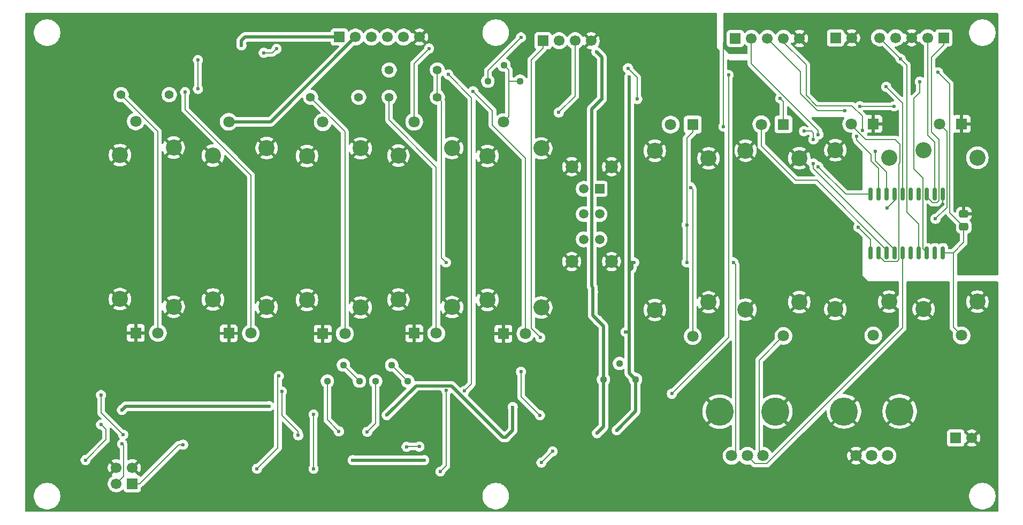
<source format=gbr>
%TF.GenerationSoftware,KiCad,Pcbnew,9.0.3*%
%TF.CreationDate,2025-09-21T15:13:23+09:00*%
%TF.ProjectId,SynthBoard,53796e74-6842-46f6-9172-642e6b696361,rev?*%
%TF.SameCoordinates,Original*%
%TF.FileFunction,Copper,L2,Bot*%
%TF.FilePolarity,Positive*%
%FSLAX46Y46*%
G04 Gerber Fmt 4.6, Leading zero omitted, Abs format (unit mm)*
G04 Created by KiCad (PCBNEW 9.0.3) date 2025-09-21 15:13:23*
%MOMM*%
%LPD*%
G01*
G04 APERTURE LIST*
G04 Aperture macros list*
%AMRoundRect*
0 Rectangle with rounded corners*
0 $1 Rounding radius*
0 $2 $3 $4 $5 $6 $7 $8 $9 X,Y pos of 4 corners*
0 Add a 4 corners polygon primitive as box body*
4,1,4,$2,$3,$4,$5,$6,$7,$8,$9,$2,$3,0*
0 Add four circle primitives for the rounded corners*
1,1,$1+$1,$2,$3*
1,1,$1+$1,$4,$5*
1,1,$1+$1,$6,$7*
1,1,$1+$1,$8,$9*
0 Add four rect primitives between the rounded corners*
20,1,$1+$1,$2,$3,$4,$5,0*
20,1,$1+$1,$4,$5,$6,$7,0*
20,1,$1+$1,$6,$7,$8,$9,0*
20,1,$1+$1,$8,$9,$2,$3,0*%
G04 Aperture macros list end*
%TA.AperFunction,ComponentPad*%
%ADD10C,1.800000*%
%TD*%
%TA.AperFunction,ComponentPad*%
%ADD11C,4.455000*%
%TD*%
%TA.AperFunction,ComponentPad*%
%ADD12R,1.700000X1.700000*%
%TD*%
%TA.AperFunction,ComponentPad*%
%ADD13C,1.700000*%
%TD*%
%TA.AperFunction,ComponentPad*%
%ADD14R,1.800000X1.800000*%
%TD*%
%TA.AperFunction,ComponentPad*%
%ADD15C,2.550000*%
%TD*%
%TA.AperFunction,ComponentPad*%
%ADD16C,1.120000*%
%TD*%
%TA.AperFunction,ComponentPad*%
%ADD17C,1.400000*%
%TD*%
%TA.AperFunction,ComponentPad*%
%ADD18R,1.500000X1.500000*%
%TD*%
%TA.AperFunction,ComponentPad*%
%ADD19C,1.500000*%
%TD*%
%TA.AperFunction,ComponentPad*%
%ADD20C,2.025000*%
%TD*%
%TA.AperFunction,SMDPad,CuDef*%
%ADD21RoundRect,0.250000X0.475000X-0.337500X0.475000X0.337500X-0.475000X0.337500X-0.475000X-0.337500X0*%
%TD*%
%TA.AperFunction,SMDPad,CuDef*%
%ADD22RoundRect,0.150000X0.150000X-0.875000X0.150000X0.875000X-0.150000X0.875000X-0.150000X-0.875000X0*%
%TD*%
%TA.AperFunction,ViaPad*%
%ADD23C,0.600000*%
%TD*%
%TA.AperFunction,Conductor*%
%ADD24C,0.200000*%
%TD*%
%TA.AperFunction,Conductor*%
%ADD25C,0.500000*%
%TD*%
G04 APERTURE END LIST*
D10*
%TO.P,VR14,1,CCW*%
%TO.N,GNDA*%
X302000000Y-114600000D03*
%TO.P,VR14,2,WIPER*%
%TO.N,Net-(J10-Pin_1)*%
X304500000Y-114600000D03*
%TO.P,VR14,3,CW*%
%TO.N,Net-(VR14-CW)*%
X307000000Y-114600000D03*
D11*
%TO.P,VR14,MH1,MH1*%
%TO.N,GNDA*%
X300100000Y-107600000D03*
%TO.P,VR14,MH2,MH2*%
X308900000Y-107600000D03*
%TD*%
D12*
%TO.P,J1,1,Pin_1*%
%TO.N,CV*%
X282915000Y-48535000D03*
D13*
%TO.P,J1,2,Pin_2*%
%TO.N,Gate*%
X285455000Y-48535000D03*
%TO.P,J1,3,Pin_3*%
%TO.N,accAmp*%
X287995000Y-48535000D03*
%TO.P,J1,4,Pin_4*%
%TO.N,accFlt*%
X290535000Y-48535000D03*
%TO.P,J1,5,Pin_5*%
%TO.N,GNDD*%
X293075000Y-48535000D03*
%TD*%
D14*
%TO.P,VR23,1,CCW*%
%TO.N,GNDD*%
X276165000Y-62163000D03*
D10*
%TO.P,VR23,2,WIPER*%
%TO.N,Attack*%
X272665000Y-62163000D03*
%TO.P,VR23,3,CW*%
%TO.N,+5VD*%
X276165000Y-95663000D03*
D15*
%TO.P,VR23,MH1,MH1*%
%TO.N,GNDA*%
X278665000Y-67513000D03*
%TO.P,VR23,MH2,MH2*%
X270165000Y-66313000D03*
%TO.P,VR23,MH3,MH3*%
X278665000Y-90313000D03*
%TO.P,VR23,MH4,MH4*%
X270165000Y-91513000D03*
%TD*%
D16*
%TO.P,VR10,1,CCW*%
%TO.N,CV*%
X243749000Y-55291000D03*
%TO.P,VR10,2,WIPER*%
%TO.N,Net-(VR10-CW)*%
X246289000Y-52751000D03*
%TO.P,VR10,3,CW*%
X248829000Y-55291000D03*
%TD*%
D12*
%TO.P,J3,1,Pin_1*%
%TO.N,+5VD*%
X298760000Y-48433000D03*
D13*
%TO.P,J3,2,Pin_2*%
%TO.N,GNDD*%
X301300000Y-48433000D03*
%TD*%
D12*
%TO.P,J6,1,Pin_1*%
%TO.N,+12VA*%
X220254000Y-48306000D03*
D13*
%TO.P,J6,2,Pin_2*%
%TO.N,+5VA*%
X222794000Y-48306000D03*
%TO.P,J6,3,Pin_3*%
%TO.N,-5VA*%
X225334000Y-48306000D03*
%TO.P,J6,4,Pin_4*%
%TO.N,-12VA*%
X227874000Y-48306000D03*
%TO.P,J6,5,Pin_5*%
%TO.N,unconnected-(J6-Pin_5-Pad5)*%
X230414000Y-48306000D03*
%TO.P,J6,6,Pin_6*%
%TO.N,GNDA*%
X232954000Y-48306000D03*
%TD*%
D14*
%TO.P,VR11,1,CCW*%
%TO.N,GNDA*%
X232084000Y-95225000D03*
D10*
%TO.P,VR11,2,WIPER*%
%TO.N,Net-(VR11-WIPER)*%
X235584000Y-95225000D03*
%TO.P,VR11,3,CW*%
%TO.N,Sine*%
X232084000Y-61725000D03*
D15*
%TO.P,VR11,MH1,MH1*%
%TO.N,GNDA*%
X229584000Y-89875000D03*
%TO.P,VR11,MH2,MH2*%
X238084000Y-91075000D03*
%TO.P,VR11,MH3,MH3*%
X229584000Y-67075000D03*
%TO.P,VR11,MH4,MH4*%
X238084000Y-65875000D03*
%TD*%
D14*
%TO.P,VR26,1,CCW*%
%TO.N,GNDD*%
X318710000Y-62063000D03*
D10*
%TO.P,VR26,2,WIPER*%
%TO.N,Release*%
X315210000Y-62063000D03*
%TO.P,VR26,3,CW*%
%TO.N,+5VD*%
X318710000Y-95563000D03*
D15*
%TO.P,VR26,MH1,MH1*%
%TO.N,GNDA*%
X321210000Y-67413000D03*
%TO.P,VR26,MH2,MH2*%
X312710000Y-66213000D03*
%TO.P,VR26,MH3,MH3*%
X321210000Y-90213000D03*
%TO.P,VR26,MH4,MH4*%
X312710000Y-91413000D03*
%TD*%
D16*
%TO.P,VR17,1,CCW*%
%TO.N,Net-(U6B--)*%
X225986500Y-102798000D03*
%TO.P,VR17,2,WIPER*%
%TO.N,Net-(VR17-CW)*%
X228526500Y-100258000D03*
%TO.P,VR17,3,CW*%
X231066500Y-102798000D03*
%TD*%
D12*
%TO.P,J10,1,Pin_1*%
%TO.N,Net-(J10-Pin_1)*%
X317790000Y-111806000D03*
D13*
%TO.P,J10,2,Pin_2*%
%TO.N,GNDA*%
X320330000Y-111806000D03*
%TD*%
D14*
%TO.P,VR18,1,CCW*%
%TO.N,GNDA*%
X202747000Y-95225000D03*
D10*
%TO.P,VR18,2,WIPER*%
%TO.N,Net-(VR18-WIPER)*%
X206247000Y-95225000D03*
%TO.P,VR18,3,CW*%
%TO.N,+5VA*%
X202747000Y-61725000D03*
D15*
%TO.P,VR18,MH1,MH1*%
%TO.N,GNDA*%
X200247000Y-89875000D03*
%TO.P,VR18,MH2,MH2*%
X208747000Y-91075000D03*
%TO.P,VR18,MH3,MH3*%
X200247000Y-67075000D03*
%TO.P,VR18,MH4,MH4*%
X208747000Y-65875000D03*
%TD*%
D17*
%TO.P,R35,1*%
%TO.N,Net-(VR13-WIPER)*%
X215682000Y-57831000D03*
%TO.P,R35,2*%
%TO.N,Net-(IC1-INPUT_-)*%
X223302000Y-57831000D03*
%TD*%
D14*
%TO.P,VR12,1,CCW*%
%TO.N,GNDA*%
X246190000Y-95282000D03*
D10*
%TO.P,VR12,2,WIPER*%
%TO.N,Net-(Q7-B)*%
X249690000Y-95282000D03*
%TO.P,VR12,3,CW*%
%TO.N,Net-(VR10-CW)*%
X246190000Y-61782000D03*
D15*
%TO.P,VR12,MH1,MH1*%
%TO.N,GNDA*%
X243690000Y-89932000D03*
%TO.P,VR12,MH2,MH2*%
X252190000Y-91132000D03*
%TO.P,VR12,MH3,MH3*%
X243690000Y-67132000D03*
%TO.P,VR12,MH4,MH4*%
X252190000Y-65932000D03*
%TD*%
D16*
%TO.P,VR19,1,CCW*%
%TO.N,-12VA*%
X262037000Y-102535000D03*
%TO.P,VR19,2,WIPER*%
%TO.N,Net-(VR19-WIPER)*%
X264577000Y-99995000D03*
%TO.P,VR19,3,CW*%
%TO.N,+12VA*%
X267117000Y-102535000D03*
%TD*%
D18*
%TO.P,S3,1,NC_1*%
%TO.N,+5VD*%
X261414000Y-72346000D03*
D19*
%TO.P,S3,2,COM_1*%
%TO.N,AmpWave*%
X261414000Y-76346000D03*
%TO.P,S3,3,NO_1*%
%TO.N,GNDD*%
X261414000Y-80346000D03*
%TO.P,S3,4,NC_2*%
%TO.N,+5VD*%
X258914000Y-72346000D03*
%TO.P,S3,5,COM_2*%
%TO.N,AmpWave*%
X258914000Y-76346000D03*
%TO.P,S3,6,NO_2*%
%TO.N,GNDD*%
X258914000Y-80346000D03*
D20*
%TO.P,S3,7,GND_1*%
%TO.N,GNDA*%
X263314000Y-68846000D03*
%TO.P,S3,8,GND_2*%
X263314000Y-83846000D03*
%TO.P,S3,9,GND_3*%
X257014000Y-68846000D03*
%TO.P,S3,10,GND_4*%
X257014000Y-83846000D03*
%TD*%
D17*
%TO.P,R36,1*%
%TO.N,Net-(VR11-WIPER)*%
X228128000Y-57831000D03*
%TO.P,R36,2*%
%TO.N,Net-(IC1-INPUT_-)*%
X235748000Y-57831000D03*
%TD*%
D14*
%TO.P,VR15,1,CCW*%
%TO.N,GNDA*%
X188024000Y-95155000D03*
D10*
%TO.P,VR15,2,WIPER*%
%TO.N,Net-(VR15-WIPER)*%
X191524000Y-95155000D03*
%TO.P,VR15,3,CW*%
%TO.N,+5VA*%
X188024000Y-61655000D03*
D15*
%TO.P,VR15,MH1,MH1*%
%TO.N,GNDA*%
X185524000Y-89805000D03*
%TO.P,VR15,MH2,MH2*%
X194024000Y-91005000D03*
%TO.P,VR15,MH3,MH3*%
X185524000Y-67005000D03*
%TO.P,VR15,MH4,MH4*%
X194024000Y-65805000D03*
%TD*%
D12*
%TO.P,J4,1,Pin_1*%
%TO.N,VCOWave*%
X252476000Y-48895000D03*
D13*
%TO.P,J4,2,Pin_2*%
%TO.N,Sine*%
X255016000Y-48895000D03*
%TO.P,J4,3,Pin_3*%
%TO.N,EnvFlt*%
X257556000Y-48895000D03*
%TO.P,J4,4,Pin_4*%
%TO.N,GNDA*%
X260096000Y-48895000D03*
%TD*%
D17*
%TO.P,R34,1*%
%TO.N,Net-(VR15-WIPER)*%
X185710000Y-57450000D03*
%TO.P,R34,2*%
%TO.N,Net-(IC1-INPUT_-)*%
X193330000Y-57450000D03*
%TD*%
D14*
%TO.P,VR13,1,CCW*%
%TO.N,GNDA*%
X217615000Y-95282000D03*
D10*
%TO.P,VR13,2,WIPER*%
%TO.N,Net-(VR13-WIPER)*%
X221115000Y-95282000D03*
%TO.P,VR13,3,CW*%
%TO.N,EnvFlt*%
X217615000Y-61782000D03*
D15*
%TO.P,VR13,MH1,MH1*%
%TO.N,GNDA*%
X215115000Y-89932000D03*
%TO.P,VR13,MH2,MH2*%
X223615000Y-91132000D03*
%TO.P,VR13,MH3,MH3*%
X215115000Y-67132000D03*
%TO.P,VR13,MH4,MH4*%
X223615000Y-65932000D03*
%TD*%
D10*
%TO.P,VR22,1,CCW*%
%TO.N,GNDD*%
X282315000Y-114615000D03*
%TO.P,VR22,2,WIPER*%
%TO.N,AccLv*%
X284815000Y-114615000D03*
%TO.P,VR22,3,CW*%
%TO.N,+5VD*%
X287315000Y-114615000D03*
D11*
%TO.P,VR22,MH1,MH1*%
%TO.N,GNDA*%
X280415000Y-107615000D03*
%TO.P,VR22,MH2,MH2*%
X289215000Y-107615000D03*
%TD*%
D12*
%TO.P,J5,1,Pin_1*%
%TO.N,ICSPCLK_EG*%
X315895000Y-48420000D03*
D13*
%TO.P,J5,2,Pin_2*%
%TO.N,ICSPDT_EG*%
X313355000Y-48420000D03*
%TO.P,J5,3,Pin_3*%
%TO.N,GNDD*%
X310815000Y-48420000D03*
%TO.P,J5,4,Pin_4*%
%TO.N,+5VD*%
X308275000Y-48420000D03*
%TO.P,J5,5,Pin_5*%
%TO.N,~MCLR_EG*%
X305735000Y-48420000D03*
%TD*%
D14*
%TO.P,VR24,1,CCW*%
%TO.N,GNDD*%
X290525000Y-62133000D03*
D10*
%TO.P,VR24,2,WIPER*%
%TO.N,Decay*%
X287025000Y-62133000D03*
%TO.P,VR24,3,CW*%
%TO.N,+5VD*%
X290525000Y-95633000D03*
D15*
%TO.P,VR24,MH1,MH1*%
%TO.N,GNDA*%
X293025000Y-67483000D03*
%TO.P,VR24,MH2,MH2*%
X284525000Y-66283000D03*
%TO.P,VR24,MH3,MH3*%
X293025000Y-90283000D03*
%TO.P,VR24,MH4,MH4*%
X284525000Y-91483000D03*
%TD*%
D16*
%TO.P,VR16,1,CCW*%
%TO.N,Net-(U6A--)*%
X218352000Y-102789000D03*
%TO.P,VR16,2,WIPER*%
%TO.N,Net-(VR16-CW)*%
X220892000Y-100249000D03*
%TO.P,VR16,3,CW*%
X223432000Y-102789000D03*
%TD*%
D14*
%TO.P,VR25,1,CCW*%
%TO.N,GNDD*%
X304740000Y-62063000D03*
D10*
%TO.P,VR25,2,WIPER*%
%TO.N,Sustain*%
X301240000Y-62063000D03*
%TO.P,VR25,3,CW*%
%TO.N,+5VD*%
X304740000Y-95563000D03*
D15*
%TO.P,VR25,MH1,MH1*%
%TO.N,GNDA*%
X307240000Y-67413000D03*
%TO.P,VR25,MH2,MH2*%
X298740000Y-66213000D03*
%TO.P,VR25,MH3,MH3*%
X307240000Y-90213000D03*
%TO.P,VR25,MH4,MH4*%
X298740000Y-91413000D03*
%TD*%
D17*
%TO.P,R37,1*%
%TO.N,Net-(Q7-E)*%
X228128000Y-53513000D03*
%TO.P,R37,2*%
%TO.N,Net-(IC1-INPUT_-)*%
X235748000Y-53513000D03*
%TD*%
D12*
%TO.P,J8,1,Pin_1*%
%TO.N,VCF_OUT*%
X187488000Y-119045000D03*
D13*
%TO.P,J8,2,Pin_2*%
%TO.N,GNDA*%
X187488000Y-116505000D03*
%TO.P,J8,3,Pin_3*%
%TO.N,VCF_ResoWav*%
X184948000Y-119045000D03*
%TO.P,J8,4,Pin_4*%
%TO.N,GNDA*%
X184948000Y-116505000D03*
%TD*%
D21*
%TO.P,C14,1*%
%TO.N,+5VD*%
X319060000Y-78370000D03*
%TO.P,C14,2*%
%TO.N,GNDD*%
X319060000Y-76295000D03*
%TD*%
D22*
%TO.P,IC8,1,VDD*%
%TO.N,+5VD*%
X315758000Y-82469000D03*
%TO.P,IC8,2,RA5*%
%TO.N,unconnected-(IC8-RA5-Pad2)*%
X314488000Y-82469000D03*
%TO.P,IC8,3,RA4*%
%TO.N,PWM_outFlt*%
X313218000Y-82469000D03*
%TO.P,IC8,4,~{MCLR}/VPP/RA3*%
%TO.N,~MCLR_EG*%
X311948000Y-82469000D03*
%TO.P,IC8,5,RC5*%
%TO.N,unconnected-(IC8-RC5-Pad5)*%
X310678000Y-82469000D03*
%TO.P,IC8,6,RC4*%
%TO.N,AccLv*%
X309408000Y-82469000D03*
%TO.P,IC8,7,RC3*%
%TO.N,Attack*%
X308138000Y-82469000D03*
%TO.P,IC8,8,RC6*%
%TO.N,Decay*%
X306868000Y-82469000D03*
%TO.P,IC8,9,RC7*%
%TO.N,Sustain*%
X305598000Y-82469000D03*
%TO.P,IC8,10,RB7*%
%TO.N,Release*%
X304328000Y-82469000D03*
%TO.P,IC8,11,RB6*%
%TO.N,Gate*%
X304328000Y-73169000D03*
%TO.P,IC8,12,RB5*%
%TO.N,accAmp*%
X305598000Y-73169000D03*
%TO.P,IC8,13,RB4*%
%TO.N,accFlt*%
X306868000Y-73169000D03*
%TO.P,IC8,14,RC2*%
%TO.N,AmpWave*%
X308138000Y-73169000D03*
%TO.P,IC8,15,RC1*%
%TO.N,PWM_outAmp*%
X309408000Y-73169000D03*
%TO.P,IC8,16,RC0*%
%TO.N,unconnected-(IC8-RC0-Pad16)*%
X310678000Y-73169000D03*
%TO.P,IC8,17,RA2*%
%TO.N,unconnected-(IC8-RA2-Pad17)*%
X311948000Y-73169000D03*
%TO.P,IC8,18,RA1/ICSPCLK*%
%TO.N,ICSPCLK_EG*%
X313218000Y-73169000D03*
%TO.P,IC8,19,RA0/ICSPDAT*%
%TO.N,ICSPDT_EG*%
X314488000Y-73169000D03*
%TO.P,IC8,20,VSS*%
%TO.N,GNDD*%
X315758000Y-73169000D03*
%TD*%
D23*
%TO.N,+5VD*%
X314991000Y-53890700D03*
X275857000Y-72118000D03*
%TO.N,GNDD*%
X290021000Y-58018400D03*
X282622000Y-83999600D03*
X315722000Y-74803000D03*
X275215000Y-78058800D03*
X275215000Y-83999600D03*
X281030000Y-62499100D03*
%TO.N,+12VA*%
X266141000Y-54653600D03*
X185843000Y-107357000D03*
X264141000Y-110558000D03*
X209129000Y-106766000D03*
X227748000Y-108174000D03*
X266903000Y-83999600D03*
X246572000Y-111696000D03*
X265557000Y-95010400D03*
X204757000Y-49624000D03*
X247688000Y-106913000D03*
%TO.N,GNDA*%
X264668000Y-56007000D03*
X214630000Y-108712000D03*
X216027000Y-100330000D03*
X264160000Y-50038000D03*
X211582000Y-56896000D03*
X232664000Y-117729000D03*
X193548000Y-102108000D03*
%TO.N,-12VA*%
X261794000Y-58090800D03*
X222377000Y-115316000D03*
X261021000Y-111031000D03*
X260933000Y-50647000D03*
X233680000Y-115316000D03*
X260366000Y-88646000D03*
X261183000Y-93217500D03*
%TO.N,VCOWave*%
X252031000Y-95881200D03*
%TO.N,Sine*%
X234451000Y-50118500D03*
%TO.N,CV*%
X248995000Y-48354800D03*
%TO.N,VCF_OUT*%
X237185000Y-104285000D03*
X236230000Y-117114000D03*
X195529000Y-112856000D03*
%TO.N,Net-(C7-Pad2)*%
X254000000Y-113919000D03*
X252222000Y-115697000D03*
%TO.N,Net-(IC1-INPUT_-)*%
X237116000Y-83999600D03*
%TO.N,VCF_ResoWav*%
X185866000Y-112737000D03*
X216163000Y-116674000D03*
X216163000Y-108068000D03*
%TO.N,Net-(Q7-B)*%
X241427000Y-56896000D03*
%TO.N,Net-(Q8-E)*%
X210312000Y-50165000D03*
X208280000Y-50800000D03*
%TO.N,LP12db*%
X210668000Y-101964000D03*
X207209000Y-116674000D03*
%TO.N,Net-(U5A--)*%
X211129000Y-104432000D03*
X213741000Y-111379000D03*
%TO.N,LP6db*%
X182534000Y-109661000D03*
X180086000Y-115296000D03*
%TO.N,Net-(U2C-+)*%
X186044000Y-111276000D03*
X182534000Y-105001000D03*
%TO.N,Net-(R53-Pad1)*%
X251979000Y-108206000D03*
X248995000Y-101311000D03*
%TO.N,Net-(R65-Pad1)*%
X265906000Y-53250400D03*
X267393000Y-58123900D03*
%TO.N,VCACnt*%
X272872000Y-104792000D03*
X281826000Y-54292400D03*
%TO.N,Net-(VR18-WIPER)*%
X195834000Y-57023000D03*
%TO.N,Net-(R76-Pad2)*%
X197866000Y-56515000D03*
X197866000Y-51943000D03*
%TO.N,Net-(U6A-+)*%
X232918000Y-113157000D03*
X230886000Y-113186000D03*
%TO.N,Net-(U6A--)*%
X220180000Y-110749000D03*
%TO.N,Net-(U6B--)*%
X224666000Y-110820000D03*
%TO.N,ResoCnt*%
X240040000Y-104358000D03*
X237498000Y-54234200D03*
%TO.N,AmpWave*%
X306926000Y-75382500D03*
%TO.N,Attack*%
X293765000Y-63206800D03*
X295275000Y-64516000D03*
X295275000Y-68326000D03*
%TO.N,Release*%
X302352000Y-78425900D03*
X314579000Y-77089000D03*
%TO.N,Gate*%
X296037000Y-63754000D03*
X296037000Y-68834000D03*
%TO.N,PWM_outAmp*%
X306787000Y-56171900D03*
%TO.N,accFlt*%
X305054000Y-66421000D03*
X303022000Y-63119000D03*
%TO.N,PWM_outFlt*%
X312118024Y-55372000D03*
%TO.N,accAmp*%
X300228000Y-59944000D03*
X302133000Y-64008000D03*
%TO.N,~MCLR_EG*%
X309060961Y-51746039D03*
%TO.N,EnvFlt*%
X254964000Y-60236400D03*
X308052400Y-59259400D03*
X302591400Y-59259400D03*
%TD*%
D24*
%TO.N,+5VD*%
X317405000Y-94258000D02*
X318710000Y-95563000D01*
X319060000Y-80814000D02*
X317405000Y-82469000D01*
X276165000Y-72426100D02*
X275857000Y-72118000D01*
X319060000Y-78370000D02*
X316845000Y-76155000D01*
X276165000Y-95663000D02*
X276165000Y-72426100D01*
X286686000Y-99472200D02*
X290525000Y-95633000D01*
X286686000Y-113986000D02*
X286686000Y-99472200D01*
X319060000Y-78370000D02*
X319060000Y-80814000D01*
X287315000Y-114615000D02*
X286686000Y-113986000D01*
X316845000Y-76155000D02*
X316845000Y-55745100D01*
X315758000Y-82469000D02*
X317405000Y-82469000D01*
X317405000Y-82469000D02*
X317405000Y-94258000D01*
X316845000Y-55745100D02*
X314991000Y-53890700D01*
%TO.N,GNDD*%
X282944000Y-113986000D02*
X282315000Y-114615000D01*
X282944000Y-84321600D02*
X282944000Y-113986000D01*
X315758000Y-74767000D02*
X315722000Y-74803000D01*
X290021000Y-58018400D02*
X290525000Y-58522600D01*
X276165000Y-62163000D02*
X276165000Y-63364700D01*
X290525000Y-58522600D02*
X290525000Y-62133000D01*
X275215000Y-64314900D02*
X275215000Y-78058800D01*
X315758000Y-73169000D02*
X315758000Y-74767000D01*
X275215000Y-78058800D02*
X275215000Y-83999600D01*
X276165000Y-63364700D02*
X275215000Y-64314900D01*
X282622000Y-83999600D02*
X282944000Y-84321600D01*
X281030000Y-49166900D02*
X281030000Y-62499100D01*
X281229000Y-48968100D02*
X281030000Y-49166900D01*
D25*
%TO.N,+12VA*%
X238004000Y-103529000D02*
X246170000Y-111696000D01*
X266522000Y-84927700D02*
X266141000Y-85308700D01*
X204724000Y-48895000D02*
X204724000Y-49591000D01*
X267117000Y-107581000D02*
X267117000Y-102535000D01*
X266522000Y-83999600D02*
X266522000Y-84927700D01*
X265557000Y-95010400D02*
X266141000Y-95010400D01*
X264141000Y-110558000D02*
X267117000Y-107581000D01*
X247688000Y-110580000D02*
X247688000Y-106913000D01*
X266522000Y-83999600D02*
X266903000Y-83999600D01*
X246170000Y-111696000D02*
X246572000Y-111696000D01*
X266141000Y-83999600D02*
X266522000Y-83999600D01*
X220254000Y-48306000D02*
X205313000Y-48306000D01*
X205313000Y-48306000D02*
X204724000Y-48895000D01*
X246572000Y-111696000D02*
X247688000Y-110580000D01*
X266141000Y-54653600D02*
X266141000Y-85308700D01*
X266141000Y-95010400D02*
X266141000Y-101559000D01*
X204724000Y-49591000D02*
X204757000Y-49624000D01*
X266141000Y-85308700D02*
X266141000Y-95010400D01*
X227748000Y-108174000D02*
X232392000Y-103529000D01*
X185843000Y-107357000D02*
X186434000Y-106766000D01*
X186434000Y-106766000D02*
X209129000Y-106766000D01*
X232392000Y-103529000D02*
X238004000Y-103529000D01*
X266141000Y-101559000D02*
X267117000Y-102535000D01*
%TO.N,-12VA*%
X260933000Y-50647000D02*
X261794000Y-51508100D01*
X260366000Y-87948700D02*
X260164000Y-87746700D01*
X261021000Y-111031000D02*
X262037000Y-110015000D01*
X262037000Y-102535000D02*
X262037000Y-94071600D01*
X261794000Y-51508100D02*
X261794000Y-58090800D01*
X260164000Y-87746700D02*
X260164000Y-59721200D01*
X260164000Y-59721200D02*
X261794000Y-58090800D01*
X260366000Y-88646000D02*
X260366000Y-92400600D01*
X262037000Y-94071600D02*
X261183000Y-93217500D01*
X233680000Y-115316000D02*
X222377000Y-115316000D01*
X262037000Y-110015000D02*
X262037000Y-102535000D01*
X260366000Y-92400600D02*
X261183000Y-93217500D01*
X260366000Y-88646000D02*
X260366000Y-87948700D01*
D24*
%TO.N,VCOWave*%
X252476000Y-48895000D02*
X252476000Y-50046700D01*
X250590000Y-51932800D02*
X250590000Y-94440300D01*
X252476000Y-50046700D02*
X250590000Y-51932800D01*
X250590000Y-94440300D02*
X252031000Y-95881200D01*
D25*
%TO.N,+5VA*%
X222794000Y-48306000D02*
X209375000Y-61725000D01*
X209375000Y-61725000D02*
X202747000Y-61725000D01*
D24*
%TO.N,Sine*%
X234451000Y-50118500D02*
X232084000Y-52485100D01*
X232084000Y-52485100D02*
X232084000Y-61725000D01*
%TO.N,CV*%
X243749000Y-55291000D02*
X243749000Y-53600400D01*
X243749000Y-53600400D02*
X248995000Y-48354800D01*
%TO.N,VCF_OUT*%
X188640000Y-119045000D02*
X194829000Y-112856000D01*
X237185000Y-116159000D02*
X236230000Y-117114000D01*
X187488000Y-119045000D02*
X188640000Y-119045000D01*
X237185000Y-104285000D02*
X237185000Y-116159000D01*
X194829000Y-112856000D02*
X195529000Y-112856000D01*
%TO.N,Net-(C7-Pad2)*%
X254000000Y-113919000D02*
X252222000Y-115697000D01*
%TO.N,Net-(IC1-INPUT_-)*%
X237116000Y-83999600D02*
X236356000Y-83239600D01*
X236356000Y-58439100D02*
X235748000Y-57831000D01*
X236356000Y-83239600D02*
X236356000Y-58439100D01*
X235748000Y-53513000D02*
X235748000Y-57831000D01*
%TO.N,VCF_ResoWav*%
X186130000Y-113001000D02*
X186130000Y-117863000D01*
X185866000Y-112737000D02*
X186130000Y-113001000D01*
X186130000Y-117863000D02*
X184948000Y-119045000D01*
X216163000Y-116674000D02*
X216163000Y-108068000D01*
%TO.N,Net-(Q7-B)*%
X244475000Y-62276300D02*
X249690000Y-67491300D01*
X241427000Y-56896000D02*
X244475000Y-59944000D01*
X249690000Y-67491300D02*
X249690000Y-95282000D01*
X244475000Y-59944000D02*
X244475000Y-62276300D01*
%TO.N,Net-(Q8-E)*%
X209677000Y-50800000D02*
X210312000Y-50165000D01*
X208280000Y-50800000D02*
X209677000Y-50800000D01*
%TO.N,LP12db*%
X210528000Y-102104000D02*
X210668000Y-101964000D01*
X210528000Y-113355000D02*
X210528000Y-102104000D01*
X207209000Y-116674000D02*
X210528000Y-113355000D01*
%TO.N,Net-(U5A--)*%
X211129000Y-108182000D02*
X211129000Y-104432000D01*
X213741000Y-111379000D02*
X213741000Y-110794000D01*
X213741000Y-110794000D02*
X211129000Y-108182000D01*
%TO.N,LP6db*%
X180086000Y-115296000D02*
X183331000Y-112051000D01*
X183331000Y-110459000D02*
X182534000Y-109661000D01*
X183331000Y-112051000D02*
X183331000Y-110459000D01*
%TO.N,Net-(U2C-+)*%
X182534000Y-107765000D02*
X182534000Y-105001000D01*
X186044000Y-111276000D02*
X182534000Y-107765000D01*
%TO.N,Net-(VR15-WIPER)*%
X185710000Y-57450000D02*
X191524000Y-63264000D01*
X191524000Y-63264000D02*
X191524000Y-95155000D01*
%TO.N,Net-(VR13-WIPER)*%
X221115000Y-63264000D02*
X221115000Y-95282000D01*
X215682000Y-57831000D02*
X221115000Y-63264000D01*
%TO.N,Net-(VR11-WIPER)*%
X228128000Y-61445000D02*
X228128000Y-57831000D01*
X235584000Y-95225000D02*
X235584000Y-68901000D01*
X235584000Y-68901000D02*
X228128000Y-61445000D01*
%TO.N,Net-(R53-Pad1)*%
X248995000Y-105221000D02*
X251979000Y-108206000D01*
X248995000Y-101311000D02*
X248995000Y-105221000D01*
%TO.N,Net-(R65-Pad1)*%
X267393000Y-54737600D02*
X267393000Y-58123900D01*
X265906000Y-53250400D02*
X267393000Y-54737600D01*
%TO.N,VCACnt*%
X281826000Y-95838300D02*
X281826000Y-54292400D01*
X272872000Y-104792000D02*
X281826000Y-95838300D01*
%TO.N,Net-(VR18-WIPER)*%
X201503000Y-65436800D02*
X206247000Y-70180600D01*
X195834000Y-59767800D02*
X201503000Y-65436800D01*
X206247000Y-70180600D02*
X206247000Y-95225000D01*
X195834000Y-57023000D02*
X195834000Y-59767800D01*
%TO.N,Net-(R76-Pad2)*%
X197866000Y-56515000D02*
X197866000Y-51943000D01*
%TO.N,Net-(U6A-+)*%
X230915000Y-113157000D02*
X230886000Y-113186000D01*
X232918000Y-113157000D02*
X230915000Y-113157000D01*
%TO.N,Net-(U6A--)*%
X218352000Y-102789000D02*
X218352000Y-108921000D01*
X218352000Y-108921000D02*
X220180000Y-110749000D01*
%TO.N,Net-(U6B--)*%
X224666000Y-110820000D02*
X225986000Y-109500000D01*
X225986000Y-109500000D02*
X225986000Y-102798000D01*
X225986500Y-102798000D02*
X225986000Y-102798000D01*
%TO.N,Net-(VR16-CW)*%
X223432000Y-102789000D02*
X220892000Y-100249000D01*
%TO.N,Net-(VR17-CW)*%
X231066500Y-102798000D02*
X231066000Y-102798000D01*
X229796000Y-101528000D02*
X228526000Y-100258000D01*
X229796000Y-101528000D02*
X228526500Y-100258500D01*
X231066000Y-102798000D02*
X229796000Y-101528000D01*
X228526500Y-100258500D02*
X228526500Y-100258000D01*
%TO.N,ResoCnt*%
X241173000Y-57909200D02*
X241173000Y-103225000D01*
X241173000Y-103225000D02*
X240040000Y-104358000D01*
X237498000Y-54234200D02*
X241173000Y-57909200D01*
%TO.N,AmpWave*%
X308138000Y-73169000D02*
X308138000Y-74170400D01*
X308138000Y-74170400D02*
X306926000Y-75382500D01*
%TO.N,AccLv*%
X284815000Y-114615000D02*
X286040000Y-115840000D01*
X309408000Y-94325400D02*
X309408000Y-82469000D01*
X286040000Y-115840000D02*
X287893000Y-115840000D01*
X287893000Y-115840000D02*
X309408000Y-94325400D01*
%TO.N,Attack*%
X308138000Y-81951000D02*
X295275000Y-69088000D01*
X294981800Y-63206800D02*
X293765000Y-63206800D01*
X295275000Y-63500000D02*
X294981800Y-63206800D01*
X295275000Y-69088000D02*
X295275000Y-68326000D01*
X308138000Y-82469000D02*
X308138000Y-81951000D01*
X295275000Y-64516000D02*
X295275000Y-63500000D01*
%TO.N,Decay*%
X287025000Y-65537000D02*
X287025000Y-62133000D01*
X306868000Y-82025300D02*
X295823000Y-70980100D01*
X292468100Y-70980100D02*
X287025000Y-65537000D01*
X306868000Y-82469000D02*
X306868000Y-82025300D01*
X295823000Y-70980100D02*
X292468100Y-70980100D01*
%TO.N,Release*%
X304328000Y-80401800D02*
X304328000Y-82469000D01*
X316402000Y-63254800D02*
X315210000Y-62063000D01*
X302352000Y-78425900D02*
X304328000Y-80401800D01*
X316402000Y-75266000D02*
X316402000Y-63254800D01*
X314579000Y-77089000D02*
X316402000Y-75266000D01*
%TO.N,Net-(VR10-CW)*%
X247089000Y-60883000D02*
X246190000Y-61782000D01*
X247089000Y-55291000D02*
X248829000Y-55291000D01*
X247089000Y-55291000D02*
X247089000Y-60883000D01*
X246289000Y-52751000D02*
X247089000Y-53551000D01*
X247089000Y-53551000D02*
X247089000Y-55291000D01*
%TO.N,Gate*%
X296037000Y-63119000D02*
X296037000Y-63754000D01*
X285455000Y-52537000D02*
X285455000Y-48535000D01*
X296037000Y-63119000D02*
X285455000Y-52537000D01*
X304328000Y-73169000D02*
X300372000Y-73169000D01*
X300372000Y-73169000D02*
X296037000Y-68834000D01*
%TO.N,Sustain*%
X301240000Y-62226000D02*
X301240000Y-62063000D01*
X308991000Y-68199000D02*
X308991000Y-65278000D01*
X308773000Y-83533600D02*
X308773000Y-68417000D01*
X308229000Y-64516000D02*
X303530000Y-64516000D01*
X306489000Y-83807000D02*
X308500000Y-83807000D01*
X308500000Y-83807000D02*
X308773000Y-83533600D01*
X305598000Y-82469000D02*
X305598000Y-82915700D01*
X303530000Y-64516000D02*
X301240000Y-62226000D01*
X305598000Y-82915700D02*
X306489000Y-83807000D01*
X308991000Y-65278000D02*
X308229000Y-64516000D01*
X308773000Y-68417000D02*
X308991000Y-68199000D01*
%TO.N,PWM_outAmp*%
X309408000Y-58792700D02*
X309408000Y-73169000D01*
X306787000Y-56171900D02*
X309408000Y-58792700D01*
%TO.N,ICSPCLK_EG*%
X313218000Y-73627300D02*
X313218000Y-73169000D01*
X314821000Y-74525700D02*
X314116000Y-74525700D01*
X314116000Y-74525700D02*
X313218000Y-73627300D01*
X315895000Y-48420000D02*
X315895000Y-49571700D01*
X313946000Y-51520600D02*
X313946000Y-63381600D01*
X315895000Y-49571700D02*
X313946000Y-51520600D01*
X313946000Y-63381600D02*
X315123000Y-64558500D01*
X315123000Y-74223600D02*
X314821000Y-74525700D01*
X315123000Y-64558500D02*
X315123000Y-74223600D01*
%TO.N,accFlt*%
X305054000Y-67945000D02*
X306832000Y-69723000D01*
X295783000Y-59182000D02*
X294132000Y-57531000D01*
X306832000Y-69723000D02*
X306832000Y-73133000D01*
X305054000Y-66421000D02*
X305054000Y-67945000D01*
X290535000Y-49108000D02*
X290535000Y-48535000D01*
X301371000Y-59182000D02*
X295783000Y-59182000D01*
X294132000Y-52705000D02*
X290535000Y-49108000D01*
X306832000Y-73133000D02*
X306868000Y-73169000D01*
X303022000Y-63119000D02*
X303022000Y-60833000D01*
X294132000Y-57531000D02*
X294132000Y-52705000D01*
X303022000Y-60833000D02*
X301371000Y-59182000D01*
%TO.N,ICSPDT_EG*%
X313355000Y-48420000D02*
X313355000Y-63837200D01*
X314488000Y-64970200D02*
X314488000Y-73169000D01*
X313355000Y-63837200D02*
X314488000Y-64970200D01*
%TO.N,PWM_outFlt*%
X311122000Y-58056400D02*
X311122000Y-69162300D01*
X312583000Y-70623600D02*
X312583000Y-81834000D01*
X311122000Y-69162300D02*
X312583000Y-70623600D01*
X312118024Y-55372000D02*
X312118024Y-57060376D01*
X312583000Y-81834000D02*
X313218000Y-82469000D01*
X312118024Y-57060376D02*
X311122000Y-58056400D01*
%TO.N,accAmp*%
X295910000Y-59944000D02*
X293243000Y-57277000D01*
X302133000Y-63881000D02*
X302133000Y-64008000D01*
X300228000Y-59944000D02*
X295910000Y-59944000D01*
X305598000Y-69630921D02*
X305598000Y-69124000D01*
X304419000Y-66929000D02*
X302133000Y-64643000D01*
X304419000Y-67945000D02*
X304419000Y-66929000D01*
X293243000Y-53783000D02*
X287995000Y-48535000D01*
X293243000Y-57277000D02*
X293243000Y-53783000D01*
X304673000Y-68199000D02*
X304419000Y-67945000D01*
X305598000Y-69124000D02*
X304673000Y-68199000D01*
X305598000Y-69630921D02*
X305598000Y-73169000D01*
X302133000Y-64643000D02*
X302133000Y-64008000D01*
%TO.N,~MCLR_EG*%
X309060961Y-51745961D02*
X305735000Y-48420000D01*
X311948000Y-77954300D02*
X311948000Y-82469000D01*
X310043000Y-52728100D02*
X310043000Y-76049400D01*
X309060961Y-51746061D02*
X310043000Y-52728100D01*
X309060961Y-51746039D02*
X309060961Y-51745961D01*
X310043000Y-76049400D02*
X311948000Y-77954300D01*
X309060961Y-51746039D02*
X309060961Y-51746061D01*
%TO.N,EnvFlt*%
X257556000Y-57644400D02*
X257556000Y-48895000D01*
X302591400Y-59259400D02*
X308052400Y-59259400D01*
X308102000Y-59309000D02*
X308052400Y-59259400D01*
X254964000Y-60236400D02*
X257556000Y-57644400D01*
%TD*%
%TA.AperFunction,Conductor*%
%TO.N,GNDD*%
G36*
X324442539Y-44520185D02*
G01*
X324488294Y-44572989D01*
X324499500Y-44624500D01*
X324499500Y-85876000D01*
X324479815Y-85943039D01*
X324427011Y-85988794D01*
X324375500Y-86000000D01*
X318129500Y-86000000D01*
X318062461Y-85980315D01*
X318016706Y-85927511D01*
X318005500Y-85876000D01*
X318005500Y-82769096D01*
X318025185Y-82702057D01*
X318041814Y-82681420D01*
X319418506Y-81304727D01*
X319418511Y-81304724D01*
X319428714Y-81294520D01*
X319428716Y-81294520D01*
X319540520Y-81182716D01*
X319619577Y-81045784D01*
X319660500Y-80893057D01*
X319660500Y-79546085D01*
X319680185Y-79479046D01*
X319732989Y-79433291D01*
X319745489Y-79428381D01*
X319854334Y-79392314D01*
X320003656Y-79300212D01*
X320127712Y-79176156D01*
X320219814Y-79026834D01*
X320274999Y-78860297D01*
X320285500Y-78757509D01*
X320285499Y-77982492D01*
X320282937Y-77957416D01*
X320274999Y-77879703D01*
X320274998Y-77879700D01*
X320268052Y-77858738D01*
X320219814Y-77713166D01*
X320127712Y-77563844D01*
X320003656Y-77439788D01*
X320000342Y-77437743D01*
X319998546Y-77435748D01*
X319997989Y-77435307D01*
X319998064Y-77435211D01*
X319953618Y-77385797D01*
X319942397Y-77316834D01*
X319970240Y-77252752D01*
X320000348Y-77226665D01*
X320003342Y-77224818D01*
X320127315Y-77100845D01*
X320219356Y-76951624D01*
X320219358Y-76951619D01*
X320274505Y-76785197D01*
X320274506Y-76785190D01*
X320284999Y-76682486D01*
X320285000Y-76682473D01*
X320285000Y-76545000D01*
X319184000Y-76545000D01*
X319116961Y-76525315D01*
X319071206Y-76472511D01*
X319060000Y-76421000D01*
X319060000Y-76295000D01*
X318934000Y-76295000D01*
X318866961Y-76275315D01*
X318821206Y-76222511D01*
X318810000Y-76171000D01*
X318810000Y-76045000D01*
X319310000Y-76045000D01*
X320284999Y-76045000D01*
X320284999Y-75907528D01*
X320284998Y-75907513D01*
X320274505Y-75804802D01*
X320219358Y-75638380D01*
X320219356Y-75638375D01*
X320127315Y-75489154D01*
X320003345Y-75365184D01*
X319854124Y-75273143D01*
X319854119Y-75273141D01*
X319687697Y-75217994D01*
X319687690Y-75217993D01*
X319584986Y-75207500D01*
X319310000Y-75207500D01*
X319310000Y-76045000D01*
X318810000Y-76045000D01*
X318810000Y-75207500D01*
X318535029Y-75207500D01*
X318535012Y-75207501D01*
X318432302Y-75217994D01*
X318265880Y-75273141D01*
X318265875Y-75273143D01*
X318116654Y-75365184D01*
X317992684Y-75489154D01*
X317900643Y-75638375D01*
X317900641Y-75638380D01*
X317845494Y-75804802D01*
X317845493Y-75804809D01*
X317835000Y-75907513D01*
X317835000Y-75996403D01*
X317828761Y-76017648D01*
X317827182Y-76039737D01*
X317819109Y-76050520D01*
X317815315Y-76063442D01*
X317798581Y-76077941D01*
X317785310Y-76095670D01*
X317772689Y-76100377D01*
X317762511Y-76109197D01*
X317740593Y-76112348D01*
X317719846Y-76120087D01*
X317706685Y-76117224D01*
X317693353Y-76119141D01*
X317673209Y-76109941D01*
X317651573Y-76105235D01*
X317633847Y-76091966D01*
X317629797Y-76090116D01*
X317623319Y-76084084D01*
X317481819Y-75942584D01*
X317448334Y-75881261D01*
X317445500Y-75854903D01*
X317445500Y-67296634D01*
X319434500Y-67296634D01*
X319434500Y-67529365D01*
X319434501Y-67529382D01*
X319464878Y-67760122D01*
X319525120Y-67984947D01*
X319614180Y-68199960D01*
X319614188Y-68199976D01*
X319730553Y-68401524D01*
X319730564Y-68401540D01*
X319872242Y-68586179D01*
X319872248Y-68586186D01*
X320036813Y-68750751D01*
X320036819Y-68750756D01*
X320221468Y-68892442D01*
X320221475Y-68892446D01*
X320423023Y-69008811D01*
X320423039Y-69008819D01*
X320638052Y-69097879D01*
X320638054Y-69097879D01*
X320638060Y-69097882D01*
X320862874Y-69158121D01*
X321093628Y-69188500D01*
X321093635Y-69188500D01*
X321326365Y-69188500D01*
X321326372Y-69188500D01*
X321557126Y-69158121D01*
X321781940Y-69097882D01*
X321913574Y-69043358D01*
X321996960Y-69008819D01*
X321996963Y-69008817D01*
X321996969Y-69008815D01*
X322198532Y-68892442D01*
X322383181Y-68750756D01*
X322547756Y-68586181D01*
X322689442Y-68401532D01*
X322805815Y-68199969D01*
X322894882Y-67984940D01*
X322955121Y-67760126D01*
X322985500Y-67529372D01*
X322985500Y-67296628D01*
X322955121Y-67065874D01*
X322894882Y-66841060D01*
X322834810Y-66696031D01*
X322805819Y-66626039D01*
X322805811Y-66626023D01*
X322689446Y-66424475D01*
X322689442Y-66424468D01*
X322547756Y-66239819D01*
X322547751Y-66239813D01*
X322383186Y-66075248D01*
X322383179Y-66075242D01*
X322198540Y-65933564D01*
X322198538Y-65933562D01*
X322198532Y-65933558D01*
X322198527Y-65933555D01*
X322198524Y-65933553D01*
X321996976Y-65817188D01*
X321996960Y-65817180D01*
X321781947Y-65728120D01*
X321720327Y-65711609D01*
X321557126Y-65667879D01*
X321557125Y-65667878D01*
X321557122Y-65667878D01*
X321326382Y-65637501D01*
X321326377Y-65637500D01*
X321326372Y-65637500D01*
X321093628Y-65637500D01*
X321093622Y-65637500D01*
X321093617Y-65637501D01*
X320862877Y-65667878D01*
X320638052Y-65728120D01*
X320423039Y-65817180D01*
X320423023Y-65817188D01*
X320221475Y-65933553D01*
X320221459Y-65933564D01*
X320036820Y-66075242D01*
X320036813Y-66075248D01*
X319872248Y-66239813D01*
X319872242Y-66239820D01*
X319730564Y-66424459D01*
X319730553Y-66424475D01*
X319614188Y-66626023D01*
X319614180Y-66626039D01*
X319525120Y-66841052D01*
X319464878Y-67065877D01*
X319434501Y-67296617D01*
X319434500Y-67296634D01*
X317445500Y-67296634D01*
X317445500Y-63539290D01*
X317465185Y-63472251D01*
X317517989Y-63426496D01*
X317587147Y-63416552D01*
X317612833Y-63423108D01*
X317702620Y-63456596D01*
X317702627Y-63456598D01*
X317762155Y-63462999D01*
X317762172Y-63463000D01*
X318460000Y-63463000D01*
X318460000Y-62611482D01*
X318478409Y-62622111D01*
X318631009Y-62663000D01*
X318788991Y-62663000D01*
X318941591Y-62622111D01*
X318960000Y-62611482D01*
X318960000Y-63463000D01*
X319657828Y-63463000D01*
X319657844Y-63462999D01*
X319717372Y-63456598D01*
X319717379Y-63456596D01*
X319852086Y-63406354D01*
X319852093Y-63406350D01*
X319967187Y-63320190D01*
X319967190Y-63320187D01*
X320053350Y-63205093D01*
X320053354Y-63205086D01*
X320103596Y-63070379D01*
X320103598Y-63070372D01*
X320109999Y-63010844D01*
X320110000Y-63010827D01*
X320110000Y-62313000D01*
X319258482Y-62313000D01*
X319269111Y-62294591D01*
X319310000Y-62141991D01*
X319310000Y-61984009D01*
X319269111Y-61831409D01*
X319258482Y-61813000D01*
X320110000Y-61813000D01*
X320110000Y-61115172D01*
X320109999Y-61115155D01*
X320103598Y-61055627D01*
X320103596Y-61055620D01*
X320053354Y-60920913D01*
X320053350Y-60920906D01*
X319967190Y-60805812D01*
X319967187Y-60805809D01*
X319852093Y-60719649D01*
X319852086Y-60719645D01*
X319717379Y-60669403D01*
X319717372Y-60669401D01*
X319657844Y-60663000D01*
X318960000Y-60663000D01*
X318960000Y-61514517D01*
X318941591Y-61503889D01*
X318788991Y-61463000D01*
X318631009Y-61463000D01*
X318478409Y-61503889D01*
X318460000Y-61514517D01*
X318460000Y-60663000D01*
X317762155Y-60663000D01*
X317702627Y-60669401D01*
X317702617Y-60669403D01*
X317612832Y-60702891D01*
X317543141Y-60707875D01*
X317481818Y-60674389D01*
X317448334Y-60613066D01*
X317445500Y-60586709D01*
X317445500Y-55749815D01*
X317445509Y-55666108D01*
X317445500Y-55666074D01*
X317445500Y-55666043D01*
X317425652Y-55591972D01*
X317425652Y-55591971D01*
X317425649Y-55591958D01*
X317414441Y-55550113D01*
X317404602Y-55513376D01*
X317404600Y-55513372D01*
X317404597Y-55513361D01*
X317404584Y-55513328D01*
X317363673Y-55442469D01*
X317363676Y-55442467D01*
X317363664Y-55442454D01*
X317325557Y-55376432D01*
X317325523Y-55376387D01*
X317265437Y-55316301D01*
X317265430Y-55316289D01*
X317265428Y-55316292D01*
X315825585Y-53876137D01*
X315792107Y-53814810D01*
X315791659Y-53812656D01*
X315760738Y-53657210D01*
X315760737Y-53657203D01*
X315730004Y-53583006D01*
X315700397Y-53511527D01*
X315700390Y-53511514D01*
X315612789Y-53380411D01*
X315612786Y-53380407D01*
X315501292Y-53268913D01*
X315501288Y-53268910D01*
X315370185Y-53181309D01*
X315370172Y-53181302D01*
X315224501Y-53120964D01*
X315224489Y-53120961D01*
X315069845Y-53090200D01*
X315069842Y-53090200D01*
X314912158Y-53090200D01*
X314912155Y-53090200D01*
X314757510Y-53120961D01*
X314757498Y-53120964D01*
X314717952Y-53137345D01*
X314648483Y-53144814D01*
X314586004Y-53113538D01*
X314550352Y-53053449D01*
X314546500Y-53022784D01*
X314546500Y-51820707D01*
X314566185Y-51753668D01*
X314582817Y-51733028D01*
X316263707Y-50052225D01*
X316263716Y-50052220D01*
X316323327Y-49992608D01*
X316336256Y-49979680D01*
X316336256Y-49979679D01*
X316367299Y-49948638D01*
X316372623Y-49943314D01*
X316375186Y-49940916D01*
X316375503Y-49940434D01*
X316375510Y-49940428D01*
X316375512Y-49940423D01*
X316375520Y-49940416D01*
X316375549Y-49940365D01*
X316377560Y-49937317D01*
X316377561Y-49937315D01*
X316377565Y-49937310D01*
X316378194Y-49936355D01*
X316379940Y-49932760D01*
X316426425Y-49852246D01*
X316437833Y-49832487D01*
X316488405Y-49784278D01*
X316545214Y-49770499D01*
X316792871Y-49770499D01*
X316792872Y-49770499D01*
X316852483Y-49764091D01*
X316987331Y-49713796D01*
X317102546Y-49627546D01*
X317188796Y-49512331D01*
X317239091Y-49377483D01*
X317245500Y-49317873D01*
X317245499Y-47522128D01*
X317241729Y-47487063D01*
X317240059Y-47471520D01*
X317239877Y-47469837D01*
X317239091Y-47462517D01*
X317239022Y-47462332D01*
X319899500Y-47462332D01*
X319899500Y-47737667D01*
X319899501Y-47737684D01*
X319935438Y-48010655D01*
X319935439Y-48010660D01*
X319935440Y-48010666D01*
X319971072Y-48143649D01*
X320006704Y-48276630D01*
X320112075Y-48531017D01*
X320112080Y-48531028D01*
X320175739Y-48641287D01*
X320249751Y-48769479D01*
X320249753Y-48769482D01*
X320249754Y-48769483D01*
X320417370Y-48987926D01*
X320417376Y-48987933D01*
X320612066Y-49182623D01*
X320612073Y-49182629D01*
X320690160Y-49242547D01*
X320830521Y-49350249D01*
X320945694Y-49416744D01*
X321068971Y-49487919D01*
X321068976Y-49487921D01*
X321068979Y-49487923D01*
X321323368Y-49593295D01*
X321589334Y-49664560D01*
X321862326Y-49700500D01*
X321862333Y-49700500D01*
X322137667Y-49700500D01*
X322137674Y-49700500D01*
X322410666Y-49664560D01*
X322676632Y-49593295D01*
X322931021Y-49487923D01*
X323169479Y-49350249D01*
X323387928Y-49182628D01*
X323582628Y-48987928D01*
X323750249Y-48769479D01*
X323887923Y-48531021D01*
X323993295Y-48276632D01*
X324064560Y-48010666D01*
X324100500Y-47737674D01*
X324100500Y-47462326D01*
X324064560Y-47189334D01*
X323993295Y-46923368D01*
X323887923Y-46668979D01*
X323887921Y-46668976D01*
X323887919Y-46668971D01*
X323838732Y-46583778D01*
X323750249Y-46430521D01*
X323582628Y-46212072D01*
X323582623Y-46212066D01*
X323387933Y-46017376D01*
X323387926Y-46017370D01*
X323169483Y-45849754D01*
X323169482Y-45849753D01*
X323169479Y-45849751D01*
X323074407Y-45794861D01*
X322931028Y-45712080D01*
X322931017Y-45712075D01*
X322676630Y-45606704D01*
X322543649Y-45571072D01*
X322410666Y-45535440D01*
X322410660Y-45535439D01*
X322410655Y-45535438D01*
X322137684Y-45499501D01*
X322137679Y-45499500D01*
X322137674Y-45499500D01*
X321862326Y-45499500D01*
X321862320Y-45499500D01*
X321862315Y-45499501D01*
X321589344Y-45535438D01*
X321589337Y-45535439D01*
X321589334Y-45535440D01*
X321533125Y-45550500D01*
X321323369Y-45606704D01*
X321068982Y-45712075D01*
X321068971Y-45712080D01*
X320830516Y-45849754D01*
X320612073Y-46017370D01*
X320612066Y-46017376D01*
X320417376Y-46212066D01*
X320417370Y-46212073D01*
X320249754Y-46430516D01*
X320112080Y-46668971D01*
X320112075Y-46668982D01*
X320006704Y-46923369D01*
X319963932Y-47083000D01*
X319941038Y-47168444D01*
X319935441Y-47189331D01*
X319935438Y-47189344D01*
X319899501Y-47462315D01*
X319899500Y-47462332D01*
X317239022Y-47462332D01*
X317193646Y-47340673D01*
X317188797Y-47327671D01*
X317188793Y-47327664D01*
X317102547Y-47212455D01*
X317102544Y-47212452D01*
X316987335Y-47126206D01*
X316987328Y-47126202D01*
X316852482Y-47075908D01*
X316852483Y-47075908D01*
X316792883Y-47069501D01*
X316792881Y-47069500D01*
X316792873Y-47069500D01*
X316792864Y-47069500D01*
X314997129Y-47069500D01*
X314997123Y-47069501D01*
X314937516Y-47075908D01*
X314802671Y-47126202D01*
X314802664Y-47126206D01*
X314687455Y-47212452D01*
X314687452Y-47212455D01*
X314601206Y-47327664D01*
X314601203Y-47327669D01*
X314552189Y-47459083D01*
X314510317Y-47515016D01*
X314444853Y-47539433D01*
X314376580Y-47524581D01*
X314348326Y-47503430D01*
X314234786Y-47389890D01*
X314062820Y-47264951D01*
X313873414Y-47168444D01*
X313873413Y-47168443D01*
X313873412Y-47168443D01*
X313671243Y-47102754D01*
X313671241Y-47102753D01*
X313671240Y-47102753D01*
X313509957Y-47077208D01*
X313461287Y-47069500D01*
X313248713Y-47069500D01*
X313200042Y-47077208D01*
X313038760Y-47102753D01*
X312836585Y-47168444D01*
X312647179Y-47264951D01*
X312475213Y-47389890D01*
X312324890Y-47540213D01*
X312199949Y-47712182D01*
X312195202Y-47721499D01*
X312147227Y-47772293D01*
X312079405Y-47789087D01*
X312013271Y-47766548D01*
X311974234Y-47721495D01*
X311969626Y-47712452D01*
X311930270Y-47658282D01*
X311930269Y-47658282D01*
X311297962Y-48290590D01*
X311280925Y-48227007D01*
X311215099Y-48112993D01*
X311122007Y-48019901D01*
X311007993Y-47954075D01*
X310944409Y-47937037D01*
X311576716Y-47304728D01*
X311522550Y-47265375D01*
X311333217Y-47168904D01*
X311131129Y-47103242D01*
X310921246Y-47070000D01*
X310708754Y-47070000D01*
X310498872Y-47103242D01*
X310498869Y-47103242D01*
X310296782Y-47168904D01*
X310107439Y-47265380D01*
X310053282Y-47304727D01*
X310053282Y-47304728D01*
X310685591Y-47937037D01*
X310622007Y-47954075D01*
X310507993Y-48019901D01*
X310414901Y-48112993D01*
X310349075Y-48227007D01*
X310332037Y-48290591D01*
X309699728Y-47658282D01*
X309699727Y-47658282D01*
X309660380Y-47712440D01*
X309660376Y-47712446D01*
X309655760Y-47721505D01*
X309607781Y-47772297D01*
X309539959Y-47789087D01*
X309473826Y-47766543D01*
X309434794Y-47721493D01*
X309430051Y-47712184D01*
X309430049Y-47712181D01*
X309430048Y-47712179D01*
X309305109Y-47540213D01*
X309154786Y-47389890D01*
X308982820Y-47264951D01*
X308793414Y-47168444D01*
X308793413Y-47168443D01*
X308793412Y-47168443D01*
X308591243Y-47102754D01*
X308591241Y-47102753D01*
X308591240Y-47102753D01*
X308429957Y-47077208D01*
X308381287Y-47069500D01*
X308168713Y-47069500D01*
X308120042Y-47077208D01*
X307958760Y-47102753D01*
X307756585Y-47168444D01*
X307567179Y-47264951D01*
X307395213Y-47389890D01*
X307244890Y-47540213D01*
X307119949Y-47712182D01*
X307115484Y-47720946D01*
X307067509Y-47771742D01*
X306999688Y-47788536D01*
X306933553Y-47765998D01*
X306894516Y-47720946D01*
X306890050Y-47712182D01*
X306765109Y-47540213D01*
X306614786Y-47389890D01*
X306442820Y-47264951D01*
X306253414Y-47168444D01*
X306253413Y-47168443D01*
X306253412Y-47168443D01*
X306051243Y-47102754D01*
X306051241Y-47102753D01*
X306051240Y-47102753D01*
X305889957Y-47077208D01*
X305841287Y-47069500D01*
X305628713Y-47069500D01*
X305580042Y-47077208D01*
X305418760Y-47102753D01*
X305216585Y-47168444D01*
X305027179Y-47264951D01*
X304855213Y-47389890D01*
X304704890Y-47540213D01*
X304579951Y-47712179D01*
X304483444Y-47901585D01*
X304417753Y-48103760D01*
X304399522Y-48218869D01*
X304384500Y-48313713D01*
X304384500Y-48526287D01*
X304386553Y-48539246D01*
X304411397Y-48696111D01*
X304417754Y-48736243D01*
X304455083Y-48851130D01*
X304483444Y-48938414D01*
X304579951Y-49127820D01*
X304704890Y-49299786D01*
X304855213Y-49450109D01*
X305027179Y-49575048D01*
X305027181Y-49575049D01*
X305027184Y-49575051D01*
X305216588Y-49671557D01*
X305418757Y-49737246D01*
X305628713Y-49770500D01*
X305628714Y-49770500D01*
X305841286Y-49770500D01*
X305841287Y-49770500D01*
X306051243Y-49737246D01*
X306093523Y-49723507D01*
X306163362Y-49721511D01*
X306219522Y-49753757D01*
X308226367Y-51760602D01*
X308259852Y-51821925D01*
X308260303Y-51824091D01*
X308291222Y-51979530D01*
X308291225Y-51979540D01*
X308351563Y-52125211D01*
X308351570Y-52125224D01*
X308439171Y-52256327D01*
X308439174Y-52256331D01*
X308550668Y-52367825D01*
X308550672Y-52367828D01*
X308681775Y-52455429D01*
X308681788Y-52455436D01*
X308780483Y-52496316D01*
X308827464Y-52515776D01*
X308946360Y-52539426D01*
X308982782Y-52546671D01*
X309044693Y-52579056D01*
X309046272Y-52580607D01*
X309406181Y-52940516D01*
X309439666Y-53001839D01*
X309442500Y-53028197D01*
X309442500Y-57678647D01*
X309422815Y-57745686D01*
X309370011Y-57791441D01*
X309300853Y-57801385D01*
X309237297Y-57772360D01*
X309230822Y-57766332D01*
X307621569Y-56157202D01*
X307588082Y-56095880D01*
X307587630Y-56093708D01*
X307567756Y-55993797D01*
X307556737Y-55938403D01*
X307542312Y-55903578D01*
X307496397Y-55792727D01*
X307496390Y-55792714D01*
X307408789Y-55661611D01*
X307408786Y-55661607D01*
X307297292Y-55550113D01*
X307297288Y-55550110D01*
X307166185Y-55462509D01*
X307166172Y-55462502D01*
X307020501Y-55402164D01*
X307020489Y-55402161D01*
X306865845Y-55371400D01*
X306865842Y-55371400D01*
X306708158Y-55371400D01*
X306708155Y-55371400D01*
X306553510Y-55402161D01*
X306553498Y-55402164D01*
X306407827Y-55462502D01*
X306407814Y-55462509D01*
X306276711Y-55550110D01*
X306276707Y-55550113D01*
X306165213Y-55661607D01*
X306165210Y-55661611D01*
X306077609Y-55792714D01*
X306077602Y-55792727D01*
X306017264Y-55938398D01*
X306017261Y-55938410D01*
X305986500Y-56093053D01*
X305986500Y-56250746D01*
X306017261Y-56405389D01*
X306017264Y-56405401D01*
X306077602Y-56551072D01*
X306077609Y-56551085D01*
X306165210Y-56682188D01*
X306165213Y-56682192D01*
X306276707Y-56793686D01*
X306276711Y-56793689D01*
X306407814Y-56881290D01*
X306407827Y-56881297D01*
X306553498Y-56941635D01*
X306553503Y-56941637D01*
X306708158Y-56972400D01*
X306708887Y-56972545D01*
X306770798Y-57004930D01*
X306772351Y-57006455D01*
X307222246Y-57456315D01*
X308019148Y-58253157D01*
X308052635Y-58314479D01*
X308047653Y-58384171D01*
X308005784Y-58440106D01*
X307955662Y-58462459D01*
X307818908Y-58489661D01*
X307818898Y-58489664D01*
X307673227Y-58550002D01*
X307673214Y-58550009D01*
X307541525Y-58638002D01*
X307474847Y-58658880D01*
X307472634Y-58658900D01*
X303171166Y-58658900D01*
X303104127Y-58639215D01*
X303102275Y-58638002D01*
X302970585Y-58550009D01*
X302970572Y-58550002D01*
X302824901Y-58489664D01*
X302824889Y-58489661D01*
X302670245Y-58458900D01*
X302670242Y-58458900D01*
X302512558Y-58458900D01*
X302512555Y-58458900D01*
X302357910Y-58489661D01*
X302357898Y-58489664D01*
X302212227Y-58550002D01*
X302212214Y-58550009D01*
X302081111Y-58637610D01*
X301966159Y-58752562D01*
X301904836Y-58786046D01*
X301835144Y-58781062D01*
X301806117Y-58765577D01*
X301797929Y-58759693D01*
X301739716Y-58701480D01*
X301629091Y-58637611D01*
X301602785Y-58622423D01*
X301450057Y-58581499D01*
X301291943Y-58581499D01*
X301284347Y-58581499D01*
X301284331Y-58581500D01*
X296083098Y-58581500D01*
X296016059Y-58561815D01*
X295995417Y-58545181D01*
X294768819Y-57318583D01*
X294735334Y-57257260D01*
X294732500Y-57230902D01*
X294732500Y-52625945D01*
X294732500Y-52625943D01*
X294705106Y-52523708D01*
X294697767Y-52496315D01*
X294697767Y-52496314D01*
X294691577Y-52473215D01*
X294681312Y-52455436D01*
X294647308Y-52396539D01*
X294612520Y-52336284D01*
X294500716Y-52224480D01*
X294500715Y-52224479D01*
X294496385Y-52220149D01*
X294496374Y-52220139D01*
X291692979Y-49416744D01*
X291678591Y-49390395D01*
X291662080Y-49365322D01*
X291662021Y-49360049D01*
X291659494Y-49355421D01*
X291661635Y-49325473D01*
X291661301Y-49295457D01*
X291664211Y-49289452D01*
X291664478Y-49285729D01*
X291675604Y-49263190D01*
X291677844Y-49259617D01*
X291690051Y-49242816D01*
X291697301Y-49228585D01*
X291700224Y-49223925D01*
X291722411Y-49204261D01*
X291742763Y-49182711D01*
X291748268Y-49181347D01*
X291752514Y-49177585D01*
X291781805Y-49173039D01*
X291810583Y-49165911D01*
X291815953Y-49167740D01*
X291821558Y-49166871D01*
X291848657Y-49178883D01*
X291876719Y-49188445D01*
X291880768Y-49193118D01*
X291885433Y-49195186D01*
X291894524Y-49208991D01*
X291915763Y-49233500D01*
X291920373Y-49242547D01*
X291959728Y-49296716D01*
X292592037Y-48664408D01*
X292609075Y-48727993D01*
X292674901Y-48842007D01*
X292767993Y-48935099D01*
X292882007Y-49000925D01*
X292945590Y-49017962D01*
X292313282Y-49650269D01*
X292313282Y-49650270D01*
X292367449Y-49689624D01*
X292556782Y-49786095D01*
X292758870Y-49851757D01*
X292968754Y-49885000D01*
X293181246Y-49885000D01*
X293391127Y-49851757D01*
X293391130Y-49851757D01*
X293593217Y-49786095D01*
X293782554Y-49689622D01*
X293836716Y-49650270D01*
X293836717Y-49650270D01*
X293204408Y-49017962D01*
X293267993Y-49000925D01*
X293382007Y-48935099D01*
X293475099Y-48842007D01*
X293540925Y-48727993D01*
X293557962Y-48664408D01*
X294190270Y-49296717D01*
X294190270Y-49296716D01*
X294229622Y-49242554D01*
X294326095Y-49053217D01*
X294391757Y-48851130D01*
X294391757Y-48851127D01*
X294425000Y-48641246D01*
X294425000Y-48428753D01*
X294391757Y-48218872D01*
X294391757Y-48218869D01*
X294326095Y-48016782D01*
X294229624Y-47827449D01*
X294190270Y-47773282D01*
X294190269Y-47773282D01*
X293557962Y-48405590D01*
X293540925Y-48342007D01*
X293475099Y-48227993D01*
X293382007Y-48134901D01*
X293267993Y-48069075D01*
X293204409Y-48052037D01*
X293721310Y-47535135D01*
X297409500Y-47535135D01*
X297409500Y-49330870D01*
X297409501Y-49330876D01*
X297415908Y-49390483D01*
X297466202Y-49525328D01*
X297466206Y-49525335D01*
X297552452Y-49640544D01*
X297552455Y-49640547D01*
X297667664Y-49726793D01*
X297667671Y-49726797D01*
X297802517Y-49777091D01*
X297802516Y-49777091D01*
X297809444Y-49777835D01*
X297862127Y-49783500D01*
X299657872Y-49783499D01*
X299717483Y-49777091D01*
X299852331Y-49726796D01*
X299967546Y-49640546D01*
X300053796Y-49525331D01*
X300104091Y-49390483D01*
X300110500Y-49330873D01*
X300110499Y-49306979D01*
X300113330Y-49293963D01*
X300123940Y-49274525D01*
X300130179Y-49253275D01*
X300146803Y-49232643D01*
X300146808Y-49232636D01*
X300146811Y-49232634D01*
X300146818Y-49232626D01*
X300817037Y-48562408D01*
X300834075Y-48625993D01*
X300899901Y-48740007D01*
X300992993Y-48833099D01*
X301107007Y-48898925D01*
X301170590Y-48915962D01*
X300538282Y-49548269D01*
X300538282Y-49548270D01*
X300592449Y-49587624D01*
X300781782Y-49684095D01*
X300983870Y-49749757D01*
X301193754Y-49783000D01*
X301406246Y-49783000D01*
X301616127Y-49749757D01*
X301616130Y-49749757D01*
X301818217Y-49684095D01*
X302007554Y-49587622D01*
X302061716Y-49548270D01*
X302061717Y-49548270D01*
X301429408Y-48915962D01*
X301492993Y-48898925D01*
X301607007Y-48833099D01*
X301700099Y-48740007D01*
X301765925Y-48625993D01*
X301782962Y-48562408D01*
X302415270Y-49194717D01*
X302415270Y-49194716D01*
X302454622Y-49140554D01*
X302551095Y-48951217D01*
X302616757Y-48749130D01*
X302616757Y-48749127D01*
X302650000Y-48539246D01*
X302650000Y-48326753D01*
X302616757Y-48116872D01*
X302616757Y-48116869D01*
X302551095Y-47914782D01*
X302454624Y-47725449D01*
X302415270Y-47671282D01*
X302415269Y-47671282D01*
X301782962Y-48303590D01*
X301765925Y-48240007D01*
X301700099Y-48125993D01*
X301607007Y-48032901D01*
X301492993Y-47967075D01*
X301429409Y-47950037D01*
X302061716Y-47317728D01*
X302007550Y-47278375D01*
X301818217Y-47181904D01*
X301616129Y-47116242D01*
X301406246Y-47083000D01*
X301193754Y-47083000D01*
X300983872Y-47116242D01*
X300983869Y-47116242D01*
X300781782Y-47181904D01*
X300592439Y-47278380D01*
X300538282Y-47317727D01*
X300538282Y-47317728D01*
X301170591Y-47950037D01*
X301107007Y-47967075D01*
X300992993Y-48032901D01*
X300899901Y-48125993D01*
X300834075Y-48240007D01*
X300817037Y-48303591D01*
X300146818Y-47633372D01*
X300113333Y-47572049D01*
X300113330Y-47572036D01*
X300110499Y-47559015D01*
X300110499Y-47535128D01*
X300104091Y-47475517D01*
X300075926Y-47400002D01*
X300053798Y-47340673D01*
X300053793Y-47340664D01*
X299967547Y-47225455D01*
X299967544Y-47225452D01*
X299852335Y-47139206D01*
X299852328Y-47139202D01*
X299717482Y-47088908D01*
X299717483Y-47088908D01*
X299657883Y-47082501D01*
X299657881Y-47082500D01*
X299657873Y-47082500D01*
X299657864Y-47082500D01*
X297862129Y-47082500D01*
X297862123Y-47082501D01*
X297802516Y-47088908D01*
X297667671Y-47139202D01*
X297667664Y-47139206D01*
X297552455Y-47225452D01*
X297552452Y-47225455D01*
X297466206Y-47340664D01*
X297466202Y-47340671D01*
X297415908Y-47475517D01*
X297409501Y-47535116D01*
X297409500Y-47535135D01*
X293721310Y-47535135D01*
X293812320Y-47444125D01*
X293836716Y-47419728D01*
X293782550Y-47380375D01*
X293593217Y-47283904D01*
X293391129Y-47218242D01*
X293181246Y-47185000D01*
X292968754Y-47185000D01*
X292758872Y-47218242D01*
X292758869Y-47218242D01*
X292556782Y-47283904D01*
X292367439Y-47380380D01*
X292313282Y-47419727D01*
X292313282Y-47419728D01*
X292945591Y-48052037D01*
X292882007Y-48069075D01*
X292767993Y-48134901D01*
X292674901Y-48227993D01*
X292609075Y-48342007D01*
X292592037Y-48405590D01*
X291959728Y-47773282D01*
X291959727Y-47773282D01*
X291920380Y-47827440D01*
X291920376Y-47827446D01*
X291915760Y-47836505D01*
X291867781Y-47887297D01*
X291799959Y-47904087D01*
X291733826Y-47881543D01*
X291694794Y-47836493D01*
X291690051Y-47827184D01*
X291690049Y-47827181D01*
X291690048Y-47827179D01*
X291565109Y-47655213D01*
X291414786Y-47504890D01*
X291242820Y-47379951D01*
X291053414Y-47283444D01*
X291053413Y-47283443D01*
X291053412Y-47283443D01*
X290851243Y-47217754D01*
X290851241Y-47217753D01*
X290851240Y-47217753D01*
X290689957Y-47192208D01*
X290641287Y-47184500D01*
X290428713Y-47184500D01*
X290380042Y-47192208D01*
X290218760Y-47217753D01*
X290016585Y-47283444D01*
X289827179Y-47379951D01*
X289655213Y-47504890D01*
X289504890Y-47655213D01*
X289379949Y-47827182D01*
X289375484Y-47835946D01*
X289327509Y-47886742D01*
X289259688Y-47903536D01*
X289193553Y-47880998D01*
X289154516Y-47835946D01*
X289150050Y-47827182D01*
X289025109Y-47655213D01*
X288874786Y-47504890D01*
X288702820Y-47379951D01*
X288513414Y-47283444D01*
X288513413Y-47283443D01*
X288513412Y-47283443D01*
X288311243Y-47217754D01*
X288311241Y-47217753D01*
X288311240Y-47217753D01*
X288149957Y-47192208D01*
X288101287Y-47184500D01*
X287888713Y-47184500D01*
X287840042Y-47192208D01*
X287678760Y-47217753D01*
X287476585Y-47283444D01*
X287287179Y-47379951D01*
X287115213Y-47504890D01*
X286964890Y-47655213D01*
X286839949Y-47827182D01*
X286835484Y-47835946D01*
X286787509Y-47886742D01*
X286719688Y-47903536D01*
X286653553Y-47880998D01*
X286614516Y-47835946D01*
X286610050Y-47827182D01*
X286485109Y-47655213D01*
X286334786Y-47504890D01*
X286162820Y-47379951D01*
X285973414Y-47283444D01*
X285973413Y-47283443D01*
X285973412Y-47283443D01*
X285771243Y-47217754D01*
X285771241Y-47217753D01*
X285771240Y-47217753D01*
X285609957Y-47192208D01*
X285561287Y-47184500D01*
X285348713Y-47184500D01*
X285300042Y-47192208D01*
X285138760Y-47217753D01*
X284936585Y-47283444D01*
X284747179Y-47379951D01*
X284575215Y-47504889D01*
X284461673Y-47618431D01*
X284400350Y-47651915D01*
X284330658Y-47646931D01*
X284274725Y-47605059D01*
X284257810Y-47574082D01*
X284208797Y-47442671D01*
X284208793Y-47442664D01*
X284122547Y-47327455D01*
X284122544Y-47327452D01*
X284007335Y-47241206D01*
X284007328Y-47241202D01*
X283872482Y-47190908D01*
X283872483Y-47190908D01*
X283812883Y-47184501D01*
X283812881Y-47184500D01*
X283812873Y-47184500D01*
X283812864Y-47184500D01*
X282017129Y-47184500D01*
X282017123Y-47184501D01*
X281957516Y-47190908D01*
X281822671Y-47241202D01*
X281822664Y-47241206D01*
X281707455Y-47327452D01*
X281707452Y-47327455D01*
X281621206Y-47442664D01*
X281621202Y-47442671D01*
X281570908Y-47577517D01*
X281564501Y-47637116D01*
X281564500Y-47637135D01*
X281564500Y-49432870D01*
X281564501Y-49432876D01*
X281570908Y-49492483D01*
X281621202Y-49627328D01*
X281621206Y-49627335D01*
X281707452Y-49742544D01*
X281707455Y-49742547D01*
X281822664Y-49828793D01*
X281822671Y-49828797D01*
X281957517Y-49879091D01*
X281957516Y-49879091D01*
X281964444Y-49879835D01*
X282017127Y-49885500D01*
X283812872Y-49885499D01*
X283872483Y-49879091D01*
X284007331Y-49828796D01*
X284122546Y-49742546D01*
X284208796Y-49627331D01*
X284257810Y-49495916D01*
X284299681Y-49439984D01*
X284365145Y-49415566D01*
X284433418Y-49430417D01*
X284461673Y-49451569D01*
X284575213Y-49565109D01*
X284747184Y-49690051D01*
X284747184Y-49690052D01*
X284786793Y-49710233D01*
X284837590Y-49758206D01*
X284854500Y-49820718D01*
X284854500Y-50876000D01*
X284834815Y-50943039D01*
X284782011Y-50988794D01*
X284730500Y-51000000D01*
X282051362Y-51000000D01*
X281984323Y-50980315D01*
X281963681Y-50963681D01*
X281036319Y-50036319D01*
X281002834Y-49974996D01*
X281000000Y-49948638D01*
X281000000Y-44624500D01*
X281019685Y-44557461D01*
X281072489Y-44511706D01*
X281124000Y-44500500D01*
X324375500Y-44500500D01*
X324442539Y-44520185D01*
G37*
%TD.AperFunction*%
%TA.AperFunction,Conductor*%
G36*
X315720834Y-74577516D02*
G01*
X315776767Y-74619388D01*
X315801184Y-74684852D01*
X315801500Y-74693698D01*
X315801500Y-74965903D01*
X315781815Y-75032942D01*
X315765181Y-75053584D01*
X314564339Y-76254425D01*
X314503016Y-76287910D01*
X314500850Y-76288361D01*
X314345508Y-76319261D01*
X314345498Y-76319264D01*
X314199827Y-76379602D01*
X314199814Y-76379609D01*
X314068711Y-76467210D01*
X314068707Y-76467213D01*
X313957213Y-76578707D01*
X313957210Y-76578711D01*
X313869609Y-76709814D01*
X313869602Y-76709827D01*
X313809264Y-76855498D01*
X313809261Y-76855510D01*
X313778500Y-77010153D01*
X313778500Y-77167846D01*
X313809261Y-77322489D01*
X313809264Y-77322501D01*
X313869602Y-77468172D01*
X313869609Y-77468185D01*
X313957210Y-77599288D01*
X313957213Y-77599292D01*
X314068707Y-77710786D01*
X314068711Y-77710789D01*
X314199814Y-77798390D01*
X314199827Y-77798397D01*
X314345498Y-77858735D01*
X314345503Y-77858737D01*
X314500153Y-77889499D01*
X314500156Y-77889500D01*
X314500158Y-77889500D01*
X314657844Y-77889500D01*
X314657845Y-77889499D01*
X314812497Y-77858737D01*
X314958179Y-77798394D01*
X315089289Y-77710789D01*
X315200789Y-77599289D01*
X315288394Y-77468179D01*
X315348737Y-77322497D01*
X315368167Y-77224818D01*
X315379638Y-77167150D01*
X315412023Y-77105239D01*
X315413520Y-77103714D01*
X316114432Y-76402801D01*
X316175753Y-76369318D01*
X316245444Y-76374302D01*
X316301378Y-76416173D01*
X316309498Y-76428484D01*
X316364477Y-76523712D01*
X316364481Y-76523717D01*
X316483349Y-76642585D01*
X316483355Y-76642590D01*
X317798181Y-77957416D01*
X317831666Y-78018739D01*
X317834500Y-78045097D01*
X317834500Y-78757501D01*
X317834501Y-78757519D01*
X317845000Y-78860296D01*
X317845001Y-78860299D01*
X317870149Y-78936189D01*
X317900186Y-79026834D01*
X317992288Y-79176156D01*
X318116344Y-79300212D01*
X318265666Y-79392314D01*
X318374505Y-79428379D01*
X318431949Y-79468152D01*
X318458772Y-79532667D01*
X318459500Y-79546085D01*
X318459500Y-80513903D01*
X318439815Y-80580942D01*
X318423181Y-80601584D01*
X317192584Y-81832181D01*
X317131261Y-81865666D01*
X317104903Y-81868500D01*
X316682500Y-81868500D01*
X316615461Y-81848815D01*
X316569706Y-81796011D01*
X316558500Y-81744500D01*
X316558500Y-81528313D01*
X316558499Y-81528298D01*
X316555598Y-81491432D01*
X316555597Y-81491426D01*
X316509745Y-81333606D01*
X316509744Y-81333603D01*
X316509744Y-81333602D01*
X316426081Y-81192135D01*
X316426079Y-81192133D01*
X316426076Y-81192129D01*
X316309870Y-81075923D01*
X316309862Y-81075917D01*
X316173261Y-80995132D01*
X316168398Y-80992256D01*
X316168397Y-80992255D01*
X316168396Y-80992255D01*
X316168393Y-80992254D01*
X316010573Y-80946402D01*
X316010567Y-80946401D01*
X315973701Y-80943500D01*
X315973694Y-80943500D01*
X315542306Y-80943500D01*
X315542298Y-80943500D01*
X315505432Y-80946401D01*
X315505426Y-80946402D01*
X315347606Y-80992254D01*
X315347603Y-80992255D01*
X315206137Y-81075917D01*
X315199969Y-81080702D01*
X315198072Y-81078256D01*
X315149358Y-81104857D01*
X315079666Y-81099873D01*
X315047296Y-81079069D01*
X315046031Y-81080702D01*
X315039862Y-81075917D01*
X314903261Y-80995132D01*
X314898398Y-80992256D01*
X314898397Y-80992255D01*
X314898396Y-80992255D01*
X314898393Y-80992254D01*
X314740573Y-80946402D01*
X314740567Y-80946401D01*
X314703701Y-80943500D01*
X314703694Y-80943500D01*
X314272306Y-80943500D01*
X314272298Y-80943500D01*
X314235432Y-80946401D01*
X314235426Y-80946402D01*
X314077606Y-80992254D01*
X314077603Y-80992255D01*
X313936137Y-81075917D01*
X313929969Y-81080702D01*
X313928072Y-81078256D01*
X313879358Y-81104857D01*
X313809666Y-81099873D01*
X313777296Y-81079069D01*
X313776031Y-81080702D01*
X313769862Y-81075917D01*
X313633261Y-80995132D01*
X313628398Y-80992256D01*
X313628397Y-80992255D01*
X313628396Y-80992255D01*
X313628393Y-80992254D01*
X313470573Y-80946402D01*
X313470567Y-80946401D01*
X313433701Y-80943500D01*
X313433694Y-80943500D01*
X313307500Y-80943500D01*
X313240461Y-80923815D01*
X313194706Y-80871011D01*
X313183500Y-80819500D01*
X313183500Y-74818500D01*
X313186050Y-74809814D01*
X313184762Y-74800853D01*
X313195740Y-74776812D01*
X313203185Y-74751461D01*
X313210025Y-74745533D01*
X313213787Y-74737297D01*
X313236021Y-74723007D01*
X313255989Y-74705706D01*
X313266503Y-74703418D01*
X313272565Y-74699523D01*
X313307500Y-74694500D01*
X313384300Y-74694500D01*
X313451339Y-74714185D01*
X313471999Y-74730837D01*
X313508136Y-74766989D01*
X313629711Y-74888619D01*
X313629917Y-74888853D01*
X313635479Y-74894415D01*
X313635480Y-74894416D01*
X313693303Y-74952239D01*
X313693316Y-74952262D01*
X313693321Y-74952258D01*
X313747175Y-75006136D01*
X313747280Y-75006216D01*
X313747284Y-75006220D01*
X313817380Y-75046689D01*
X313884091Y-75085225D01*
X313884093Y-75085225D01*
X313884101Y-75085230D01*
X313884213Y-75085276D01*
X313884215Y-75085276D01*
X313884216Y-75085277D01*
X313959607Y-75105477D01*
X313959633Y-75105493D01*
X313959636Y-75105485D01*
X314036809Y-75126183D01*
X314036814Y-75126183D01*
X314036942Y-75126200D01*
X314113608Y-75126200D01*
X314194924Y-75126218D01*
X314194926Y-75126217D01*
X314202898Y-75126219D01*
X314203203Y-75126200D01*
X314741990Y-75126200D01*
X314742042Y-75126214D01*
X314824028Y-75126200D01*
X314900057Y-75126200D01*
X314900065Y-75126197D01*
X314900138Y-75126188D01*
X314900144Y-75126187D01*
X314900157Y-75126187D01*
X314975733Y-75105922D01*
X314975735Y-75105921D01*
X314975735Y-75105924D01*
X314975750Y-75105917D01*
X315052784Y-75085277D01*
X315052787Y-75085275D01*
X315052832Y-75085263D01*
X315052872Y-75085239D01*
X315052877Y-75085238D01*
X315117589Y-75047861D01*
X315117598Y-75047857D01*
X315143431Y-75032942D01*
X315189716Y-75006220D01*
X315189724Y-75006211D01*
X315189787Y-75006162D01*
X315189795Y-75006158D01*
X315241125Y-74954809D01*
X315241140Y-74954796D01*
X315272735Y-74923200D01*
X315301520Y-74894416D01*
X315301521Y-74894413D01*
X315307416Y-74888519D01*
X315307567Y-74888346D01*
X315323697Y-74872211D01*
X315522736Y-74673106D01*
X315544306Y-74651530D01*
X315544310Y-74651527D01*
X315544319Y-74651517D01*
X315589819Y-74606017D01*
X315651142Y-74572532D01*
X315720834Y-74577516D01*
G37*
%TD.AperFunction*%
%TA.AperFunction,Conductor*%
G36*
X308726834Y-59819559D02*
G01*
X308782767Y-59861431D01*
X308807184Y-59926895D01*
X308807500Y-59935741D01*
X308807500Y-63945902D01*
X308787815Y-64012941D01*
X308735011Y-64058696D01*
X308665853Y-64068640D01*
X308618946Y-64051774D01*
X308606298Y-64044062D01*
X308597716Y-64035480D01*
X308495623Y-63976537D01*
X308460785Y-63956423D01*
X308308057Y-63915499D01*
X308149943Y-63915499D01*
X308142347Y-63915499D01*
X308142331Y-63915500D01*
X303897000Y-63915500D01*
X303888314Y-63912949D01*
X303879353Y-63914238D01*
X303855312Y-63903259D01*
X303829961Y-63895815D01*
X303824033Y-63888974D01*
X303815797Y-63885213D01*
X303801507Y-63862978D01*
X303784206Y-63843011D01*
X303781918Y-63832496D01*
X303778023Y-63826435D01*
X303773000Y-63791500D01*
X303773000Y-63587000D01*
X303792685Y-63519961D01*
X303845489Y-63474206D01*
X303897000Y-63463000D01*
X304490000Y-63463000D01*
X304490000Y-62611482D01*
X304508409Y-62622111D01*
X304661009Y-62663000D01*
X304818991Y-62663000D01*
X304971591Y-62622111D01*
X304990000Y-62611482D01*
X304990000Y-63463000D01*
X305687828Y-63463000D01*
X305687844Y-63462999D01*
X305747372Y-63456598D01*
X305747379Y-63456596D01*
X305882086Y-63406354D01*
X305882093Y-63406350D01*
X305997187Y-63320190D01*
X305997190Y-63320187D01*
X306083350Y-63205093D01*
X306083354Y-63205086D01*
X306133596Y-63070379D01*
X306133598Y-63070372D01*
X306139999Y-63010844D01*
X306140000Y-63010827D01*
X306140000Y-62313000D01*
X305288482Y-62313000D01*
X305299111Y-62294591D01*
X305340000Y-62141991D01*
X305340000Y-61984009D01*
X305299111Y-61831409D01*
X305288482Y-61813000D01*
X306140000Y-61813000D01*
X306140000Y-61115172D01*
X306139999Y-61115155D01*
X306133598Y-61055627D01*
X306133596Y-61055620D01*
X306083354Y-60920913D01*
X306083350Y-60920906D01*
X305997190Y-60805812D01*
X305997187Y-60805809D01*
X305882093Y-60719649D01*
X305882086Y-60719645D01*
X305747379Y-60669403D01*
X305747372Y-60669401D01*
X305687844Y-60663000D01*
X304990000Y-60663000D01*
X304990000Y-61514517D01*
X304971591Y-61503889D01*
X304818991Y-61463000D01*
X304661009Y-61463000D01*
X304508409Y-61503889D01*
X304490000Y-61514517D01*
X304490000Y-60663000D01*
X303792155Y-60663000D01*
X303732627Y-60669401D01*
X303725070Y-60671187D01*
X303724381Y-60668270D01*
X303668614Y-60672234D01*
X303607306Y-60638722D01*
X303586592Y-60607704D01*
X303585641Y-60608254D01*
X303502524Y-60464290D01*
X303502518Y-60464282D01*
X303109817Y-60071581D01*
X303076332Y-60010258D01*
X303081316Y-59940566D01*
X303123188Y-59884633D01*
X303188652Y-59860216D01*
X303197498Y-59859900D01*
X307472634Y-59859900D01*
X307539673Y-59879585D01*
X307541525Y-59880798D01*
X307673214Y-59968790D01*
X307673227Y-59968797D01*
X307803705Y-60022842D01*
X307818903Y-60029137D01*
X307973553Y-60059899D01*
X307973556Y-60059900D01*
X307973558Y-60059900D01*
X308131244Y-60059900D01*
X308131245Y-60059899D01*
X308285897Y-60029137D01*
X308431579Y-59968794D01*
X308562689Y-59881189D01*
X308578720Y-59865158D01*
X308595819Y-59848060D01*
X308657142Y-59814575D01*
X308726834Y-59819559D01*
G37*
%TD.AperFunction*%
%TA.AperFunction,Conductor*%
G36*
X310349075Y-48612993D02*
G01*
X310414901Y-48727007D01*
X310507993Y-48820099D01*
X310622007Y-48885925D01*
X310685590Y-48902962D01*
X310053282Y-49535269D01*
X310053282Y-49535270D01*
X310107449Y-49574624D01*
X310296782Y-49671095D01*
X310498870Y-49736757D01*
X310708754Y-49770000D01*
X310921246Y-49770000D01*
X311131127Y-49736757D01*
X311131130Y-49736757D01*
X311333217Y-49671095D01*
X311522554Y-49574622D01*
X311576716Y-49535270D01*
X311576717Y-49535270D01*
X310944408Y-48902962D01*
X311007993Y-48885925D01*
X311122007Y-48820099D01*
X311215099Y-48727007D01*
X311280925Y-48612993D01*
X311297962Y-48549408D01*
X311930270Y-49181717D01*
X311930270Y-49181716D01*
X311969622Y-49127555D01*
X311974232Y-49118507D01*
X312022205Y-49067709D01*
X312090025Y-49050912D01*
X312156161Y-49073447D01*
X312195204Y-49118504D01*
X312199949Y-49127817D01*
X312324890Y-49299786D01*
X312475213Y-49450109D01*
X312647184Y-49575051D01*
X312647184Y-49575052D01*
X312686793Y-49595233D01*
X312737590Y-49643206D01*
X312754500Y-49705718D01*
X312754500Y-54602538D01*
X312734815Y-54669577D01*
X312682011Y-54715332D01*
X312612853Y-54725276D01*
X312561609Y-54705640D01*
X312497209Y-54662609D01*
X312497196Y-54662602D01*
X312351525Y-54602264D01*
X312351513Y-54602261D01*
X312196869Y-54571500D01*
X312196866Y-54571500D01*
X312039182Y-54571500D01*
X312039179Y-54571500D01*
X311884534Y-54602261D01*
X311884522Y-54602264D01*
X311738851Y-54662602D01*
X311738838Y-54662609D01*
X311607735Y-54750210D01*
X311607731Y-54750213D01*
X311496237Y-54861707D01*
X311496234Y-54861711D01*
X311408633Y-54992814D01*
X311408626Y-54992827D01*
X311348288Y-55138498D01*
X311348285Y-55138510D01*
X311317524Y-55293153D01*
X311317524Y-55450846D01*
X311348285Y-55605489D01*
X311348288Y-55605501D01*
X311408626Y-55751172D01*
X311408633Y-55751185D01*
X311496626Y-55882874D01*
X311517504Y-55949551D01*
X311517524Y-55951765D01*
X311517524Y-56760278D01*
X311497839Y-56827317D01*
X311481205Y-56847959D01*
X310855181Y-57473983D01*
X310793858Y-57507468D01*
X310724166Y-57502484D01*
X310668233Y-57460612D01*
X310643816Y-57395148D01*
X310643500Y-57386302D01*
X310643500Y-52817159D01*
X310643501Y-52817146D01*
X310643501Y-52649045D01*
X310643501Y-52649043D01*
X310602577Y-52496315D01*
X310544971Y-52396539D01*
X310523520Y-52359384D01*
X310411716Y-52247580D01*
X310411713Y-52247578D01*
X309895540Y-51731405D01*
X309862055Y-51670082D01*
X309861604Y-51667915D01*
X309830699Y-51512549D01*
X309830698Y-51512542D01*
X309830696Y-51512537D01*
X309770358Y-51366866D01*
X309770351Y-51366853D01*
X309682750Y-51235750D01*
X309682747Y-51235746D01*
X309571253Y-51124252D01*
X309571249Y-51124249D01*
X309440146Y-51036648D01*
X309440133Y-51036641D01*
X309294462Y-50976303D01*
X309294452Y-50976300D01*
X309139208Y-50945420D01*
X309077297Y-50913035D01*
X309075719Y-50911484D01*
X308146416Y-49982181D01*
X308112931Y-49920858D01*
X308117915Y-49851166D01*
X308159787Y-49795233D01*
X308225251Y-49770816D01*
X308234097Y-49770500D01*
X308381286Y-49770500D01*
X308381287Y-49770500D01*
X308591243Y-49737246D01*
X308793412Y-49671557D01*
X308982816Y-49575051D01*
X309051250Y-49525331D01*
X309154786Y-49450109D01*
X309154788Y-49450106D01*
X309154792Y-49450104D01*
X309305104Y-49299792D01*
X309305106Y-49299788D01*
X309305109Y-49299786D01*
X309386002Y-49188445D01*
X309430051Y-49127816D01*
X309434793Y-49118508D01*
X309482763Y-49067711D01*
X309550583Y-49050911D01*
X309616719Y-49073445D01*
X309655763Y-49118500D01*
X309660373Y-49127547D01*
X309699728Y-49181716D01*
X310332036Y-48549407D01*
X310349075Y-48612993D01*
G37*
%TD.AperFunction*%
%TD*%
%TA.AperFunction,Conductor*%
%TO.N,GNDA*%
G36*
X279943039Y-44520185D02*
G01*
X279988794Y-44572989D01*
X280000000Y-44624500D01*
X280000000Y-50000000D01*
X280393181Y-50393181D01*
X280426666Y-50454504D01*
X280429500Y-50480862D01*
X280429500Y-61919334D01*
X280409815Y-61986373D01*
X280408602Y-61988225D01*
X280320609Y-62119914D01*
X280320602Y-62119927D01*
X280260264Y-62265598D01*
X280260261Y-62265610D01*
X280229500Y-62420253D01*
X280229500Y-62577946D01*
X280260261Y-62732589D01*
X280260264Y-62732601D01*
X280320602Y-62878272D01*
X280320609Y-62878285D01*
X280408210Y-63009388D01*
X280408213Y-63009392D01*
X280519707Y-63120886D01*
X280519711Y-63120889D01*
X280650814Y-63208490D01*
X280650827Y-63208497D01*
X280777136Y-63260815D01*
X280796503Y-63268837D01*
X280951153Y-63299599D01*
X280951156Y-63299600D01*
X281101500Y-63299600D01*
X281168539Y-63319285D01*
X281214294Y-63372089D01*
X281225500Y-63423600D01*
X281225500Y-95538194D01*
X281205815Y-95605233D01*
X281189180Y-95625877D01*
X272857353Y-103957424D01*
X272796029Y-103990908D01*
X272793865Y-103991358D01*
X272638508Y-104022261D01*
X272638498Y-104022264D01*
X272492827Y-104082602D01*
X272492814Y-104082609D01*
X272361711Y-104170210D01*
X272361707Y-104170213D01*
X272250213Y-104281707D01*
X272250210Y-104281711D01*
X272162609Y-104412814D01*
X272162602Y-104412827D01*
X272102264Y-104558498D01*
X272102261Y-104558510D01*
X272071500Y-104713153D01*
X272071500Y-104870846D01*
X272102261Y-105025489D01*
X272102264Y-105025501D01*
X272162602Y-105171172D01*
X272162609Y-105171185D01*
X272250210Y-105302288D01*
X272250213Y-105302292D01*
X272361707Y-105413786D01*
X272361711Y-105413789D01*
X272492814Y-105501390D01*
X272492827Y-105501397D01*
X272568106Y-105532578D01*
X272638503Y-105561737D01*
X272793153Y-105592499D01*
X272793156Y-105592500D01*
X272793158Y-105592500D01*
X272950844Y-105592500D01*
X272950845Y-105592499D01*
X273105497Y-105561737D01*
X273251179Y-105501394D01*
X273382289Y-105413789D01*
X273493789Y-105302289D01*
X273581394Y-105171179D01*
X273641737Y-105025497D01*
X273667028Y-104898350D01*
X273672634Y-104870169D01*
X273705019Y-104808258D01*
X273706510Y-104806738D01*
X282131821Y-96381707D01*
X282193144Y-96348225D01*
X282262835Y-96353211D01*
X282318768Y-96395083D01*
X282343184Y-96460548D01*
X282343500Y-96469392D01*
X282343500Y-105406834D01*
X282323815Y-105473873D01*
X282271011Y-105519628D01*
X282201853Y-105529572D01*
X282142187Y-105503781D01*
X281995811Y-105387051D01*
X281736416Y-105224062D01*
X281460429Y-105091154D01*
X281460407Y-105091145D01*
X281171270Y-104989971D01*
X281171258Y-104989967D01*
X280872596Y-104921800D01*
X280872580Y-104921798D01*
X280568177Y-104887500D01*
X280261822Y-104887500D01*
X279957419Y-104921798D01*
X279957403Y-104921800D01*
X279658741Y-104989967D01*
X279658729Y-104989971D01*
X279369592Y-105091145D01*
X279369570Y-105091154D01*
X279093583Y-105224062D01*
X278834184Y-105387053D01*
X278834180Y-105387056D01*
X278670855Y-105517302D01*
X279556632Y-106403079D01*
X279447587Y-106482305D01*
X279282305Y-106647587D01*
X279203079Y-106756632D01*
X278317302Y-105870855D01*
X278187056Y-106034180D01*
X278187053Y-106034184D01*
X278024062Y-106293583D01*
X277891154Y-106569570D01*
X277891145Y-106569592D01*
X277789971Y-106858729D01*
X277789967Y-106858741D01*
X277721800Y-107157403D01*
X277721798Y-107157419D01*
X277687500Y-107461822D01*
X277687500Y-107768177D01*
X277721798Y-108072580D01*
X277721800Y-108072596D01*
X277789967Y-108371258D01*
X277789971Y-108371270D01*
X277891145Y-108660407D01*
X277891154Y-108660429D01*
X278024062Y-108936416D01*
X278187051Y-109195811D01*
X278317302Y-109359143D01*
X279203078Y-108473366D01*
X279282305Y-108582413D01*
X279447587Y-108747695D01*
X279556631Y-108826920D01*
X278670855Y-109712696D01*
X278834188Y-109842948D01*
X279093583Y-110005937D01*
X279369570Y-110138845D01*
X279369592Y-110138854D01*
X279658729Y-110240028D01*
X279658741Y-110240032D01*
X279957403Y-110308199D01*
X279957419Y-110308201D01*
X280261822Y-110342499D01*
X280261824Y-110342500D01*
X280568176Y-110342500D01*
X280568177Y-110342499D01*
X280872580Y-110308201D01*
X280872596Y-110308199D01*
X281171258Y-110240032D01*
X281171270Y-110240028D01*
X281460407Y-110138854D01*
X281460429Y-110138845D01*
X281736416Y-110005937D01*
X281995811Y-109842948D01*
X282142187Y-109726218D01*
X282206874Y-109699810D01*
X282275569Y-109712565D01*
X282326463Y-109760436D01*
X282343500Y-109823165D01*
X282343500Y-113090500D01*
X282323815Y-113157539D01*
X282271011Y-113203294D01*
X282219500Y-113214500D01*
X282204778Y-113214500D01*
X282132201Y-113225995D01*
X281987047Y-113248985D01*
X281777396Y-113317103D01*
X281777393Y-113317104D01*
X281580974Y-113417187D01*
X281402641Y-113546752D01*
X281402636Y-113546756D01*
X281246756Y-113702636D01*
X281246752Y-113702641D01*
X281117187Y-113880974D01*
X281017104Y-114077393D01*
X281017103Y-114077396D01*
X280948985Y-114287047D01*
X280914500Y-114504778D01*
X280914500Y-114725221D01*
X280948985Y-114942952D01*
X281017103Y-115152603D01*
X281017104Y-115152606D01*
X281065000Y-115246604D01*
X281097638Y-115310660D01*
X281117187Y-115349025D01*
X281246752Y-115527358D01*
X281246756Y-115527363D01*
X281402636Y-115683243D01*
X281402641Y-115683247D01*
X281495986Y-115751065D01*
X281580978Y-115812815D01*
X281671430Y-115858903D01*
X281777393Y-115912895D01*
X281777396Y-115912896D01*
X281854011Y-115937789D01*
X281987049Y-115981015D01*
X282204778Y-116015500D01*
X282204779Y-116015500D01*
X282425221Y-116015500D01*
X282425222Y-116015500D01*
X282642951Y-115981015D01*
X282852606Y-115912895D01*
X283049022Y-115812815D01*
X283227365Y-115683242D01*
X283383242Y-115527365D01*
X283464682Y-115415270D01*
X283520011Y-115372606D01*
X283589624Y-115366627D01*
X283651420Y-115399232D01*
X283665313Y-115415265D01*
X283735860Y-115512365D01*
X283746758Y-115527365D01*
X283902636Y-115683243D01*
X283902641Y-115683247D01*
X283995986Y-115751065D01*
X284080978Y-115812815D01*
X284171430Y-115858903D01*
X284277393Y-115912895D01*
X284277396Y-115912896D01*
X284354011Y-115937789D01*
X284487049Y-115981015D01*
X284704778Y-116015500D01*
X284704779Y-116015500D01*
X284925221Y-116015500D01*
X284925222Y-116015500D01*
X285142951Y-115981015D01*
X285213205Y-115958187D01*
X285283044Y-115956192D01*
X285339202Y-115988437D01*
X285671284Y-116320520D01*
X285671286Y-116320521D01*
X285671290Y-116320524D01*
X285712408Y-116344263D01*
X285808216Y-116399577D01*
X285960943Y-116440501D01*
X285960945Y-116440501D01*
X286126654Y-116440501D01*
X286126670Y-116440500D01*
X287813937Y-116440500D01*
X287972052Y-116440501D01*
X287972056Y-116440500D01*
X287972057Y-116440500D01*
X288023940Y-116426598D01*
X288124779Y-116399579D01*
X288124779Y-116399578D01*
X288124782Y-116399578D01*
X288124784Y-116399577D01*
X288261716Y-116320520D01*
X288373520Y-116208716D01*
X288432103Y-116150133D01*
X288432102Y-116150133D01*
X290092448Y-114489818D01*
X300600000Y-114489818D01*
X300600000Y-114710181D01*
X300634473Y-114927835D01*
X300702567Y-115137410D01*
X300802611Y-115333756D01*
X300848932Y-115397513D01*
X301435387Y-114811058D01*
X301440889Y-114831591D01*
X301519881Y-114968408D01*
X301631592Y-115080119D01*
X301768409Y-115159111D01*
X301788939Y-115164612D01*
X301202485Y-115751065D01*
X301202485Y-115751066D01*
X301266243Y-115797388D01*
X301462589Y-115897432D01*
X301672164Y-115965526D01*
X301889819Y-116000000D01*
X302110181Y-116000000D01*
X302327835Y-115965526D01*
X302537410Y-115897432D01*
X302733760Y-115797386D01*
X302797513Y-115751066D01*
X302797514Y-115751066D01*
X302211059Y-115164612D01*
X302231591Y-115159111D01*
X302368408Y-115080119D01*
X302480119Y-114968408D01*
X302559111Y-114831591D01*
X302564612Y-114811060D01*
X303151066Y-115397514D01*
X303152547Y-115397397D01*
X303204700Y-115357180D01*
X303274314Y-115351200D01*
X303336109Y-115383806D01*
X303350008Y-115399846D01*
X303431752Y-115512359D01*
X303587636Y-115668243D01*
X303587641Y-115668247D01*
X303701632Y-115751065D01*
X303765978Y-115797815D01*
X303885869Y-115858903D01*
X303962393Y-115897895D01*
X303962396Y-115897896D01*
X304023613Y-115917786D01*
X304172049Y-115966015D01*
X304389778Y-116000500D01*
X304389779Y-116000500D01*
X304610221Y-116000500D01*
X304610222Y-116000500D01*
X304827951Y-115966015D01*
X305037606Y-115897895D01*
X305234022Y-115797815D01*
X305412365Y-115668242D01*
X305568242Y-115512365D01*
X305649682Y-115400270D01*
X305705011Y-115357606D01*
X305774624Y-115351627D01*
X305836420Y-115384232D01*
X305850313Y-115400265D01*
X305896258Y-115463503D01*
X305931758Y-115512365D01*
X306087636Y-115668243D01*
X306087641Y-115668247D01*
X306201632Y-115751065D01*
X306265978Y-115797815D01*
X306385869Y-115858903D01*
X306462393Y-115897895D01*
X306462396Y-115897896D01*
X306523613Y-115917786D01*
X306672049Y-115966015D01*
X306889778Y-116000500D01*
X306889779Y-116000500D01*
X307110221Y-116000500D01*
X307110222Y-116000500D01*
X307327951Y-115966015D01*
X307537606Y-115897895D01*
X307734022Y-115797815D01*
X307912365Y-115668242D01*
X308068242Y-115512365D01*
X308197815Y-115334022D01*
X308297895Y-115137606D01*
X308366015Y-114927951D01*
X308400500Y-114710222D01*
X308400500Y-114489778D01*
X308366015Y-114272049D01*
X308327168Y-114152489D01*
X308297896Y-114062396D01*
X308297895Y-114062393D01*
X308259224Y-113986499D01*
X308197815Y-113865978D01*
X308161335Y-113815767D01*
X308068247Y-113687641D01*
X308068243Y-113687636D01*
X307912363Y-113531756D01*
X307912358Y-113531752D01*
X307734025Y-113402187D01*
X307734024Y-113402186D01*
X307734022Y-113402185D01*
X307663571Y-113366288D01*
X307537606Y-113302104D01*
X307537603Y-113302103D01*
X307327952Y-113233985D01*
X307204928Y-113214500D01*
X307110222Y-113199500D01*
X306889778Y-113199500D01*
X306817201Y-113210995D01*
X306672047Y-113233985D01*
X306462396Y-113302103D01*
X306462393Y-113302104D01*
X306265974Y-113402187D01*
X306087641Y-113531752D01*
X306087636Y-113531756D01*
X305931756Y-113687636D01*
X305931752Y-113687641D01*
X305850318Y-113799727D01*
X305794989Y-113842393D01*
X305725375Y-113848372D01*
X305663580Y-113815767D01*
X305649682Y-113799727D01*
X305568247Y-113687641D01*
X305568243Y-113687636D01*
X305412363Y-113531756D01*
X305412358Y-113531752D01*
X305234025Y-113402187D01*
X305234024Y-113402186D01*
X305234022Y-113402185D01*
X305163571Y-113366288D01*
X305037606Y-113302104D01*
X305037603Y-113302103D01*
X304827952Y-113233985D01*
X304704928Y-113214500D01*
X304610222Y-113199500D01*
X304389778Y-113199500D01*
X304317201Y-113210995D01*
X304172047Y-113233985D01*
X303962396Y-113302103D01*
X303962393Y-113302104D01*
X303765974Y-113402187D01*
X303587641Y-113531752D01*
X303587636Y-113531756D01*
X303431756Y-113687636D01*
X303350008Y-113800153D01*
X303294678Y-113842818D01*
X303225064Y-113848797D01*
X303163269Y-113816191D01*
X303151416Y-113802513D01*
X303151065Y-113802485D01*
X302564611Y-114388938D01*
X302559111Y-114368409D01*
X302480119Y-114231592D01*
X302368408Y-114119881D01*
X302231591Y-114040889D01*
X302211057Y-114035387D01*
X302797513Y-113448932D01*
X302733756Y-113402611D01*
X302537410Y-113302567D01*
X302327835Y-113234473D01*
X302110181Y-113200000D01*
X301889819Y-113200000D01*
X301672164Y-113234473D01*
X301462589Y-113302567D01*
X301266233Y-113402616D01*
X301202485Y-113448931D01*
X301202485Y-113448932D01*
X301788940Y-114035387D01*
X301768409Y-114040889D01*
X301631592Y-114119881D01*
X301519881Y-114231592D01*
X301440889Y-114368409D01*
X301435387Y-114388940D01*
X300848932Y-113802485D01*
X300848931Y-113802485D01*
X300802616Y-113866233D01*
X300702567Y-114062589D01*
X300634473Y-114272164D01*
X300600000Y-114489818D01*
X290092448Y-114489818D01*
X293674198Y-110908135D01*
X316439500Y-110908135D01*
X316439500Y-112703870D01*
X316439501Y-112703876D01*
X316445908Y-112763483D01*
X316496202Y-112898328D01*
X316496206Y-112898335D01*
X316582452Y-113013544D01*
X316582455Y-113013547D01*
X316697664Y-113099793D01*
X316697671Y-113099797D01*
X316832517Y-113150091D01*
X316832516Y-113150091D01*
X316839444Y-113150835D01*
X316892127Y-113156500D01*
X318687872Y-113156499D01*
X318747483Y-113150091D01*
X318882331Y-113099796D01*
X318997546Y-113013546D01*
X319083796Y-112898331D01*
X319134091Y-112763483D01*
X319140500Y-112703873D01*
X319140499Y-112679979D01*
X319143330Y-112666963D01*
X319153940Y-112647525D01*
X319160179Y-112626275D01*
X319176803Y-112605643D01*
X319176808Y-112605636D01*
X319176811Y-112605634D01*
X319176818Y-112605626D01*
X319847037Y-111935408D01*
X319864075Y-111998993D01*
X319929901Y-112113007D01*
X320022993Y-112206099D01*
X320137007Y-112271925D01*
X320200590Y-112288962D01*
X319568282Y-112921269D01*
X319568282Y-112921270D01*
X319622449Y-112960624D01*
X319811782Y-113057095D01*
X320013870Y-113122757D01*
X320223754Y-113156000D01*
X320436246Y-113156000D01*
X320646127Y-113122757D01*
X320646130Y-113122757D01*
X320848217Y-113057095D01*
X321037554Y-112960622D01*
X321091716Y-112921270D01*
X321091717Y-112921270D01*
X320459408Y-112288962D01*
X320522993Y-112271925D01*
X320637007Y-112206099D01*
X320730099Y-112113007D01*
X320795925Y-111998993D01*
X320812962Y-111935408D01*
X321445270Y-112567717D01*
X321445270Y-112567716D01*
X321484622Y-112513554D01*
X321581095Y-112324217D01*
X321646757Y-112122130D01*
X321646757Y-112122127D01*
X321680000Y-111912246D01*
X321680000Y-111699753D01*
X321646757Y-111489872D01*
X321646757Y-111489869D01*
X321581095Y-111287782D01*
X321484624Y-111098449D01*
X321445270Y-111044282D01*
X321445269Y-111044282D01*
X320812962Y-111676590D01*
X320795925Y-111613007D01*
X320730099Y-111498993D01*
X320637007Y-111405901D01*
X320522993Y-111340075D01*
X320459409Y-111323037D01*
X321091716Y-110690728D01*
X321037550Y-110651375D01*
X320848217Y-110554904D01*
X320646129Y-110489242D01*
X320436246Y-110456000D01*
X320223754Y-110456000D01*
X320013872Y-110489242D01*
X320013869Y-110489242D01*
X319811782Y-110554904D01*
X319622439Y-110651380D01*
X319568282Y-110690727D01*
X319568282Y-110690728D01*
X320200591Y-111323037D01*
X320137007Y-111340075D01*
X320022993Y-111405901D01*
X319929901Y-111498993D01*
X319864075Y-111613007D01*
X319847037Y-111676591D01*
X319176818Y-111006372D01*
X319143333Y-110945049D01*
X319143330Y-110945036D01*
X319140499Y-110932015D01*
X319140499Y-110908128D01*
X319134091Y-110848517D01*
X319105926Y-110773002D01*
X319083798Y-110713673D01*
X319083793Y-110713664D01*
X318997547Y-110598455D01*
X318997544Y-110598452D01*
X318882335Y-110512206D01*
X318882328Y-110512202D01*
X318747482Y-110461908D01*
X318747483Y-110461908D01*
X318687883Y-110455501D01*
X318687881Y-110455500D01*
X318687873Y-110455500D01*
X318687864Y-110455500D01*
X316892129Y-110455500D01*
X316892123Y-110455501D01*
X316832516Y-110461908D01*
X316697671Y-110512202D01*
X316697664Y-110512206D01*
X316582455Y-110598452D01*
X316582452Y-110598455D01*
X316496206Y-110713664D01*
X316496202Y-110713671D01*
X316445908Y-110848517D01*
X316439501Y-110908116D01*
X316439500Y-110908135D01*
X293674198Y-110908135D01*
X297160823Y-107421575D01*
X297222143Y-107388093D01*
X297291835Y-107393078D01*
X297347768Y-107434949D01*
X297372184Y-107500414D01*
X297372500Y-107509259D01*
X297372500Y-107753177D01*
X297406798Y-108057580D01*
X297406800Y-108057596D01*
X297474967Y-108356258D01*
X297474971Y-108356270D01*
X297576145Y-108645407D01*
X297576154Y-108645429D01*
X297709062Y-108921416D01*
X297872051Y-109180811D01*
X298002302Y-109344143D01*
X298888078Y-108458366D01*
X298967305Y-108567413D01*
X299132587Y-108732695D01*
X299241631Y-108811920D01*
X298355855Y-109697696D01*
X298519188Y-109827948D01*
X298778583Y-109990937D01*
X299054570Y-110123845D01*
X299054592Y-110123854D01*
X299343729Y-110225028D01*
X299343741Y-110225032D01*
X299642403Y-110293199D01*
X299642419Y-110293201D01*
X299946822Y-110327499D01*
X299946824Y-110327500D01*
X300253176Y-110327500D01*
X300253177Y-110327499D01*
X300557580Y-110293201D01*
X300557596Y-110293199D01*
X300856258Y-110225032D01*
X300856270Y-110225028D01*
X301145407Y-110123854D01*
X301145429Y-110123845D01*
X301421416Y-109990937D01*
X301680811Y-109827948D01*
X301844143Y-109697696D01*
X300958367Y-108811920D01*
X301067413Y-108732695D01*
X301232695Y-108567413D01*
X301311920Y-108458367D01*
X302197696Y-109344143D01*
X302327948Y-109180811D01*
X302490937Y-108921416D01*
X302623845Y-108645429D01*
X302623854Y-108645407D01*
X302725028Y-108356270D01*
X302725032Y-108356258D01*
X302793199Y-108057596D01*
X302793201Y-108057580D01*
X302827499Y-107753177D01*
X302827500Y-107753175D01*
X302827500Y-107446824D01*
X302827499Y-107446822D01*
X306172500Y-107446822D01*
X306172500Y-107753177D01*
X306206798Y-108057580D01*
X306206800Y-108057596D01*
X306274967Y-108356258D01*
X306274971Y-108356270D01*
X306376145Y-108645407D01*
X306376154Y-108645429D01*
X306509062Y-108921416D01*
X306672051Y-109180811D01*
X306802302Y-109344143D01*
X307688078Y-108458366D01*
X307767305Y-108567413D01*
X307932587Y-108732695D01*
X308041631Y-108811920D01*
X307155855Y-109697696D01*
X307319188Y-109827948D01*
X307578583Y-109990937D01*
X307854570Y-110123845D01*
X307854592Y-110123854D01*
X308143729Y-110225028D01*
X308143741Y-110225032D01*
X308442403Y-110293199D01*
X308442419Y-110293201D01*
X308746822Y-110327499D01*
X308746824Y-110327500D01*
X309053176Y-110327500D01*
X309053177Y-110327499D01*
X309357580Y-110293201D01*
X309357596Y-110293199D01*
X309656258Y-110225032D01*
X309656270Y-110225028D01*
X309945407Y-110123854D01*
X309945429Y-110123845D01*
X310221416Y-109990937D01*
X310480811Y-109827948D01*
X310644143Y-109697696D01*
X309758367Y-108811920D01*
X309867413Y-108732695D01*
X310032695Y-108567413D01*
X310111920Y-108458367D01*
X310997696Y-109344143D01*
X311127948Y-109180811D01*
X311290937Y-108921416D01*
X311423845Y-108645429D01*
X311423854Y-108645407D01*
X311525028Y-108356270D01*
X311525032Y-108356258D01*
X311593199Y-108057596D01*
X311593201Y-108057580D01*
X311627499Y-107753177D01*
X311627500Y-107753175D01*
X311627500Y-107446824D01*
X311627499Y-107446822D01*
X311593201Y-107142419D01*
X311593199Y-107142403D01*
X311525032Y-106843741D01*
X311525028Y-106843729D01*
X311423854Y-106554592D01*
X311423845Y-106554570D01*
X311290937Y-106278583D01*
X311127948Y-106019188D01*
X310997696Y-105855855D01*
X310111920Y-106741631D01*
X310032695Y-106632587D01*
X309867413Y-106467305D01*
X309758366Y-106388078D01*
X310644143Y-105502302D01*
X310480811Y-105372051D01*
X310221416Y-105209062D01*
X309945429Y-105076154D01*
X309945407Y-105076145D01*
X309656270Y-104974971D01*
X309656258Y-104974967D01*
X309357596Y-104906800D01*
X309357580Y-104906798D01*
X309053177Y-104872500D01*
X308746822Y-104872500D01*
X308442419Y-104906798D01*
X308442403Y-104906800D01*
X308143741Y-104974967D01*
X308143729Y-104974971D01*
X307854592Y-105076145D01*
X307854570Y-105076154D01*
X307578583Y-105209062D01*
X307319184Y-105372053D01*
X307319180Y-105372056D01*
X307155855Y-105502302D01*
X308041632Y-106388079D01*
X307932587Y-106467305D01*
X307767305Y-106632587D01*
X307688079Y-106741632D01*
X306802302Y-105855855D01*
X306672056Y-106019180D01*
X306672053Y-106019184D01*
X306509062Y-106278583D01*
X306376154Y-106554570D01*
X306376145Y-106554592D01*
X306274971Y-106843729D01*
X306274967Y-106843741D01*
X306206800Y-107142403D01*
X306206798Y-107142419D01*
X306172500Y-107446822D01*
X302827499Y-107446822D01*
X302793201Y-107142419D01*
X302793199Y-107142403D01*
X302725032Y-106843741D01*
X302725028Y-106843729D01*
X302623854Y-106554592D01*
X302623845Y-106554570D01*
X302490937Y-106278583D01*
X302327948Y-106019188D01*
X302197696Y-105855855D01*
X301311920Y-106741631D01*
X301232695Y-106632587D01*
X301067413Y-106467305D01*
X300958366Y-106388078D01*
X301844143Y-105502302D01*
X301680811Y-105372051D01*
X301421416Y-105209062D01*
X301145429Y-105076154D01*
X301145407Y-105076145D01*
X300856270Y-104974971D01*
X300856258Y-104974967D01*
X300557596Y-104906800D01*
X300557580Y-104906798D01*
X300253177Y-104872500D01*
X300009311Y-104872500D01*
X299942272Y-104852815D01*
X299896517Y-104800011D01*
X299886573Y-104730853D01*
X299915598Y-104667297D01*
X299921620Y-104660828D01*
X309767806Y-94814826D01*
X309767819Y-94814816D01*
X309776714Y-94805920D01*
X309776716Y-94805920D01*
X309888520Y-94694116D01*
X309935279Y-94613127D01*
X309967575Y-94557190D01*
X309969489Y-94550050D01*
X309977713Y-94519357D01*
X310008500Y-94404463D01*
X310008501Y-94246348D01*
X310008500Y-94246344D01*
X310008500Y-91296659D01*
X310935000Y-91296659D01*
X310935000Y-91529340D01*
X310965369Y-91760024D01*
X311025592Y-91984779D01*
X311114632Y-92199740D01*
X311114636Y-92199750D01*
X311230970Y-92401248D01*
X311290551Y-92478894D01*
X311955884Y-91813560D01*
X311956740Y-91815626D01*
X312049762Y-91954844D01*
X312168156Y-92073238D01*
X312307374Y-92166260D01*
X312309437Y-92167114D01*
X311644104Y-92832446D01*
X311644104Y-92832447D01*
X311721752Y-92892029D01*
X311923249Y-93008363D01*
X311923259Y-93008367D01*
X312138220Y-93097407D01*
X312362975Y-93157630D01*
X312593659Y-93188000D01*
X312826341Y-93188000D01*
X313057024Y-93157630D01*
X313281779Y-93097407D01*
X313496740Y-93008367D01*
X313496750Y-93008363D01*
X313698255Y-92892024D01*
X313775894Y-92832447D01*
X313775894Y-92832446D01*
X313110562Y-92167114D01*
X313112626Y-92166260D01*
X313251844Y-92073238D01*
X313370238Y-91954844D01*
X313463260Y-91815626D01*
X313464114Y-91813562D01*
X314129446Y-92478894D01*
X314129447Y-92478894D01*
X314189024Y-92401255D01*
X314305363Y-92199750D01*
X314305367Y-92199740D01*
X314394407Y-91984779D01*
X314454630Y-91760024D01*
X314485000Y-91529340D01*
X314485000Y-91296659D01*
X314454630Y-91065975D01*
X314394407Y-90841220D01*
X314305367Y-90626259D01*
X314305363Y-90626249D01*
X314189029Y-90424752D01*
X314129447Y-90347104D01*
X314129446Y-90347104D01*
X313464114Y-91012436D01*
X313463260Y-91010374D01*
X313370238Y-90871156D01*
X313251844Y-90752762D01*
X313112626Y-90659740D01*
X313110560Y-90658884D01*
X313775894Y-89993551D01*
X313698248Y-89933970D01*
X313496750Y-89817636D01*
X313496740Y-89817632D01*
X313281779Y-89728592D01*
X313057024Y-89668369D01*
X312826341Y-89638000D01*
X312593659Y-89638000D01*
X312362975Y-89668369D01*
X312138220Y-89728592D01*
X311923259Y-89817632D01*
X311923249Y-89817636D01*
X311721747Y-89933973D01*
X311644104Y-89993550D01*
X311644104Y-89993551D01*
X312309438Y-90658885D01*
X312307374Y-90659740D01*
X312168156Y-90752762D01*
X312049762Y-90871156D01*
X311956740Y-91010374D01*
X311955885Y-91012438D01*
X311290551Y-90347104D01*
X311290550Y-90347104D01*
X311230973Y-90424747D01*
X311114636Y-90626249D01*
X311114632Y-90626259D01*
X311025592Y-90841220D01*
X310965369Y-91065975D01*
X310935000Y-91296659D01*
X310008500Y-91296659D01*
X310008500Y-87124000D01*
X310028185Y-87056961D01*
X310080989Y-87011206D01*
X310132500Y-87000000D01*
X316680500Y-87000000D01*
X316747539Y-87019685D01*
X316793294Y-87072489D01*
X316804500Y-87124000D01*
X316804500Y-94171330D01*
X316804499Y-94171348D01*
X316804499Y-94337054D01*
X316804498Y-94337054D01*
X316813228Y-94369635D01*
X316845423Y-94489785D01*
X316845424Y-94489787D01*
X316845423Y-94489787D01*
X316851385Y-94500112D01*
X316851386Y-94500113D01*
X316924477Y-94626712D01*
X316924481Y-94626717D01*
X317043349Y-94745585D01*
X317043355Y-94745590D01*
X317336561Y-95038796D01*
X317370046Y-95100119D01*
X317366811Y-95164794D01*
X317343985Y-95235045D01*
X317319983Y-95386591D01*
X317309500Y-95452778D01*
X317309500Y-95673222D01*
X317325807Y-95776179D01*
X317343985Y-95890952D01*
X317412103Y-96100603D01*
X317412104Y-96100606D01*
X317463058Y-96200606D01*
X317510259Y-96293243D01*
X317512187Y-96297025D01*
X317641752Y-96475358D01*
X317641756Y-96475363D01*
X317797636Y-96631243D01*
X317797641Y-96631247D01*
X317893989Y-96701247D01*
X317975978Y-96760815D01*
X318104375Y-96826237D01*
X318172393Y-96860895D01*
X318172396Y-96860896D01*
X318277221Y-96894955D01*
X318382049Y-96929015D01*
X318599778Y-96963500D01*
X318599779Y-96963500D01*
X318820221Y-96963500D01*
X318820222Y-96963500D01*
X319037951Y-96929015D01*
X319247606Y-96860895D01*
X319444022Y-96760815D01*
X319622365Y-96631242D01*
X319778242Y-96475365D01*
X319907815Y-96297022D01*
X320007895Y-96100606D01*
X320076015Y-95890951D01*
X320110500Y-95673222D01*
X320110500Y-95452778D01*
X320076015Y-95235049D01*
X320029708Y-95092527D01*
X320007896Y-95025396D01*
X320007895Y-95025393D01*
X319971543Y-94954049D01*
X319907815Y-94828978D01*
X319850896Y-94750635D01*
X319778247Y-94650641D01*
X319778243Y-94650636D01*
X319622363Y-94494756D01*
X319622358Y-94494752D01*
X319444025Y-94365187D01*
X319444024Y-94365186D01*
X319444022Y-94365185D01*
X319340888Y-94312635D01*
X319247606Y-94265104D01*
X319247603Y-94265103D01*
X319037952Y-94196985D01*
X318924013Y-94178939D01*
X318820222Y-94162500D01*
X318599778Y-94162500D01*
X318574214Y-94166549D01*
X318382045Y-94196985D01*
X318311794Y-94219811D01*
X318296582Y-94220245D01*
X318282323Y-94225564D01*
X318262367Y-94221222D01*
X318241953Y-94221806D01*
X318227866Y-94213717D01*
X318214050Y-94210712D01*
X318185799Y-94189564D01*
X318041816Y-94045581D01*
X318008334Y-93984260D01*
X318005500Y-93957902D01*
X318005500Y-90096659D01*
X319435000Y-90096659D01*
X319435000Y-90329340D01*
X319465369Y-90560024D01*
X319525592Y-90784779D01*
X319614632Y-90999740D01*
X319614636Y-90999750D01*
X319730970Y-91201248D01*
X319790551Y-91278894D01*
X320455884Y-90613560D01*
X320456740Y-90615626D01*
X320549762Y-90754844D01*
X320668156Y-90873238D01*
X320807374Y-90966260D01*
X320809437Y-90967114D01*
X320144104Y-91632446D01*
X320144104Y-91632447D01*
X320221752Y-91692029D01*
X320423249Y-91808363D01*
X320423259Y-91808367D01*
X320638220Y-91897407D01*
X320862975Y-91957630D01*
X321093659Y-91988000D01*
X321326341Y-91988000D01*
X321557024Y-91957630D01*
X321781779Y-91897407D01*
X321996740Y-91808367D01*
X321996750Y-91808363D01*
X322198255Y-91692024D01*
X322275894Y-91632447D01*
X322275894Y-91632446D01*
X321610562Y-90967114D01*
X321612626Y-90966260D01*
X321751844Y-90873238D01*
X321870238Y-90754844D01*
X321963260Y-90615626D01*
X321964114Y-90613562D01*
X322629446Y-91278894D01*
X322629447Y-91278894D01*
X322689024Y-91201255D01*
X322805363Y-90999750D01*
X322805367Y-90999740D01*
X322894407Y-90784779D01*
X322954630Y-90560024D01*
X322985000Y-90329340D01*
X322985000Y-90096659D01*
X322954630Y-89865975D01*
X322894407Y-89641220D01*
X322805367Y-89426259D01*
X322805363Y-89426249D01*
X322689029Y-89224752D01*
X322629447Y-89147104D01*
X322629446Y-89147104D01*
X321964114Y-89812436D01*
X321963260Y-89810374D01*
X321870238Y-89671156D01*
X321751844Y-89552762D01*
X321612626Y-89459740D01*
X321610560Y-89458884D01*
X322275894Y-88793551D01*
X322198248Y-88733970D01*
X321996750Y-88617636D01*
X321996740Y-88617632D01*
X321781779Y-88528592D01*
X321557024Y-88468369D01*
X321326341Y-88438000D01*
X321093659Y-88438000D01*
X320862975Y-88468369D01*
X320638220Y-88528592D01*
X320423259Y-88617632D01*
X320423249Y-88617636D01*
X320221747Y-88733973D01*
X320144104Y-88793550D01*
X320144104Y-88793551D01*
X320809438Y-89458885D01*
X320807374Y-89459740D01*
X320668156Y-89552762D01*
X320549762Y-89671156D01*
X320456740Y-89810374D01*
X320455885Y-89812438D01*
X319790551Y-89147104D01*
X319790550Y-89147104D01*
X319730973Y-89224747D01*
X319614636Y-89426249D01*
X319614632Y-89426259D01*
X319525592Y-89641220D01*
X319465369Y-89865975D01*
X319435000Y-90096659D01*
X318005500Y-90096659D01*
X318005500Y-87124000D01*
X318025185Y-87056961D01*
X318077989Y-87011206D01*
X318129500Y-87000000D01*
X324375500Y-87000000D01*
X324442539Y-87019685D01*
X324488294Y-87072489D01*
X324499500Y-87124000D01*
X324499500Y-123375500D01*
X324479815Y-123442539D01*
X324427011Y-123488294D01*
X324375500Y-123499500D01*
X170624500Y-123499500D01*
X170557461Y-123479815D01*
X170511706Y-123427011D01*
X170500500Y-123375500D01*
X170500500Y-120862332D01*
X171899500Y-120862332D01*
X171899500Y-121137667D01*
X171899501Y-121137684D01*
X171935438Y-121410655D01*
X171935439Y-121410660D01*
X171935440Y-121410666D01*
X171935441Y-121410668D01*
X172006704Y-121676630D01*
X172112075Y-121931017D01*
X172112080Y-121931028D01*
X172191809Y-122069121D01*
X172249751Y-122169479D01*
X172249753Y-122169482D01*
X172249754Y-122169483D01*
X172417370Y-122387926D01*
X172417376Y-122387933D01*
X172612066Y-122582623D01*
X172612072Y-122582628D01*
X172830521Y-122750249D01*
X172983778Y-122838732D01*
X173068971Y-122887919D01*
X173068976Y-122887921D01*
X173068979Y-122887923D01*
X173323368Y-122993295D01*
X173589334Y-123064560D01*
X173862326Y-123100500D01*
X173862333Y-123100500D01*
X174137667Y-123100500D01*
X174137674Y-123100500D01*
X174410666Y-123064560D01*
X174676632Y-122993295D01*
X174931021Y-122887923D01*
X175169479Y-122750249D01*
X175387928Y-122582628D01*
X175582628Y-122387928D01*
X175750249Y-122169479D01*
X175887923Y-121931021D01*
X175993295Y-121676632D01*
X176064560Y-121410666D01*
X176100500Y-121137674D01*
X176100500Y-120862332D01*
X242899500Y-120862332D01*
X242899500Y-121137667D01*
X242899501Y-121137684D01*
X242935438Y-121410655D01*
X242935439Y-121410660D01*
X242935440Y-121410666D01*
X242935441Y-121410668D01*
X243006704Y-121676630D01*
X243112075Y-121931017D01*
X243112080Y-121931028D01*
X243191809Y-122069121D01*
X243249751Y-122169479D01*
X243249753Y-122169482D01*
X243249754Y-122169483D01*
X243417370Y-122387926D01*
X243417376Y-122387933D01*
X243612066Y-122582623D01*
X243612072Y-122582628D01*
X243830521Y-122750249D01*
X243983778Y-122838732D01*
X244068971Y-122887919D01*
X244068976Y-122887921D01*
X244068979Y-122887923D01*
X244323368Y-122993295D01*
X244589334Y-123064560D01*
X244862326Y-123100500D01*
X244862333Y-123100500D01*
X245137667Y-123100500D01*
X245137674Y-123100500D01*
X245410666Y-123064560D01*
X245676632Y-122993295D01*
X245931021Y-122887923D01*
X246169479Y-122750249D01*
X246387928Y-122582628D01*
X246582628Y-122387928D01*
X246750249Y-122169479D01*
X246887923Y-121931021D01*
X246993295Y-121676632D01*
X247064560Y-121410666D01*
X247100500Y-121137674D01*
X247100500Y-120862332D01*
X319899500Y-120862332D01*
X319899500Y-121137667D01*
X319899501Y-121137684D01*
X319935438Y-121410655D01*
X319935439Y-121410660D01*
X319935440Y-121410666D01*
X319935441Y-121410668D01*
X320006704Y-121676630D01*
X320112075Y-121931017D01*
X320112080Y-121931028D01*
X320191809Y-122069121D01*
X320249751Y-122169479D01*
X320249753Y-122169482D01*
X320249754Y-122169483D01*
X320417370Y-122387926D01*
X320417376Y-122387933D01*
X320612066Y-122582623D01*
X320612072Y-122582628D01*
X320830521Y-122750249D01*
X320983778Y-122838732D01*
X321068971Y-122887919D01*
X321068976Y-122887921D01*
X321068979Y-122887923D01*
X321323368Y-122993295D01*
X321589334Y-123064560D01*
X321862326Y-123100500D01*
X321862333Y-123100500D01*
X322137667Y-123100500D01*
X322137674Y-123100500D01*
X322410666Y-123064560D01*
X322676632Y-122993295D01*
X322931021Y-122887923D01*
X323169479Y-122750249D01*
X323387928Y-122582628D01*
X323582628Y-122387928D01*
X323750249Y-122169479D01*
X323887923Y-121931021D01*
X323993295Y-121676632D01*
X324064560Y-121410666D01*
X324100500Y-121137674D01*
X324100500Y-120862326D01*
X324064560Y-120589334D01*
X323993295Y-120323368D01*
X323887923Y-120068979D01*
X323887921Y-120068976D01*
X323887919Y-120068971D01*
X323825910Y-119961569D01*
X323750249Y-119830521D01*
X323637717Y-119683866D01*
X323582629Y-119612073D01*
X323582623Y-119612066D01*
X323387933Y-119417376D01*
X323387926Y-119417370D01*
X323169483Y-119249754D01*
X323169482Y-119249753D01*
X323169479Y-119249751D01*
X323074407Y-119194861D01*
X322931028Y-119112080D01*
X322931017Y-119112075D01*
X322676630Y-119006704D01*
X322543649Y-118971072D01*
X322410666Y-118935440D01*
X322410660Y-118935439D01*
X322410655Y-118935438D01*
X322137684Y-118899501D01*
X322137679Y-118899500D01*
X322137674Y-118899500D01*
X321862326Y-118899500D01*
X321862320Y-118899500D01*
X321862315Y-118899501D01*
X321589344Y-118935438D01*
X321589337Y-118935439D01*
X321589334Y-118935440D01*
X321533125Y-118950500D01*
X321323369Y-119006704D01*
X321068982Y-119112075D01*
X321068971Y-119112080D01*
X320830516Y-119249754D01*
X320612073Y-119417370D01*
X320612066Y-119417376D01*
X320417376Y-119612066D01*
X320417370Y-119612073D01*
X320249754Y-119830516D01*
X320112080Y-120068971D01*
X320112075Y-120068982D01*
X320006704Y-120323369D01*
X319935441Y-120589331D01*
X319935438Y-120589344D01*
X319899501Y-120862315D01*
X319899500Y-120862332D01*
X247100500Y-120862332D01*
X247100500Y-120862326D01*
X247064560Y-120589334D01*
X246993295Y-120323368D01*
X246887923Y-120068979D01*
X246887921Y-120068976D01*
X246887919Y-120068971D01*
X246825910Y-119961569D01*
X246750249Y-119830521D01*
X246637717Y-119683866D01*
X246582629Y-119612073D01*
X246582623Y-119612066D01*
X246387933Y-119417376D01*
X246387926Y-119417370D01*
X246169483Y-119249754D01*
X246169482Y-119249753D01*
X246169479Y-119249751D01*
X246074407Y-119194861D01*
X245931028Y-119112080D01*
X245931017Y-119112075D01*
X245676630Y-119006704D01*
X245543649Y-118971072D01*
X245410666Y-118935440D01*
X245410660Y-118935439D01*
X245410655Y-118935438D01*
X245137684Y-118899501D01*
X245137679Y-118899500D01*
X245137674Y-118899500D01*
X244862326Y-118899500D01*
X244862320Y-118899500D01*
X244862315Y-118899501D01*
X244589344Y-118935438D01*
X244589337Y-118935439D01*
X244589334Y-118935440D01*
X244533125Y-118950500D01*
X244323369Y-119006704D01*
X244068982Y-119112075D01*
X244068971Y-119112080D01*
X243830516Y-119249754D01*
X243612073Y-119417370D01*
X243612066Y-119417376D01*
X243417376Y-119612066D01*
X243417370Y-119612073D01*
X243249754Y-119830516D01*
X243112080Y-120068971D01*
X243112075Y-120068982D01*
X243006704Y-120323369D01*
X242935441Y-120589331D01*
X242935438Y-120589344D01*
X242899501Y-120862315D01*
X242899500Y-120862332D01*
X176100500Y-120862332D01*
X176100500Y-120862326D01*
X176064560Y-120589334D01*
X175993295Y-120323368D01*
X175887923Y-120068979D01*
X175887921Y-120068976D01*
X175887919Y-120068971D01*
X175825910Y-119961569D01*
X175750249Y-119830521D01*
X175637717Y-119683866D01*
X175582629Y-119612073D01*
X175582623Y-119612066D01*
X175387933Y-119417376D01*
X175387926Y-119417370D01*
X175169483Y-119249754D01*
X175169482Y-119249753D01*
X175169479Y-119249751D01*
X175074407Y-119194861D01*
X174931028Y-119112080D01*
X174931017Y-119112075D01*
X174676630Y-119006704D01*
X174543649Y-118971072D01*
X174410666Y-118935440D01*
X174410660Y-118935439D01*
X174410655Y-118935438D01*
X174137684Y-118899501D01*
X174137679Y-118899500D01*
X174137674Y-118899500D01*
X173862326Y-118899500D01*
X173862320Y-118899500D01*
X173862315Y-118899501D01*
X173589344Y-118935438D01*
X173589337Y-118935439D01*
X173589334Y-118935440D01*
X173533125Y-118950500D01*
X173323369Y-119006704D01*
X173068982Y-119112075D01*
X173068971Y-119112080D01*
X172830516Y-119249754D01*
X172612073Y-119417370D01*
X172612066Y-119417376D01*
X172417376Y-119612066D01*
X172417370Y-119612073D01*
X172249754Y-119830516D01*
X172112080Y-120068971D01*
X172112075Y-120068982D01*
X172006704Y-120323369D01*
X171935441Y-120589331D01*
X171935438Y-120589344D01*
X171899501Y-120862315D01*
X171899500Y-120862332D01*
X170500500Y-120862332D01*
X170500500Y-115217153D01*
X179285500Y-115217153D01*
X179285500Y-115374846D01*
X179316261Y-115529489D01*
X179316264Y-115529501D01*
X179376602Y-115675172D01*
X179376609Y-115675185D01*
X179464210Y-115806288D01*
X179464213Y-115806292D01*
X179575707Y-115917786D01*
X179575711Y-115917789D01*
X179706814Y-116005390D01*
X179706827Y-116005397D01*
X179819848Y-116052211D01*
X179852503Y-116065737D01*
X179995766Y-116094234D01*
X180007153Y-116096499D01*
X180007156Y-116096500D01*
X180007158Y-116096500D01*
X180164844Y-116096500D01*
X180164845Y-116096499D01*
X180319497Y-116065737D01*
X180465179Y-116005394D01*
X180596289Y-115917789D01*
X180707789Y-115806289D01*
X180795394Y-115675179D01*
X180855737Y-115529497D01*
X180881442Y-115400272D01*
X180886638Y-115374150D01*
X180919023Y-115312239D01*
X180920519Y-115310715D01*
X183689506Y-112541727D01*
X183689511Y-112541724D01*
X183699714Y-112531520D01*
X183699716Y-112531520D01*
X183811520Y-112419716D01*
X183882703Y-112296423D01*
X183890577Y-112282785D01*
X183931501Y-112130057D01*
X183931501Y-111971943D01*
X183931501Y-111964348D01*
X183931500Y-111964330D01*
X183931500Y-110460175D01*
X183931550Y-110380319D01*
X183931500Y-110380131D01*
X183931500Y-110379943D01*
X183916711Y-110324750D01*
X183918374Y-110254902D01*
X183957536Y-110197039D01*
X184021765Y-110169535D01*
X184090667Y-110181121D01*
X184124180Y-110204989D01*
X185209409Y-111290527D01*
X185242885Y-111351855D01*
X185243332Y-111354004D01*
X185274261Y-111509491D01*
X185274264Y-111509501D01*
X185334602Y-111655172D01*
X185334609Y-111655185D01*
X185422210Y-111786288D01*
X185422213Y-111786292D01*
X185485908Y-111849987D01*
X185519393Y-111911310D01*
X185514409Y-111981002D01*
X185472537Y-112036935D01*
X185467118Y-112040770D01*
X185355711Y-112115210D01*
X185355707Y-112115213D01*
X185244213Y-112226707D01*
X185244211Y-112226710D01*
X185156609Y-112357814D01*
X185156602Y-112357827D01*
X185096264Y-112503498D01*
X185096261Y-112503510D01*
X185065500Y-112658153D01*
X185065500Y-112815846D01*
X185096261Y-112970489D01*
X185096264Y-112970501D01*
X185156602Y-113116172D01*
X185156609Y-113116185D01*
X185244210Y-113247288D01*
X185244213Y-113247292D01*
X185355707Y-113358786D01*
X185355711Y-113358789D01*
X185474391Y-113438089D01*
X185519196Y-113491701D01*
X185529500Y-113541191D01*
X185529500Y-115103795D01*
X185509815Y-115170834D01*
X185457011Y-115216589D01*
X185387853Y-115226533D01*
X185367182Y-115221726D01*
X185264129Y-115188242D01*
X185054246Y-115155000D01*
X184841754Y-115155000D01*
X184631872Y-115188242D01*
X184631869Y-115188242D01*
X184429782Y-115253904D01*
X184240439Y-115350380D01*
X184186282Y-115389727D01*
X184186282Y-115389728D01*
X184818591Y-116022037D01*
X184755007Y-116039075D01*
X184640993Y-116104901D01*
X184547901Y-116197993D01*
X184482075Y-116312007D01*
X184465037Y-116375591D01*
X183832728Y-115743282D01*
X183832727Y-115743282D01*
X183793380Y-115797439D01*
X183696904Y-115986782D01*
X183631242Y-116188869D01*
X183631242Y-116188872D01*
X183598000Y-116398753D01*
X183598000Y-116611246D01*
X183631242Y-116821127D01*
X183631242Y-116821130D01*
X183696904Y-117023217D01*
X183793375Y-117212550D01*
X183832728Y-117266716D01*
X184465037Y-116634408D01*
X184482075Y-116697993D01*
X184547901Y-116812007D01*
X184640993Y-116905099D01*
X184755007Y-116970925D01*
X184818589Y-116987962D01*
X184186282Y-117620269D01*
X184186282Y-117620270D01*
X184240452Y-117659626D01*
X184240451Y-117659626D01*
X184249495Y-117664234D01*
X184300292Y-117712208D01*
X184317087Y-117780029D01*
X184294550Y-117846164D01*
X184249499Y-117885202D01*
X184240182Y-117889949D01*
X184068213Y-118014890D01*
X183917890Y-118165213D01*
X183792951Y-118337179D01*
X183696444Y-118526585D01*
X183630753Y-118728760D01*
X183603711Y-118899500D01*
X183597500Y-118938713D01*
X183597500Y-119151287D01*
X183630754Y-119361243D01*
X183644486Y-119403507D01*
X183696444Y-119563414D01*
X183792951Y-119752820D01*
X183917890Y-119924786D01*
X184068213Y-120075109D01*
X184240179Y-120200048D01*
X184240181Y-120200049D01*
X184240184Y-120200051D01*
X184429588Y-120296557D01*
X184631757Y-120362246D01*
X184841713Y-120395500D01*
X184841714Y-120395500D01*
X185054286Y-120395500D01*
X185054287Y-120395500D01*
X185264243Y-120362246D01*
X185466412Y-120296557D01*
X185655816Y-120200051D01*
X185827792Y-120075104D01*
X185941329Y-119961566D01*
X186002648Y-119928084D01*
X186072340Y-119933068D01*
X186128274Y-119974939D01*
X186145189Y-120005917D01*
X186194202Y-120137328D01*
X186194206Y-120137335D01*
X186280452Y-120252544D01*
X186280455Y-120252547D01*
X186395664Y-120338793D01*
X186395671Y-120338797D01*
X186530517Y-120389091D01*
X186530516Y-120389091D01*
X186537444Y-120389835D01*
X186590127Y-120395500D01*
X188385872Y-120395499D01*
X188445483Y-120389091D01*
X188580331Y-120338796D01*
X188695546Y-120252546D01*
X188781796Y-120137331D01*
X188832091Y-120002483D01*
X188838500Y-119942873D01*
X188838499Y-119695383D01*
X188841880Y-119683866D01*
X188840740Y-119671917D01*
X188851541Y-119650965D01*
X188858183Y-119628345D01*
X188868055Y-119618931D01*
X188872756Y-119609814D01*
X188900494Y-119588000D01*
X188921904Y-119575639D01*
X189008716Y-119525520D01*
X189120520Y-119413716D01*
X189120520Y-119413714D01*
X189130728Y-119403507D01*
X189130729Y-119403504D01*
X194969375Y-113564859D01*
X195030696Y-113531376D01*
X195100388Y-113536360D01*
X195125942Y-113549438D01*
X195149821Y-113565394D01*
X195149824Y-113565395D01*
X195149825Y-113565396D01*
X195246721Y-113605531D01*
X195295503Y-113625737D01*
X195450153Y-113656499D01*
X195450156Y-113656500D01*
X195450158Y-113656500D01*
X195607844Y-113656500D01*
X195607845Y-113656499D01*
X195762497Y-113625737D01*
X195908179Y-113565394D01*
X196039289Y-113477789D01*
X196150789Y-113366289D01*
X196238394Y-113235179D01*
X196238687Y-113234473D01*
X196285298Y-113121942D01*
X196298737Y-113089497D01*
X196329500Y-112934842D01*
X196329500Y-112777158D01*
X196329500Y-112777155D01*
X196329499Y-112777153D01*
X196314923Y-112703876D01*
X196298737Y-112622503D01*
X196298735Y-112622498D01*
X196238397Y-112476827D01*
X196238390Y-112476814D01*
X196150789Y-112345711D01*
X196150786Y-112345707D01*
X196039292Y-112234213D01*
X196039288Y-112234210D01*
X195908185Y-112146609D01*
X195908172Y-112146602D01*
X195762501Y-112086264D01*
X195762489Y-112086261D01*
X195607845Y-112055500D01*
X195607842Y-112055500D01*
X195450158Y-112055500D01*
X195450155Y-112055500D01*
X195295510Y-112086261D01*
X195295498Y-112086264D01*
X195149827Y-112146602D01*
X195149814Y-112146609D01*
X195018125Y-112234602D01*
X195000078Y-112240252D01*
X194984169Y-112250477D01*
X194953207Y-112254928D01*
X194951447Y-112255480D01*
X194949234Y-112255500D01*
X194915670Y-112255500D01*
X194915654Y-112255499D01*
X194908058Y-112255499D01*
X194749943Y-112255499D01*
X194688642Y-112271925D01*
X194597214Y-112296423D01*
X194597209Y-112296426D01*
X194460290Y-112375475D01*
X194460282Y-112375481D01*
X188926352Y-117909411D01*
X188865029Y-117942896D01*
X188795337Y-117937912D01*
X188739405Y-117896041D01*
X188695547Y-117837455D01*
X188695544Y-117837452D01*
X188580335Y-117751206D01*
X188580328Y-117751202D01*
X188445482Y-117700908D01*
X188445483Y-117700908D01*
X188385883Y-117694501D01*
X188385881Y-117694500D01*
X188385873Y-117694500D01*
X188385865Y-117694500D01*
X188375309Y-117694500D01*
X188308270Y-117674815D01*
X188287628Y-117658181D01*
X187617409Y-116987962D01*
X187680993Y-116970925D01*
X187795007Y-116905099D01*
X187888099Y-116812007D01*
X187953925Y-116697993D01*
X187970962Y-116634408D01*
X188603270Y-117266717D01*
X188603270Y-117266716D01*
X188642622Y-117212554D01*
X188739095Y-117023217D01*
X188804757Y-116821130D01*
X188804757Y-116821127D01*
X188838000Y-116611246D01*
X188838000Y-116398753D01*
X188804757Y-116188872D01*
X188804757Y-116188869D01*
X188739095Y-115986782D01*
X188642624Y-115797449D01*
X188603270Y-115743282D01*
X188603269Y-115743282D01*
X187970962Y-116375590D01*
X187953925Y-116312007D01*
X187888099Y-116197993D01*
X187795007Y-116104901D01*
X187680993Y-116039075D01*
X187617407Y-116022036D01*
X188249716Y-115389728D01*
X188195550Y-115350375D01*
X188006217Y-115253904D01*
X187804129Y-115188242D01*
X187594246Y-115155000D01*
X187381754Y-115155000D01*
X187171872Y-115188242D01*
X187171869Y-115188242D01*
X186969782Y-115253904D01*
X186910795Y-115283960D01*
X186842125Y-115296856D01*
X186777385Y-115270579D01*
X186737128Y-115213473D01*
X186730500Y-115173475D01*
X186730500Y-112921945D01*
X186730500Y-112921943D01*
X186689577Y-112769216D01*
X186683112Y-112758019D01*
X186666500Y-112696020D01*
X186666500Y-112658155D01*
X186666499Y-112658153D01*
X186647813Y-112564213D01*
X186635737Y-112503503D01*
X186620095Y-112465739D01*
X186575397Y-112357827D01*
X186575390Y-112357814D01*
X186487789Y-112226710D01*
X186424091Y-112163012D01*
X186390606Y-112101689D01*
X186395590Y-112031997D01*
X186437462Y-111976064D01*
X186442860Y-111972243D01*
X186554289Y-111897789D01*
X186665789Y-111786289D01*
X186753394Y-111655179D01*
X186813737Y-111509497D01*
X186844500Y-111354842D01*
X186844500Y-111197158D01*
X186844500Y-111197155D01*
X186844499Y-111197153D01*
X186841044Y-111179786D01*
X186813737Y-111042503D01*
X186788882Y-110982497D01*
X186753397Y-110896827D01*
X186753390Y-110896814D01*
X186665789Y-110765711D01*
X186665786Y-110765707D01*
X186554292Y-110654213D01*
X186554288Y-110654210D01*
X186423185Y-110566609D01*
X186423172Y-110566602D01*
X186277501Y-110506264D01*
X186277489Y-110506261D01*
X186122297Y-110475391D01*
X186060386Y-110443006D01*
X186058831Y-110441480D01*
X183811304Y-108193312D01*
X183170806Y-107552631D01*
X183156106Y-107525702D01*
X183139523Y-107499897D01*
X183138629Y-107493684D01*
X183137330Y-107491303D01*
X183134500Y-107464962D01*
X183134500Y-107278153D01*
X185042500Y-107278153D01*
X185042500Y-107435844D01*
X185073261Y-107590489D01*
X185073264Y-107590501D01*
X185133602Y-107736172D01*
X185133609Y-107736185D01*
X185221209Y-107867287D01*
X185221213Y-107867292D01*
X185332707Y-107978786D01*
X185332711Y-107978789D01*
X185463814Y-108066390D01*
X185463827Y-108066397D01*
X185609498Y-108126735D01*
X185609503Y-108126737D01*
X185764153Y-108157499D01*
X185764156Y-108157500D01*
X185764158Y-108157500D01*
X185921844Y-108157500D01*
X185921845Y-108157499D01*
X186076497Y-108126737D01*
X186207245Y-108072580D01*
X186222172Y-108066397D01*
X186222172Y-108066396D01*
X186222179Y-108066394D01*
X186353289Y-107978789D01*
X186464789Y-107867289D01*
X186464791Y-107867287D01*
X186513215Y-107794814D01*
X186552394Y-107736179D01*
X186562192Y-107712521D01*
X186566823Y-107705590D01*
X186567921Y-107700546D01*
X186589065Y-107672300D01*
X186708549Y-107552817D01*
X186769872Y-107519334D01*
X186796229Y-107516500D01*
X208824396Y-107516500D01*
X208871844Y-107525937D01*
X208895503Y-107535737D01*
X208895508Y-107535738D01*
X208895511Y-107535739D01*
X209050153Y-107566499D01*
X209050156Y-107566500D01*
X209050158Y-107566500D01*
X209207844Y-107566500D01*
X209207845Y-107566499D01*
X209362497Y-107535737D01*
X209508179Y-107475394D01*
X209639289Y-107387789D01*
X209676536Y-107350542D01*
X209715819Y-107311260D01*
X209777142Y-107277775D01*
X209846834Y-107282759D01*
X209902767Y-107324631D01*
X209927184Y-107390095D01*
X209927500Y-107398941D01*
X209927500Y-113054903D01*
X209907815Y-113121942D01*
X209891181Y-113142584D01*
X207194339Y-115839425D01*
X207133016Y-115872910D01*
X207130850Y-115873361D01*
X206975508Y-115904261D01*
X206975498Y-115904264D01*
X206829827Y-115964602D01*
X206829814Y-115964609D01*
X206698711Y-116052210D01*
X206698707Y-116052213D01*
X206587213Y-116163707D01*
X206587210Y-116163711D01*
X206499609Y-116294814D01*
X206499602Y-116294827D01*
X206439264Y-116440498D01*
X206439261Y-116440510D01*
X206408500Y-116595153D01*
X206408500Y-116752846D01*
X206439261Y-116907489D01*
X206439264Y-116907501D01*
X206499602Y-117053172D01*
X206499609Y-117053185D01*
X206587210Y-117184288D01*
X206587213Y-117184292D01*
X206698707Y-117295786D01*
X206698711Y-117295789D01*
X206829814Y-117383390D01*
X206829827Y-117383397D01*
X206975498Y-117443735D01*
X206975503Y-117443737D01*
X207130153Y-117474499D01*
X207130156Y-117474500D01*
X207130158Y-117474500D01*
X207287844Y-117474500D01*
X207287845Y-117474499D01*
X207442497Y-117443737D01*
X207588179Y-117383394D01*
X207719289Y-117295789D01*
X207830789Y-117184289D01*
X207918394Y-117053179D01*
X207925859Y-117035158D01*
X207978735Y-116907501D01*
X207978737Y-116907497D01*
X208006195Y-116769457D01*
X208009638Y-116752150D01*
X208042023Y-116690239D01*
X208043519Y-116688715D01*
X210886506Y-113845727D01*
X210886511Y-113845724D01*
X210896714Y-113835520D01*
X210896716Y-113835520D01*
X211008520Y-113723716D01*
X211069968Y-113617284D01*
X211087577Y-113586785D01*
X211128501Y-113434057D01*
X211128501Y-113275943D01*
X211128501Y-113268348D01*
X211128500Y-113268330D01*
X211128500Y-109330097D01*
X211148185Y-109263058D01*
X211200989Y-109217303D01*
X211270147Y-109207359D01*
X211333703Y-109236384D01*
X211340181Y-109242416D01*
X212992344Y-110894579D01*
X213025829Y-110955902D01*
X213020845Y-111025594D01*
X213019224Y-111029712D01*
X212971264Y-111145498D01*
X212971261Y-111145510D01*
X212940500Y-111300153D01*
X212940500Y-111457846D01*
X212971261Y-111612489D01*
X212971264Y-111612501D01*
X213031602Y-111758172D01*
X213031609Y-111758185D01*
X213119210Y-111889288D01*
X213119213Y-111889292D01*
X213230707Y-112000786D01*
X213230711Y-112000789D01*
X213361814Y-112088390D01*
X213361827Y-112088397D01*
X213507498Y-112148735D01*
X213507503Y-112148737D01*
X213662153Y-112179499D01*
X213662156Y-112179500D01*
X213662158Y-112179500D01*
X213819844Y-112179500D01*
X213819845Y-112179499D01*
X213974497Y-112148737D01*
X214120179Y-112088394D01*
X214251289Y-112000789D01*
X214362789Y-111889289D01*
X214450394Y-111758179D01*
X214457760Y-111740397D01*
X214493055Y-111655185D01*
X214510737Y-111612497D01*
X214541500Y-111457842D01*
X214541500Y-111300158D01*
X214541500Y-111300155D01*
X214541499Y-111300153D01*
X214534407Y-111264501D01*
X214510737Y-111145503D01*
X214503558Y-111128172D01*
X214450397Y-110999827D01*
X214450390Y-110999814D01*
X214362399Y-110868126D01*
X214341521Y-110801448D01*
X214341501Y-110799235D01*
X214341501Y-110714945D01*
X214341501Y-110714943D01*
X214300577Y-110562215D01*
X214261153Y-110493931D01*
X214221520Y-110425284D01*
X214109716Y-110313480D01*
X214109715Y-110313479D01*
X214105385Y-110309149D01*
X214105374Y-110309139D01*
X211785388Y-107989153D01*
X215362500Y-107989153D01*
X215362500Y-108146846D01*
X215393261Y-108301489D01*
X215393264Y-108301501D01*
X215453602Y-108447172D01*
X215453609Y-108447185D01*
X215541602Y-108578874D01*
X215562480Y-108645551D01*
X215562500Y-108647765D01*
X215562500Y-116094234D01*
X215542815Y-116161273D01*
X215541602Y-116163125D01*
X215453609Y-116294814D01*
X215453602Y-116294827D01*
X215393264Y-116440498D01*
X215393261Y-116440510D01*
X215362500Y-116595153D01*
X215362500Y-116752846D01*
X215393261Y-116907489D01*
X215393264Y-116907501D01*
X215453602Y-117053172D01*
X215453609Y-117053185D01*
X215541210Y-117184288D01*
X215541213Y-117184292D01*
X215652707Y-117295786D01*
X215652711Y-117295789D01*
X215783814Y-117383390D01*
X215783827Y-117383397D01*
X215929498Y-117443735D01*
X215929503Y-117443737D01*
X216084153Y-117474499D01*
X216084156Y-117474500D01*
X216084158Y-117474500D01*
X216241844Y-117474500D01*
X216241845Y-117474499D01*
X216396497Y-117443737D01*
X216542179Y-117383394D01*
X216673289Y-117295789D01*
X216784789Y-117184289D01*
X216872394Y-117053179D01*
X216879859Y-117035158D01*
X216932735Y-116907501D01*
X216932737Y-116907497D01*
X216963500Y-116752842D01*
X216963500Y-116595158D01*
X216963500Y-116595155D01*
X216963499Y-116595153D01*
X216950085Y-116527716D01*
X216932737Y-116440503D01*
X216926978Y-116426599D01*
X216872397Y-116294827D01*
X216872390Y-116294814D01*
X216784398Y-116163125D01*
X216763520Y-116096447D01*
X216763500Y-116094234D01*
X216763500Y-115237153D01*
X221576500Y-115237153D01*
X221576500Y-115394846D01*
X221607261Y-115549489D01*
X221607264Y-115549501D01*
X221667602Y-115695172D01*
X221667609Y-115695185D01*
X221755210Y-115826288D01*
X221755213Y-115826292D01*
X221866707Y-115937786D01*
X221866711Y-115937789D01*
X221997814Y-116025390D01*
X221997827Y-116025397D01*
X222120442Y-116076185D01*
X222143503Y-116085737D01*
X222298153Y-116116499D01*
X222298156Y-116116500D01*
X222298158Y-116116500D01*
X222455844Y-116116500D01*
X222455845Y-116116499D01*
X222567780Y-116094234D01*
X222610488Y-116085739D01*
X222610489Y-116085738D01*
X222610497Y-116085737D01*
X222634155Y-116075937D01*
X222681604Y-116066500D01*
X233375396Y-116066500D01*
X233422844Y-116075937D01*
X233446503Y-116085737D01*
X233446508Y-116085738D01*
X233446511Y-116085739D01*
X233601153Y-116116499D01*
X233601156Y-116116500D01*
X233601158Y-116116500D01*
X233758844Y-116116500D01*
X233758845Y-116116499D01*
X233913497Y-116085737D01*
X234059179Y-116025394D01*
X234190289Y-115937789D01*
X234301789Y-115826289D01*
X234389394Y-115695179D01*
X234449737Y-115549497D01*
X234480500Y-115394842D01*
X234480500Y-115237158D01*
X234480500Y-115237155D01*
X234480499Y-115237153D01*
X234476521Y-115217153D01*
X234449737Y-115082503D01*
X234391934Y-114942952D01*
X234389397Y-114936827D01*
X234389390Y-114936814D01*
X234301789Y-114805711D01*
X234301786Y-114805707D01*
X234190292Y-114694213D01*
X234190288Y-114694210D01*
X234059185Y-114606609D01*
X234059172Y-114606602D01*
X233913501Y-114546264D01*
X233913489Y-114546261D01*
X233758845Y-114515500D01*
X233758842Y-114515500D01*
X233601158Y-114515500D01*
X233601155Y-114515500D01*
X233446511Y-114546260D01*
X233446506Y-114546262D01*
X233446504Y-114546262D01*
X233446503Y-114546263D01*
X233422844Y-114556062D01*
X233375396Y-114565500D01*
X222681604Y-114565500D01*
X222634155Y-114556062D01*
X222610497Y-114546263D01*
X222610493Y-114546262D01*
X222610488Y-114546260D01*
X222455845Y-114515500D01*
X222455842Y-114515500D01*
X222298158Y-114515500D01*
X222298155Y-114515500D01*
X222143510Y-114546261D01*
X222143498Y-114546264D01*
X221997827Y-114606602D01*
X221997814Y-114606609D01*
X221866711Y-114694210D01*
X221866707Y-114694213D01*
X221755213Y-114805707D01*
X221755210Y-114805711D01*
X221667609Y-114936814D01*
X221667602Y-114936827D01*
X221607264Y-115082498D01*
X221607261Y-115082510D01*
X221576500Y-115237153D01*
X216763500Y-115237153D01*
X216763500Y-113107153D01*
X230085500Y-113107153D01*
X230085500Y-113264846D01*
X230116261Y-113419489D01*
X230116264Y-113419501D01*
X230176602Y-113565172D01*
X230176609Y-113565185D01*
X230264210Y-113696288D01*
X230264213Y-113696292D01*
X230375707Y-113807786D01*
X230375711Y-113807789D01*
X230506814Y-113895390D01*
X230506827Y-113895397D01*
X230652498Y-113955735D01*
X230652503Y-113955737D01*
X230791548Y-113983395D01*
X230807153Y-113986499D01*
X230807156Y-113986500D01*
X230807158Y-113986500D01*
X230964844Y-113986500D01*
X230964845Y-113986499D01*
X231119497Y-113955737D01*
X231265179Y-113895394D01*
X231396289Y-113807789D01*
X231401593Y-113802485D01*
X231410260Y-113793819D01*
X231471583Y-113760334D01*
X231497941Y-113757500D01*
X232338234Y-113757500D01*
X232405273Y-113777185D01*
X232407125Y-113778398D01*
X232538814Y-113866390D01*
X232538827Y-113866397D01*
X232684498Y-113926735D01*
X232684503Y-113926737D01*
X232767087Y-113943164D01*
X232839153Y-113957499D01*
X232839156Y-113957500D01*
X232839158Y-113957500D01*
X232996844Y-113957500D01*
X232996845Y-113957499D01*
X233151497Y-113926737D01*
X233297179Y-113866394D01*
X233428289Y-113778789D01*
X233539789Y-113667289D01*
X233627394Y-113536179D01*
X233629384Y-113531376D01*
X233657261Y-113464072D01*
X233687737Y-113390497D01*
X233718500Y-113235842D01*
X233718500Y-113078158D01*
X233718500Y-113078155D01*
X233718499Y-113078153D01*
X233705647Y-113013544D01*
X233687737Y-112923503D01*
X233677312Y-112898335D01*
X233627397Y-112777827D01*
X233627390Y-112777814D01*
X233539789Y-112646711D01*
X233539786Y-112646707D01*
X233428292Y-112535213D01*
X233428288Y-112535210D01*
X233297185Y-112447609D01*
X233297172Y-112447602D01*
X233151501Y-112387264D01*
X233151489Y-112387261D01*
X232996845Y-112356500D01*
X232996842Y-112356500D01*
X232839158Y-112356500D01*
X232839155Y-112356500D01*
X232684510Y-112387261D01*
X232684498Y-112387264D01*
X232538827Y-112447602D01*
X232538814Y-112447609D01*
X232407125Y-112535602D01*
X232340447Y-112556480D01*
X232338234Y-112556500D01*
X231422364Y-112556500D01*
X231355325Y-112536815D01*
X231353473Y-112535602D01*
X231265176Y-112476604D01*
X231119501Y-112416264D01*
X231119489Y-112416261D01*
X230964845Y-112385500D01*
X230964842Y-112385500D01*
X230807158Y-112385500D01*
X230807155Y-112385500D01*
X230652510Y-112416261D01*
X230652498Y-112416264D01*
X230506827Y-112476602D01*
X230506814Y-112476609D01*
X230375711Y-112564210D01*
X230375707Y-112564213D01*
X230264213Y-112675707D01*
X230264210Y-112675711D01*
X230176609Y-112806814D01*
X230176602Y-112806827D01*
X230116264Y-112952498D01*
X230116261Y-112952510D01*
X230085500Y-113107153D01*
X216763500Y-113107153D01*
X216763500Y-108647765D01*
X216783185Y-108580726D01*
X216784398Y-108578874D01*
X216872390Y-108447185D01*
X216872390Y-108447184D01*
X216872394Y-108447179D01*
X216875579Y-108439491D01*
X216932735Y-108301501D01*
X216932737Y-108301497D01*
X216963500Y-108146842D01*
X216963500Y-107989158D01*
X216963500Y-107989155D01*
X216963499Y-107989153D01*
X216953025Y-107936497D01*
X216932737Y-107834503D01*
X216925957Y-107818134D01*
X216872397Y-107688827D01*
X216872390Y-107688814D01*
X216784789Y-107557711D01*
X216784786Y-107557707D01*
X216673292Y-107446213D01*
X216673288Y-107446210D01*
X216542185Y-107358609D01*
X216542172Y-107358602D01*
X216396501Y-107298264D01*
X216396489Y-107298261D01*
X216241845Y-107267500D01*
X216241842Y-107267500D01*
X216084158Y-107267500D01*
X216084155Y-107267500D01*
X215929510Y-107298261D01*
X215929498Y-107298264D01*
X215783827Y-107358602D01*
X215783814Y-107358609D01*
X215652711Y-107446210D01*
X215652707Y-107446213D01*
X215541213Y-107557707D01*
X215541210Y-107557711D01*
X215453609Y-107688814D01*
X215453602Y-107688827D01*
X215393264Y-107834498D01*
X215393261Y-107834510D01*
X215362500Y-107989153D01*
X211785388Y-107989153D01*
X211765819Y-107969584D01*
X211732334Y-107908261D01*
X211729500Y-107881903D01*
X211729500Y-105011765D01*
X211749185Y-104944726D01*
X211750398Y-104942874D01*
X211765033Y-104920972D01*
X211831956Y-104820813D01*
X211838390Y-104811185D01*
X211838390Y-104811184D01*
X211838394Y-104811179D01*
X211844734Y-104795874D01*
X211869043Y-104737185D01*
X211898737Y-104665497D01*
X211929500Y-104510842D01*
X211929500Y-104353158D01*
X211929500Y-104353155D01*
X211929499Y-104353153D01*
X211929267Y-104351989D01*
X211898737Y-104198503D01*
X211887018Y-104170210D01*
X211838397Y-104052827D01*
X211838390Y-104052814D01*
X211750789Y-103921711D01*
X211750786Y-103921707D01*
X211639292Y-103810213D01*
X211639288Y-103810210D01*
X211508185Y-103722609D01*
X211508172Y-103722602D01*
X211362501Y-103662264D01*
X211362491Y-103662261D01*
X211228308Y-103635570D01*
X211166397Y-103603185D01*
X211131823Y-103542469D01*
X211128500Y-103513953D01*
X211128500Y-102893452D01*
X217291499Y-102893452D01*
X217332253Y-103098329D01*
X217332255Y-103098337D01*
X217412193Y-103291328D01*
X217412200Y-103291341D01*
X217528255Y-103465028D01*
X217528258Y-103465032D01*
X217675967Y-103612741D01*
X217675972Y-103612745D01*
X217696389Y-103626387D01*
X217741195Y-103679998D01*
X217751500Y-103729490D01*
X217751500Y-108834330D01*
X217751499Y-108834348D01*
X217751499Y-109000054D01*
X217751498Y-109000054D01*
X217751499Y-109000057D01*
X217792423Y-109152785D01*
X217794115Y-109155715D01*
X217794117Y-109155725D01*
X217794120Y-109155724D01*
X217871477Y-109289712D01*
X217871481Y-109289717D01*
X217990349Y-109408585D01*
X217990355Y-109408590D01*
X219345425Y-110763660D01*
X219378910Y-110824983D01*
X219379361Y-110827149D01*
X219410261Y-110982491D01*
X219410264Y-110982501D01*
X219470602Y-111128172D01*
X219470609Y-111128185D01*
X219558210Y-111259288D01*
X219558213Y-111259292D01*
X219669707Y-111370786D01*
X219669711Y-111370789D01*
X219800814Y-111458390D01*
X219800827Y-111458397D01*
X219876816Y-111489872D01*
X219946503Y-111518737D01*
X220059874Y-111541288D01*
X220101153Y-111549499D01*
X220101156Y-111549500D01*
X220101158Y-111549500D01*
X220258844Y-111549500D01*
X220258845Y-111549499D01*
X220413497Y-111518737D01*
X220559179Y-111458394D01*
X220690289Y-111370789D01*
X220801789Y-111259289D01*
X220889394Y-111128179D01*
X220949737Y-110982497D01*
X220980500Y-110827842D01*
X220980500Y-110741153D01*
X223865500Y-110741153D01*
X223865500Y-110898846D01*
X223896261Y-111053489D01*
X223896264Y-111053501D01*
X223956602Y-111199172D01*
X223956609Y-111199185D01*
X224044210Y-111330288D01*
X224044213Y-111330292D01*
X224155707Y-111441786D01*
X224155711Y-111441789D01*
X224286814Y-111529390D01*
X224286827Y-111529397D01*
X224432498Y-111589735D01*
X224432503Y-111589737D01*
X224587153Y-111620499D01*
X224587156Y-111620500D01*
X224587158Y-111620500D01*
X224744844Y-111620500D01*
X224744845Y-111620499D01*
X224899497Y-111589737D01*
X225045179Y-111529394D01*
X225176289Y-111441789D01*
X225287789Y-111330289D01*
X225375394Y-111199179D01*
X225435737Y-111053497D01*
X225463604Y-110913402D01*
X225466638Y-110898150D01*
X225499023Y-110836239D01*
X225500520Y-110834714D01*
X226344506Y-109990727D01*
X226344511Y-109990724D01*
X226354714Y-109980520D01*
X226354716Y-109980520D01*
X226466520Y-109868716D01*
X226541018Y-109739681D01*
X226545577Y-109731785D01*
X226586501Y-109579057D01*
X226586501Y-109420943D01*
X226586501Y-109413348D01*
X226586500Y-109413330D01*
X226586500Y-103738824D01*
X226606185Y-103671785D01*
X226641611Y-103635721D01*
X226655580Y-103626387D01*
X226662529Y-103621744D01*
X226810244Y-103474029D01*
X226926303Y-103300335D01*
X227006245Y-103107336D01*
X227038322Y-102946078D01*
X227047000Y-102902452D01*
X227047000Y-102693547D01*
X227006246Y-102488670D01*
X227006245Y-102488664D01*
X226982172Y-102430547D01*
X226926306Y-102295671D01*
X226926299Y-102295658D01*
X226810244Y-102121971D01*
X226810241Y-102121967D01*
X226662532Y-101974258D01*
X226662528Y-101974255D01*
X226488841Y-101858200D01*
X226488828Y-101858193D01*
X226295837Y-101778255D01*
X226295829Y-101778253D01*
X226090952Y-101737500D01*
X226090950Y-101737500D01*
X225882050Y-101737500D01*
X225882048Y-101737500D01*
X225677170Y-101778253D01*
X225677162Y-101778255D01*
X225484171Y-101858193D01*
X225484158Y-101858200D01*
X225310471Y-101974255D01*
X225310467Y-101974258D01*
X225162758Y-102121967D01*
X225162755Y-102121971D01*
X225046700Y-102295658D01*
X225046693Y-102295671D01*
X224966755Y-102488662D01*
X224966753Y-102488670D01*
X224926000Y-102693547D01*
X224926000Y-102693550D01*
X224926000Y-102902450D01*
X224926000Y-102902452D01*
X224925999Y-102902452D01*
X224966753Y-103107329D01*
X224966755Y-103107337D01*
X225046693Y-103300328D01*
X225046700Y-103300341D01*
X225162755Y-103474028D01*
X225162758Y-103474032D01*
X225310467Y-103621741D01*
X225310470Y-103621743D01*
X225310471Y-103621744D01*
X225330389Y-103635053D01*
X225375195Y-103688663D01*
X225385500Y-103738155D01*
X225385500Y-109199903D01*
X225365815Y-109266942D01*
X225349181Y-109287584D01*
X224651339Y-109985425D01*
X224590016Y-110018910D01*
X224587850Y-110019361D01*
X224432508Y-110050261D01*
X224432498Y-110050264D01*
X224286827Y-110110602D01*
X224286814Y-110110609D01*
X224155711Y-110198210D01*
X224155707Y-110198213D01*
X224044213Y-110309707D01*
X224044210Y-110309711D01*
X223956609Y-110440814D01*
X223956602Y-110440827D01*
X223896264Y-110586498D01*
X223896261Y-110586510D01*
X223865500Y-110741153D01*
X220980500Y-110741153D01*
X220980500Y-110670158D01*
X220980500Y-110670155D01*
X220980499Y-110670153D01*
X220976854Y-110651827D01*
X220949737Y-110515503D01*
X220940422Y-110493014D01*
X220889397Y-110369827D01*
X220889390Y-110369814D01*
X220801789Y-110238711D01*
X220801786Y-110238707D01*
X220690292Y-110127213D01*
X220690288Y-110127210D01*
X220559185Y-110039609D01*
X220559172Y-110039602D01*
X220413501Y-109979264D01*
X220413491Y-109979261D01*
X220258149Y-109948361D01*
X220196238Y-109915976D01*
X220194660Y-109914425D01*
X218988819Y-108708584D01*
X218955334Y-108647261D01*
X218952500Y-108620903D01*
X218952500Y-103729490D01*
X218972185Y-103662451D01*
X219007611Y-103626387D01*
X219014564Y-103621741D01*
X219028029Y-103612744D01*
X219175744Y-103465029D01*
X219291803Y-103291335D01*
X219371745Y-103098336D01*
X219402031Y-102946079D01*
X219412500Y-102893452D01*
X219412500Y-102684547D01*
X219375700Y-102499548D01*
X219371745Y-102479664D01*
X219315209Y-102343172D01*
X219291806Y-102286671D01*
X219291799Y-102286658D01*
X219175744Y-102112971D01*
X219175741Y-102112967D01*
X219028032Y-101965258D01*
X219028028Y-101965255D01*
X218854341Y-101849200D01*
X218854328Y-101849193D01*
X218661337Y-101769255D01*
X218661329Y-101769253D01*
X218456452Y-101728500D01*
X218456450Y-101728500D01*
X218247550Y-101728500D01*
X218247548Y-101728500D01*
X218042670Y-101769253D01*
X218042662Y-101769255D01*
X217849671Y-101849193D01*
X217849658Y-101849200D01*
X217675971Y-101965255D01*
X217675967Y-101965258D01*
X217528258Y-102112967D01*
X217528255Y-102112971D01*
X217412200Y-102286658D01*
X217412193Y-102286671D01*
X217332255Y-102479662D01*
X217332253Y-102479670D01*
X217291500Y-102684547D01*
X217291500Y-102684550D01*
X217291500Y-102893450D01*
X217291500Y-102893452D01*
X217291499Y-102893452D01*
X211128500Y-102893452D01*
X211128500Y-102685297D01*
X211128984Y-102683645D01*
X211128544Y-102681980D01*
X211138797Y-102650229D01*
X211148185Y-102618258D01*
X211149654Y-102616607D01*
X211150015Y-102615491D01*
X211173833Y-102589445D01*
X211178275Y-102585797D01*
X211178289Y-102585789D01*
X211289789Y-102474289D01*
X211377394Y-102343179D01*
X211437737Y-102197497D01*
X211468500Y-102042842D01*
X211468500Y-101885158D01*
X211468500Y-101885155D01*
X211468499Y-101885153D01*
X211455912Y-101821874D01*
X211437737Y-101730503D01*
X211421037Y-101690185D01*
X211377397Y-101584827D01*
X211377390Y-101584814D01*
X211289789Y-101453711D01*
X211289786Y-101453707D01*
X211178292Y-101342213D01*
X211178288Y-101342210D01*
X211047185Y-101254609D01*
X211047172Y-101254602D01*
X210901501Y-101194264D01*
X210901489Y-101194261D01*
X210746845Y-101163500D01*
X210746842Y-101163500D01*
X210589158Y-101163500D01*
X210589155Y-101163500D01*
X210434510Y-101194261D01*
X210434498Y-101194264D01*
X210288827Y-101254602D01*
X210288814Y-101254609D01*
X210157711Y-101342210D01*
X210157707Y-101342213D01*
X210046213Y-101453707D01*
X210046210Y-101453711D01*
X209958609Y-101584814D01*
X209958602Y-101584827D01*
X209898264Y-101730498D01*
X209898261Y-101730510D01*
X209867500Y-101885153D01*
X209867500Y-102042846D01*
X209898261Y-102197489D01*
X209898263Y-102197497D01*
X209918061Y-102245293D01*
X209927500Y-102292746D01*
X209927500Y-106133059D01*
X209907815Y-106200098D01*
X209855011Y-106245853D01*
X209785853Y-106255797D01*
X209722297Y-106226772D01*
X209715819Y-106220740D01*
X209639292Y-106144213D01*
X209639288Y-106144210D01*
X209508185Y-106056609D01*
X209508172Y-106056602D01*
X209362501Y-105996264D01*
X209362489Y-105996261D01*
X209207845Y-105965500D01*
X209207842Y-105965500D01*
X209050158Y-105965500D01*
X209050155Y-105965500D01*
X208895511Y-105996260D01*
X208895506Y-105996262D01*
X208895504Y-105996262D01*
X208895503Y-105996263D01*
X208871844Y-106006062D01*
X208824396Y-106015500D01*
X186360080Y-106015500D01*
X186215092Y-106044340D01*
X186215082Y-106044343D01*
X186078511Y-106100912D01*
X186078498Y-106100919D01*
X185955584Y-106183048D01*
X185955580Y-106183051D01*
X185527704Y-106610927D01*
X185487478Y-106637806D01*
X185463826Y-106647603D01*
X185463814Y-106647609D01*
X185332711Y-106735210D01*
X185332707Y-106735213D01*
X185221213Y-106846707D01*
X185221210Y-106846711D01*
X185133609Y-106977814D01*
X185133602Y-106977827D01*
X185073264Y-107123498D01*
X185073261Y-107123510D01*
X185042500Y-107278153D01*
X183134500Y-107278153D01*
X183134500Y-105580765D01*
X183154185Y-105513726D01*
X183155398Y-105511874D01*
X183243390Y-105380185D01*
X183243390Y-105380184D01*
X183243394Y-105380179D01*
X183303737Y-105234497D01*
X183334500Y-105079842D01*
X183334500Y-104922158D01*
X183334500Y-104922155D01*
X183334499Y-104922153D01*
X183324293Y-104870846D01*
X183303737Y-104767503D01*
X183291179Y-104737185D01*
X183243397Y-104621827D01*
X183243390Y-104621814D01*
X183155789Y-104490711D01*
X183155786Y-104490707D01*
X183044292Y-104379213D01*
X183044288Y-104379210D01*
X182913185Y-104291609D01*
X182913172Y-104291602D01*
X182767501Y-104231264D01*
X182767489Y-104231261D01*
X182612845Y-104200500D01*
X182612842Y-104200500D01*
X182455158Y-104200500D01*
X182455155Y-104200500D01*
X182300510Y-104231261D01*
X182300498Y-104231264D01*
X182154827Y-104291602D01*
X182154814Y-104291609D01*
X182023711Y-104379210D01*
X182023707Y-104379213D01*
X181912213Y-104490707D01*
X181912210Y-104490711D01*
X181824609Y-104621814D01*
X181824602Y-104621827D01*
X181764264Y-104767498D01*
X181764261Y-104767510D01*
X181733500Y-104922153D01*
X181733500Y-105079846D01*
X181764261Y-105234489D01*
X181764264Y-105234501D01*
X181824602Y-105380172D01*
X181824609Y-105380185D01*
X181912602Y-105511874D01*
X181933480Y-105578551D01*
X181933500Y-105580765D01*
X181933500Y-107759331D01*
X181933488Y-107843972D01*
X181933500Y-107844016D01*
X181933500Y-107844057D01*
X181934492Y-107847762D01*
X181934493Y-107847765D01*
X181952983Y-107916770D01*
X181952987Y-107916785D01*
X181972367Y-107989153D01*
X181974390Y-107996705D01*
X181974412Y-107996743D01*
X181974423Y-107996784D01*
X182014612Y-108066394D01*
X182053428Y-108133647D01*
X182053430Y-108133649D01*
X182053476Y-108133709D01*
X182053480Y-108133716D01*
X182053485Y-108133721D01*
X182113076Y-108193312D01*
X182113085Y-108193328D01*
X182113089Y-108193325D01*
X182568465Y-108648831D01*
X182601941Y-108710159D01*
X182596947Y-108779850D01*
X182555067Y-108835778D01*
X182489599Y-108860185D01*
X182480771Y-108860500D01*
X182455155Y-108860500D01*
X182300510Y-108891261D01*
X182300498Y-108891264D01*
X182154827Y-108951602D01*
X182154814Y-108951609D01*
X182023711Y-109039210D01*
X182023707Y-109039213D01*
X181912213Y-109150707D01*
X181912210Y-109150711D01*
X181824609Y-109281814D01*
X181824602Y-109281827D01*
X181764264Y-109427498D01*
X181764261Y-109427510D01*
X181733500Y-109582153D01*
X181733500Y-109739846D01*
X181764261Y-109894489D01*
X181764264Y-109894501D01*
X181824602Y-110040172D01*
X181824609Y-110040185D01*
X181912210Y-110171288D01*
X181912213Y-110171292D01*
X182023707Y-110282786D01*
X182023711Y-110282789D01*
X182154814Y-110370390D01*
X182154827Y-110370397D01*
X182248534Y-110409211D01*
X182300503Y-110430737D01*
X182455158Y-110461500D01*
X182455208Y-110461510D01*
X182471996Y-110470292D01*
X182490512Y-110474332D01*
X182515436Y-110493014D01*
X182517119Y-110493895D01*
X182518722Y-110495470D01*
X182694236Y-110671205D01*
X182727683Y-110732548D01*
X182730500Y-110758830D01*
X182730500Y-111750903D01*
X182710815Y-111817942D01*
X182694181Y-111838584D01*
X180071339Y-114461425D01*
X180010016Y-114494910D01*
X180007850Y-114495361D01*
X179852508Y-114526261D01*
X179852498Y-114526264D01*
X179706827Y-114586602D01*
X179706814Y-114586609D01*
X179575711Y-114674210D01*
X179575707Y-114674213D01*
X179464213Y-114785707D01*
X179464210Y-114785711D01*
X179376609Y-114916814D01*
X179376602Y-114916827D01*
X179316264Y-115062498D01*
X179316261Y-115062510D01*
X179285500Y-115217153D01*
X170500500Y-115217153D01*
X170500500Y-100353452D01*
X219831499Y-100353452D01*
X219872253Y-100558329D01*
X219872255Y-100558337D01*
X219952193Y-100751328D01*
X219952200Y-100751341D01*
X220068255Y-100925028D01*
X220068258Y-100925032D01*
X220215967Y-101072741D01*
X220215971Y-101072744D01*
X220389658Y-101188799D01*
X220389671Y-101188806D01*
X220494322Y-101232153D01*
X220582664Y-101268745D01*
X220627904Y-101277744D01*
X220787547Y-101309500D01*
X220787550Y-101309500D01*
X220996451Y-101309500D01*
X221020537Y-101304709D01*
X221090128Y-101310936D01*
X221132410Y-101338645D01*
X222342354Y-102548589D01*
X222375839Y-102609912D01*
X222376291Y-102660457D01*
X222371500Y-102684546D01*
X222371500Y-102684550D01*
X222371500Y-102893450D01*
X222371500Y-102893452D01*
X222371499Y-102893452D01*
X222412253Y-103098329D01*
X222412255Y-103098337D01*
X222492193Y-103291328D01*
X222492200Y-103291341D01*
X222608255Y-103465028D01*
X222608258Y-103465032D01*
X222755967Y-103612741D01*
X222755971Y-103612744D01*
X222929658Y-103728799D01*
X222929671Y-103728806D01*
X223074414Y-103788759D01*
X223122664Y-103808745D01*
X223167904Y-103817744D01*
X223327547Y-103849500D01*
X223327550Y-103849500D01*
X223536452Y-103849500D01*
X223639593Y-103828983D01*
X223741336Y-103808745D01*
X223916453Y-103736210D01*
X223934328Y-103728806D01*
X223934328Y-103728805D01*
X223934335Y-103728803D01*
X224108029Y-103612744D01*
X224255744Y-103465029D01*
X224371803Y-103291335D01*
X224451745Y-103098336D01*
X224482031Y-102946079D01*
X224492500Y-102893452D01*
X224492500Y-102684547D01*
X224455700Y-102499548D01*
X224451745Y-102479664D01*
X224395209Y-102343172D01*
X224371806Y-102286671D01*
X224371799Y-102286658D01*
X224255744Y-102112971D01*
X224255741Y-102112967D01*
X224108032Y-101965258D01*
X224108028Y-101965255D01*
X223934341Y-101849200D01*
X223934328Y-101849193D01*
X223741337Y-101769255D01*
X223741329Y-101769253D01*
X223536452Y-101728500D01*
X223536450Y-101728500D01*
X223327550Y-101728500D01*
X223327546Y-101728500D01*
X223303457Y-101733291D01*
X223233866Y-101727061D01*
X223191589Y-101699354D01*
X221981645Y-100489410D01*
X221948160Y-100428087D01*
X221947709Y-100377537D01*
X221952500Y-100353452D01*
X221952500Y-100144547D01*
X221911746Y-99939670D01*
X221911745Y-99939664D01*
X221891400Y-99890547D01*
X221831806Y-99746671D01*
X221831799Y-99746658D01*
X221715744Y-99572971D01*
X221715741Y-99572967D01*
X221568032Y-99425258D01*
X221568028Y-99425255D01*
X221394341Y-99309200D01*
X221394328Y-99309193D01*
X221201337Y-99229255D01*
X221201329Y-99229253D01*
X220996452Y-99188500D01*
X220996450Y-99188500D01*
X220787550Y-99188500D01*
X220787548Y-99188500D01*
X220582670Y-99229253D01*
X220582662Y-99229255D01*
X220389671Y-99309193D01*
X220389658Y-99309200D01*
X220215971Y-99425255D01*
X220215967Y-99425258D01*
X220068258Y-99572967D01*
X220068255Y-99572971D01*
X219952200Y-99746658D01*
X219952193Y-99746671D01*
X219872255Y-99939662D01*
X219872253Y-99939670D01*
X219831500Y-100144547D01*
X219831500Y-100144550D01*
X219831500Y-100353450D01*
X219831500Y-100353452D01*
X219831499Y-100353452D01*
X170500500Y-100353452D01*
X170500500Y-94207155D01*
X186624000Y-94207155D01*
X186624000Y-94905000D01*
X187475518Y-94905000D01*
X187464889Y-94923409D01*
X187424000Y-95076009D01*
X187424000Y-95233991D01*
X187464889Y-95386591D01*
X187475518Y-95405000D01*
X186624000Y-95405000D01*
X186624000Y-96102844D01*
X186630401Y-96162372D01*
X186630403Y-96162379D01*
X186680645Y-96297086D01*
X186680649Y-96297093D01*
X186766809Y-96412187D01*
X186766812Y-96412190D01*
X186881906Y-96498350D01*
X186881913Y-96498354D01*
X187016620Y-96548596D01*
X187016627Y-96548598D01*
X187076155Y-96554999D01*
X187076172Y-96555000D01*
X187774000Y-96555000D01*
X187774000Y-95703482D01*
X187792409Y-95714111D01*
X187945009Y-95755000D01*
X188102991Y-95755000D01*
X188255591Y-95714111D01*
X188274000Y-95703482D01*
X188274000Y-96555000D01*
X188971828Y-96555000D01*
X188971844Y-96554999D01*
X189031372Y-96548598D01*
X189031379Y-96548596D01*
X189166086Y-96498354D01*
X189166093Y-96498350D01*
X189281187Y-96412190D01*
X189281190Y-96412187D01*
X189367350Y-96297093D01*
X189367354Y-96297086D01*
X189417596Y-96162379D01*
X189417598Y-96162372D01*
X189423999Y-96102844D01*
X189424000Y-96102827D01*
X189424000Y-95405000D01*
X188572482Y-95405000D01*
X188583111Y-95386591D01*
X188624000Y-95233991D01*
X188624000Y-95076009D01*
X188583111Y-94923409D01*
X188572482Y-94905000D01*
X189424000Y-94905000D01*
X189424000Y-94207172D01*
X189423999Y-94207155D01*
X189417598Y-94147627D01*
X189417596Y-94147620D01*
X189367354Y-94012913D01*
X189367350Y-94012906D01*
X189281190Y-93897812D01*
X189281187Y-93897809D01*
X189166093Y-93811649D01*
X189166086Y-93811645D01*
X189031379Y-93761403D01*
X189031372Y-93761401D01*
X188971844Y-93755000D01*
X188274000Y-93755000D01*
X188274000Y-94606517D01*
X188255591Y-94595889D01*
X188102991Y-94555000D01*
X187945009Y-94555000D01*
X187792409Y-94595889D01*
X187774000Y-94606517D01*
X187774000Y-93755000D01*
X187076155Y-93755000D01*
X187016627Y-93761401D01*
X187016620Y-93761403D01*
X186881913Y-93811645D01*
X186881906Y-93811649D01*
X186766812Y-93897809D01*
X186766809Y-93897812D01*
X186680649Y-94012906D01*
X186680645Y-94012913D01*
X186630403Y-94147620D01*
X186630401Y-94147627D01*
X186624000Y-94207155D01*
X170500500Y-94207155D01*
X170500500Y-89688659D01*
X183749000Y-89688659D01*
X183749000Y-89921340D01*
X183779369Y-90152024D01*
X183839592Y-90376779D01*
X183928632Y-90591740D01*
X183928636Y-90591750D01*
X184044970Y-90793248D01*
X184104551Y-90870894D01*
X184769884Y-90205560D01*
X184770740Y-90207626D01*
X184863762Y-90346844D01*
X184982156Y-90465238D01*
X185121374Y-90558260D01*
X185123437Y-90559114D01*
X184458104Y-91224446D01*
X184458104Y-91224447D01*
X184535752Y-91284029D01*
X184737249Y-91400363D01*
X184737259Y-91400367D01*
X184952220Y-91489407D01*
X185176975Y-91549630D01*
X185407659Y-91580000D01*
X185640341Y-91580000D01*
X185871024Y-91549630D01*
X186095779Y-91489407D01*
X186310740Y-91400367D01*
X186310750Y-91400363D01*
X186512255Y-91284024D01*
X186589894Y-91224447D01*
X186589894Y-91224446D01*
X185924562Y-90559114D01*
X185926626Y-90558260D01*
X186065844Y-90465238D01*
X186184238Y-90346844D01*
X186277260Y-90207626D01*
X186278114Y-90205562D01*
X186943446Y-90870894D01*
X186943447Y-90870894D01*
X187003024Y-90793255D01*
X187119363Y-90591750D01*
X187119367Y-90591740D01*
X187208407Y-90376779D01*
X187268630Y-90152024D01*
X187299000Y-89921340D01*
X187299000Y-89688659D01*
X187268630Y-89457975D01*
X187208407Y-89233220D01*
X187119367Y-89018259D01*
X187119363Y-89018249D01*
X187003029Y-88816752D01*
X186943447Y-88739104D01*
X186943446Y-88739104D01*
X186278114Y-89404436D01*
X186277260Y-89402374D01*
X186184238Y-89263156D01*
X186065844Y-89144762D01*
X185926626Y-89051740D01*
X185924560Y-89050884D01*
X186589894Y-88385551D01*
X186512248Y-88325970D01*
X186310750Y-88209636D01*
X186310740Y-88209632D01*
X186095779Y-88120592D01*
X185871024Y-88060369D01*
X185640341Y-88030000D01*
X185407659Y-88030000D01*
X185176975Y-88060369D01*
X184952220Y-88120592D01*
X184737259Y-88209632D01*
X184737249Y-88209636D01*
X184535747Y-88325973D01*
X184458104Y-88385550D01*
X184458104Y-88385551D01*
X185123438Y-89050885D01*
X185121374Y-89051740D01*
X184982156Y-89144762D01*
X184863762Y-89263156D01*
X184770740Y-89402374D01*
X184769885Y-89404438D01*
X184104551Y-88739104D01*
X184104550Y-88739104D01*
X184044973Y-88816747D01*
X183928636Y-89018249D01*
X183928632Y-89018259D01*
X183839592Y-89233220D01*
X183779369Y-89457975D01*
X183749000Y-89688659D01*
X170500500Y-89688659D01*
X170500500Y-66888659D01*
X183749000Y-66888659D01*
X183749000Y-67121340D01*
X183779369Y-67352024D01*
X183839592Y-67576779D01*
X183928632Y-67791740D01*
X183928636Y-67791750D01*
X184044970Y-67993248D01*
X184104551Y-68070894D01*
X184769884Y-67405560D01*
X184770740Y-67407626D01*
X184863762Y-67546844D01*
X184982156Y-67665238D01*
X185121374Y-67758260D01*
X185123437Y-67759114D01*
X184458104Y-68424446D01*
X184458104Y-68424447D01*
X184535752Y-68484029D01*
X184737249Y-68600363D01*
X184737259Y-68600367D01*
X184952220Y-68689407D01*
X185176975Y-68749630D01*
X185407659Y-68780000D01*
X185640341Y-68780000D01*
X185871024Y-68749630D01*
X186095779Y-68689407D01*
X186310740Y-68600367D01*
X186310750Y-68600363D01*
X186512255Y-68484024D01*
X186589894Y-68424447D01*
X186589894Y-68424446D01*
X185924562Y-67759114D01*
X185926626Y-67758260D01*
X186065844Y-67665238D01*
X186184238Y-67546844D01*
X186277260Y-67407626D01*
X186278114Y-67405562D01*
X186943446Y-68070894D01*
X186943447Y-68070894D01*
X187003024Y-67993255D01*
X187119363Y-67791750D01*
X187119367Y-67791740D01*
X187208407Y-67576779D01*
X187268630Y-67352024D01*
X187299000Y-67121340D01*
X187299000Y-66888659D01*
X187268630Y-66657975D01*
X187208407Y-66433220D01*
X187119367Y-66218259D01*
X187119363Y-66218249D01*
X187003029Y-66016752D01*
X186943447Y-65939104D01*
X186943446Y-65939104D01*
X186278114Y-66604436D01*
X186277260Y-66602374D01*
X186184238Y-66463156D01*
X186065844Y-66344762D01*
X185926626Y-66251740D01*
X185924560Y-66250884D01*
X186589894Y-65585551D01*
X186512248Y-65525970D01*
X186310750Y-65409636D01*
X186310740Y-65409632D01*
X186095779Y-65320592D01*
X185871024Y-65260369D01*
X185640341Y-65230000D01*
X185407659Y-65230000D01*
X185176975Y-65260369D01*
X184952220Y-65320592D01*
X184737259Y-65409632D01*
X184737249Y-65409636D01*
X184535747Y-65525973D01*
X184458104Y-65585550D01*
X184458104Y-65585551D01*
X185123438Y-66250885D01*
X185121374Y-66251740D01*
X184982156Y-66344762D01*
X184863762Y-66463156D01*
X184770740Y-66602374D01*
X184769885Y-66604438D01*
X184104551Y-65939104D01*
X184104550Y-65939104D01*
X184044973Y-66016747D01*
X183928636Y-66218249D01*
X183928632Y-66218259D01*
X183839592Y-66433220D01*
X183779369Y-66657975D01*
X183749000Y-66888659D01*
X170500500Y-66888659D01*
X170500500Y-57355513D01*
X184509500Y-57355513D01*
X184509500Y-57544486D01*
X184539059Y-57731118D01*
X184597454Y-57910836D01*
X184665842Y-58045053D01*
X184683240Y-58079199D01*
X184794310Y-58232073D01*
X184927927Y-58365690D01*
X185080801Y-58476760D01*
X185132455Y-58503079D01*
X185249163Y-58562545D01*
X185249165Y-58562545D01*
X185249168Y-58562547D01*
X185307496Y-58581499D01*
X185428881Y-58620940D01*
X185615514Y-58650500D01*
X185615519Y-58650500D01*
X185804486Y-58650500D01*
X185921017Y-58632042D01*
X185963753Y-58625274D01*
X186033045Y-58634228D01*
X186070831Y-58660066D01*
X187555758Y-60144994D01*
X187589243Y-60206317D01*
X187584259Y-60276009D01*
X187542387Y-60331942D01*
X187506395Y-60350606D01*
X187486396Y-60357103D01*
X187486393Y-60357104D01*
X187289974Y-60457187D01*
X187111641Y-60586752D01*
X187111636Y-60586756D01*
X186955756Y-60742636D01*
X186955752Y-60742641D01*
X186826187Y-60920974D01*
X186726104Y-61117393D01*
X186726103Y-61117396D01*
X186657985Y-61327047D01*
X186623500Y-61544778D01*
X186623500Y-61765221D01*
X186657985Y-61982952D01*
X186726103Y-62192603D01*
X186726104Y-62192606D01*
X186826187Y-62389025D01*
X186955752Y-62567358D01*
X186955756Y-62567363D01*
X187111636Y-62723243D01*
X187111641Y-62723247D01*
X187207989Y-62793247D01*
X187289978Y-62852815D01*
X187418375Y-62918237D01*
X187486393Y-62952895D01*
X187486396Y-62952896D01*
X187591221Y-62986955D01*
X187696049Y-63021015D01*
X187913778Y-63055500D01*
X187913779Y-63055500D01*
X188134221Y-63055500D01*
X188134222Y-63055500D01*
X188351951Y-63021015D01*
X188561606Y-62952895D01*
X188758022Y-62852815D01*
X188936365Y-62723242D01*
X189092242Y-62567365D01*
X189221815Y-62389022D01*
X189321895Y-62192606D01*
X189328392Y-62172607D01*
X189367826Y-62114932D01*
X189432183Y-62087731D01*
X189501030Y-62099642D01*
X189534005Y-62123241D01*
X190887181Y-63476416D01*
X190920666Y-63537739D01*
X190923500Y-63564097D01*
X190923500Y-93813164D01*
X190903815Y-93880203D01*
X190855796Y-93923648D01*
X190789976Y-93957185D01*
X190611641Y-94086752D01*
X190611636Y-94086756D01*
X190455756Y-94242636D01*
X190455752Y-94242641D01*
X190326187Y-94420974D01*
X190226104Y-94617393D01*
X190226103Y-94617396D01*
X190157985Y-94827047D01*
X190141841Y-94928978D01*
X190123500Y-95044778D01*
X190123500Y-95265222D01*
X190129808Y-95305047D01*
X190157985Y-95482952D01*
X190226103Y-95692603D01*
X190226104Y-95692606D01*
X190277495Y-95793463D01*
X190324805Y-95886314D01*
X190326187Y-95889025D01*
X190455752Y-96067358D01*
X190455756Y-96067363D01*
X190611636Y-96223243D01*
X190611641Y-96223247D01*
X190743192Y-96318823D01*
X190789978Y-96352815D01*
X190906501Y-96412187D01*
X190986393Y-96452895D01*
X190986396Y-96452896D01*
X191076547Y-96482187D01*
X191196049Y-96521015D01*
X191413778Y-96555500D01*
X191413779Y-96555500D01*
X191634221Y-96555500D01*
X191634222Y-96555500D01*
X191851951Y-96521015D01*
X192061606Y-96452895D01*
X192258022Y-96352815D01*
X192436365Y-96223242D01*
X192592242Y-96067365D01*
X192721815Y-95889022D01*
X192821895Y-95692606D01*
X192890015Y-95482951D01*
X192898739Y-95427869D01*
X192902482Y-95404240D01*
X192924500Y-95265221D01*
X192924500Y-95044778D01*
X192910130Y-94954049D01*
X192890015Y-94827049D01*
X192844639Y-94687393D01*
X192821896Y-94617396D01*
X192821895Y-94617393D01*
X192771942Y-94519357D01*
X192721815Y-94420978D01*
X192698299Y-94388611D01*
X192667876Y-94346736D01*
X192617323Y-94277155D01*
X201347000Y-94277155D01*
X201347000Y-94975000D01*
X202198518Y-94975000D01*
X202187889Y-94993409D01*
X202147000Y-95146009D01*
X202147000Y-95303991D01*
X202187889Y-95456591D01*
X202198518Y-95475000D01*
X201347000Y-95475000D01*
X201347000Y-96172844D01*
X201353401Y-96232372D01*
X201353403Y-96232379D01*
X201403645Y-96367086D01*
X201403649Y-96367093D01*
X201489809Y-96482187D01*
X201489812Y-96482190D01*
X201604906Y-96568350D01*
X201604913Y-96568354D01*
X201739620Y-96618596D01*
X201739627Y-96618598D01*
X201799155Y-96624999D01*
X201799172Y-96625000D01*
X202497000Y-96625000D01*
X202497000Y-95773482D01*
X202515409Y-95784111D01*
X202668009Y-95825000D01*
X202825991Y-95825000D01*
X202978591Y-95784111D01*
X202997000Y-95773482D01*
X202997000Y-96625000D01*
X203694828Y-96625000D01*
X203694844Y-96624999D01*
X203754372Y-96618598D01*
X203754379Y-96618596D01*
X203889086Y-96568354D01*
X203889093Y-96568350D01*
X204004187Y-96482190D01*
X204004190Y-96482187D01*
X204090350Y-96367093D01*
X204090354Y-96367086D01*
X204140596Y-96232379D01*
X204140598Y-96232372D01*
X204146999Y-96172844D01*
X204147000Y-96172827D01*
X204147000Y-95475000D01*
X203295482Y-95475000D01*
X203306111Y-95456591D01*
X203347000Y-95303991D01*
X203347000Y-95146009D01*
X203306111Y-94993409D01*
X203295482Y-94975000D01*
X204147000Y-94975000D01*
X204147000Y-94277172D01*
X204146999Y-94277155D01*
X204140598Y-94217627D01*
X204140596Y-94217620D01*
X204090354Y-94082913D01*
X204090350Y-94082906D01*
X204004190Y-93967812D01*
X204004187Y-93967809D01*
X203889093Y-93881649D01*
X203889086Y-93881645D01*
X203754379Y-93831403D01*
X203754372Y-93831401D01*
X203694844Y-93825000D01*
X202997000Y-93825000D01*
X202997000Y-94676517D01*
X202978591Y-94665889D01*
X202825991Y-94625000D01*
X202668009Y-94625000D01*
X202515409Y-94665889D01*
X202497000Y-94676517D01*
X202497000Y-93825000D01*
X201799155Y-93825000D01*
X201739627Y-93831401D01*
X201739620Y-93831403D01*
X201604913Y-93881645D01*
X201604906Y-93881649D01*
X201489812Y-93967809D01*
X201489809Y-93967812D01*
X201403649Y-94082906D01*
X201403645Y-94082913D01*
X201353403Y-94217620D01*
X201353401Y-94217627D01*
X201347000Y-94277155D01*
X192617323Y-94277155D01*
X192592247Y-94242640D01*
X192436363Y-94086756D01*
X192436358Y-94086752D01*
X192258023Y-93957185D01*
X192192204Y-93923648D01*
X192141409Y-93875674D01*
X192124500Y-93813164D01*
X192124500Y-91680890D01*
X192144185Y-91613851D01*
X192196989Y-91568096D01*
X192266147Y-91558152D01*
X192329703Y-91587177D01*
X192363061Y-91633438D01*
X192428629Y-91791735D01*
X192428636Y-91791750D01*
X192544970Y-91993248D01*
X192604551Y-92070894D01*
X193269884Y-91405560D01*
X193270740Y-91407626D01*
X193363762Y-91546844D01*
X193482156Y-91665238D01*
X193621374Y-91758260D01*
X193623437Y-91759114D01*
X192958104Y-92424446D01*
X192958104Y-92424447D01*
X193035752Y-92484029D01*
X193237249Y-92600363D01*
X193237259Y-92600367D01*
X193452220Y-92689407D01*
X193676975Y-92749630D01*
X193907659Y-92780000D01*
X194140341Y-92780000D01*
X194371024Y-92749630D01*
X194595779Y-92689407D01*
X194810740Y-92600367D01*
X194810750Y-92600363D01*
X195012255Y-92484024D01*
X195089894Y-92424447D01*
X195089894Y-92424446D01*
X194424562Y-91759114D01*
X194426626Y-91758260D01*
X194565844Y-91665238D01*
X194684238Y-91546844D01*
X194777260Y-91407626D01*
X194778114Y-91405562D01*
X195443446Y-92070894D01*
X195443447Y-92070894D01*
X195503024Y-91993255D01*
X195619363Y-91791750D01*
X195619367Y-91791740D01*
X195708407Y-91576779D01*
X195768630Y-91352024D01*
X195784654Y-91230309D01*
X195799000Y-91121340D01*
X195799000Y-90888659D01*
X195768630Y-90657975D01*
X195708407Y-90433220D01*
X195619367Y-90218259D01*
X195619363Y-90218249D01*
X195503029Y-90016752D01*
X195443447Y-89939104D01*
X195443446Y-89939104D01*
X194778114Y-90604436D01*
X194777260Y-90602374D01*
X194684238Y-90463156D01*
X194565844Y-90344762D01*
X194426626Y-90251740D01*
X194424560Y-90250884D01*
X194916787Y-89758659D01*
X198472000Y-89758659D01*
X198472000Y-89991340D01*
X198502369Y-90222024D01*
X198562592Y-90446779D01*
X198651632Y-90661740D01*
X198651636Y-90661750D01*
X198767970Y-90863248D01*
X198827551Y-90940894D01*
X199492884Y-90275560D01*
X199493740Y-90277626D01*
X199586762Y-90416844D01*
X199705156Y-90535238D01*
X199844374Y-90628260D01*
X199846437Y-90629114D01*
X199181104Y-91294446D01*
X199181104Y-91294447D01*
X199258752Y-91354029D01*
X199460249Y-91470363D01*
X199460259Y-91470367D01*
X199675220Y-91559407D01*
X199899975Y-91619630D01*
X200130659Y-91650000D01*
X200363341Y-91650000D01*
X200594024Y-91619630D01*
X200818779Y-91559407D01*
X201033740Y-91470367D01*
X201033750Y-91470363D01*
X201235255Y-91354024D01*
X201312894Y-91294447D01*
X201312894Y-91294446D01*
X200647562Y-90629114D01*
X200649626Y-90628260D01*
X200788844Y-90535238D01*
X200907238Y-90416844D01*
X201000260Y-90277626D01*
X201001114Y-90275562D01*
X201666446Y-90940894D01*
X201666447Y-90940894D01*
X201726024Y-90863255D01*
X201842363Y-90661750D01*
X201842367Y-90661740D01*
X201931407Y-90446779D01*
X201991630Y-90222024D01*
X202022000Y-89991340D01*
X202022000Y-89758659D01*
X201991630Y-89527975D01*
X201931407Y-89303220D01*
X201842367Y-89088259D01*
X201842363Y-89088249D01*
X201726029Y-88886752D01*
X201666447Y-88809104D01*
X201666446Y-88809104D01*
X201001114Y-89474436D01*
X201000260Y-89472374D01*
X200907238Y-89333156D01*
X200788844Y-89214762D01*
X200649626Y-89121740D01*
X200647560Y-89120884D01*
X201312894Y-88455551D01*
X201235248Y-88395970D01*
X201033750Y-88279636D01*
X201033740Y-88279632D01*
X200818779Y-88190592D01*
X200594024Y-88130369D01*
X200363341Y-88100000D01*
X200130659Y-88100000D01*
X199899975Y-88130369D01*
X199675220Y-88190592D01*
X199460259Y-88279632D01*
X199460249Y-88279636D01*
X199258747Y-88395973D01*
X199181104Y-88455550D01*
X199181104Y-88455551D01*
X199846438Y-89120885D01*
X199844374Y-89121740D01*
X199705156Y-89214762D01*
X199586762Y-89333156D01*
X199493740Y-89472374D01*
X199492885Y-89474438D01*
X198827551Y-88809104D01*
X198827550Y-88809104D01*
X198767973Y-88886747D01*
X198651636Y-89088249D01*
X198651632Y-89088259D01*
X198562592Y-89303220D01*
X198502369Y-89527975D01*
X198472000Y-89758659D01*
X194916787Y-89758659D01*
X195008526Y-89666920D01*
X195089894Y-89585551D01*
X195012248Y-89525970D01*
X194810750Y-89409636D01*
X194810740Y-89409632D01*
X194595779Y-89320592D01*
X194371024Y-89260369D01*
X194140341Y-89230000D01*
X193907659Y-89230000D01*
X193676975Y-89260369D01*
X193452220Y-89320592D01*
X193237259Y-89409632D01*
X193237249Y-89409636D01*
X193035747Y-89525973D01*
X192958104Y-89585550D01*
X192958104Y-89585551D01*
X193623438Y-90250885D01*
X193621374Y-90251740D01*
X193482156Y-90344762D01*
X193363762Y-90463156D01*
X193270740Y-90602374D01*
X193269885Y-90604438D01*
X192604551Y-89939104D01*
X192604550Y-89939104D01*
X192544973Y-90016747D01*
X192428636Y-90218249D01*
X192428632Y-90218259D01*
X192363061Y-90376562D01*
X192319220Y-90430965D01*
X192252926Y-90453030D01*
X192185227Y-90435751D01*
X192137616Y-90384614D01*
X192124500Y-90329109D01*
X192124500Y-66480890D01*
X192144185Y-66413851D01*
X192196989Y-66368096D01*
X192266147Y-66358152D01*
X192329703Y-66387177D01*
X192363061Y-66433438D01*
X192428629Y-66591735D01*
X192428636Y-66591750D01*
X192544970Y-66793248D01*
X192604551Y-66870894D01*
X193269884Y-66205560D01*
X193270740Y-66207626D01*
X193363762Y-66346844D01*
X193482156Y-66465238D01*
X193621374Y-66558260D01*
X193623437Y-66559114D01*
X192958104Y-67224446D01*
X192958104Y-67224447D01*
X193035752Y-67284029D01*
X193237249Y-67400363D01*
X193237259Y-67400367D01*
X193452220Y-67489407D01*
X193676975Y-67549630D01*
X193907659Y-67580000D01*
X194140341Y-67580000D01*
X194371024Y-67549630D01*
X194595779Y-67489407D01*
X194810740Y-67400367D01*
X194810750Y-67400363D01*
X195012255Y-67284024D01*
X195089894Y-67224447D01*
X195089894Y-67224446D01*
X194424562Y-66559114D01*
X194426626Y-66558260D01*
X194565844Y-66465238D01*
X194684238Y-66346844D01*
X194777260Y-66207626D01*
X194778114Y-66205562D01*
X195443446Y-66870894D01*
X195443448Y-66870894D01*
X195503021Y-66793260D01*
X195619363Y-66591750D01*
X195619367Y-66591740D01*
X195708407Y-66376779D01*
X195768630Y-66152024D01*
X195799000Y-65921340D01*
X195799000Y-65688659D01*
X195768630Y-65457975D01*
X195708407Y-65233220D01*
X195619367Y-65018259D01*
X195619363Y-65018249D01*
X195503029Y-64816752D01*
X195443447Y-64739104D01*
X195443446Y-64739104D01*
X194778114Y-65404436D01*
X194777260Y-65402374D01*
X194684238Y-65263156D01*
X194565844Y-65144762D01*
X194426626Y-65051740D01*
X194424560Y-65050884D01*
X195089894Y-64385551D01*
X195012248Y-64325970D01*
X194810750Y-64209636D01*
X194810740Y-64209632D01*
X194595779Y-64120592D01*
X194371024Y-64060369D01*
X194140341Y-64030000D01*
X193907659Y-64030000D01*
X193676975Y-64060369D01*
X193452220Y-64120592D01*
X193237259Y-64209632D01*
X193237249Y-64209636D01*
X193035747Y-64325973D01*
X192958104Y-64385550D01*
X192958104Y-64385551D01*
X193623438Y-65050885D01*
X193621374Y-65051740D01*
X193482156Y-65144762D01*
X193363762Y-65263156D01*
X193270740Y-65402374D01*
X193269885Y-65404438D01*
X192604551Y-64739104D01*
X192604550Y-64739104D01*
X192544973Y-64816747D01*
X192428636Y-65018249D01*
X192428632Y-65018259D01*
X192363061Y-65176562D01*
X192319220Y-65230965D01*
X192252926Y-65253030D01*
X192185227Y-65235751D01*
X192137616Y-65184614D01*
X192124500Y-65129109D01*
X192124500Y-63353060D01*
X192124501Y-63353047D01*
X192124501Y-63184944D01*
X192122420Y-63177177D01*
X192083577Y-63032216D01*
X192053322Y-62979812D01*
X192004524Y-62895290D01*
X192004521Y-62895286D01*
X192004520Y-62895284D01*
X186920065Y-57810830D01*
X186886581Y-57749508D01*
X186885274Y-57703752D01*
X186910500Y-57544486D01*
X186910500Y-57355513D01*
X192129500Y-57355513D01*
X192129500Y-57544486D01*
X192159059Y-57731118D01*
X192217454Y-57910836D01*
X192285842Y-58045053D01*
X192303240Y-58079199D01*
X192414310Y-58232073D01*
X192547927Y-58365690D01*
X192700801Y-58476760D01*
X192752455Y-58503079D01*
X192869163Y-58562545D01*
X192869165Y-58562545D01*
X192869168Y-58562547D01*
X192927496Y-58581499D01*
X193048881Y-58620940D01*
X193235514Y-58650500D01*
X193235519Y-58650500D01*
X193424486Y-58650500D01*
X193611118Y-58620940D01*
X193672203Y-58601092D01*
X193790832Y-58562547D01*
X193959199Y-58476760D01*
X194112073Y-58365690D01*
X194245690Y-58232073D01*
X194356760Y-58079199D01*
X194442547Y-57910832D01*
X194500940Y-57731118D01*
X194514466Y-57645717D01*
X194530500Y-57544486D01*
X194530500Y-57355513D01*
X194500940Y-57168881D01*
X194454284Y-57025292D01*
X194442547Y-56989168D01*
X194442545Y-56989165D01*
X194442545Y-56989163D01*
X194419611Y-56944153D01*
X195033500Y-56944153D01*
X195033500Y-57101846D01*
X195064261Y-57256489D01*
X195064264Y-57256501D01*
X195124602Y-57402172D01*
X195124609Y-57402185D01*
X195212602Y-57533874D01*
X195233480Y-57600551D01*
X195233500Y-57602765D01*
X195233500Y-59681130D01*
X195233499Y-59681148D01*
X195233499Y-59846854D01*
X195233498Y-59846854D01*
X195233499Y-59846857D01*
X195274423Y-59999585D01*
X195287976Y-60023060D01*
X195291484Y-60029135D01*
X195291485Y-60029137D01*
X195353477Y-60136512D01*
X195353481Y-60136517D01*
X195472349Y-60255385D01*
X195472355Y-60255390D01*
X200305283Y-65088319D01*
X200338768Y-65149642D01*
X200333784Y-65219334D01*
X200291912Y-65275267D01*
X200226448Y-65299684D01*
X200217602Y-65300000D01*
X200130659Y-65300000D01*
X199899975Y-65330369D01*
X199675220Y-65390592D01*
X199460259Y-65479632D01*
X199460249Y-65479636D01*
X199258747Y-65595973D01*
X199181104Y-65655550D01*
X199181104Y-65655551D01*
X199846438Y-66320884D01*
X199844374Y-66321740D01*
X199705156Y-66414762D01*
X199586762Y-66533156D01*
X199493740Y-66672374D01*
X199492885Y-66674438D01*
X198827551Y-66009104D01*
X198827550Y-66009104D01*
X198767973Y-66086747D01*
X198651636Y-66288249D01*
X198651632Y-66288259D01*
X198562592Y-66503220D01*
X198502369Y-66727975D01*
X198472000Y-66958659D01*
X198472000Y-67191340D01*
X198502369Y-67422024D01*
X198562592Y-67646779D01*
X198651632Y-67861740D01*
X198651636Y-67861750D01*
X198767970Y-68063248D01*
X198827551Y-68140894D01*
X199492884Y-67475560D01*
X199493740Y-67477626D01*
X199586762Y-67616844D01*
X199705156Y-67735238D01*
X199844374Y-67828260D01*
X199846437Y-67829114D01*
X199181104Y-68494446D01*
X199181104Y-68494447D01*
X199258752Y-68554029D01*
X199460249Y-68670363D01*
X199460259Y-68670367D01*
X199675220Y-68759407D01*
X199899975Y-68819630D01*
X200130659Y-68850000D01*
X200363341Y-68850000D01*
X200594024Y-68819630D01*
X200818779Y-68759407D01*
X201033740Y-68670367D01*
X201033750Y-68670363D01*
X201235255Y-68554024D01*
X201312894Y-68494447D01*
X201312894Y-68494446D01*
X200647562Y-67829114D01*
X200649626Y-67828260D01*
X200788844Y-67735238D01*
X200907238Y-67616844D01*
X201000260Y-67477626D01*
X201001114Y-67475561D01*
X201666446Y-68140894D01*
X201666447Y-68140894D01*
X201726024Y-68063255D01*
X201842363Y-67861750D01*
X201842367Y-67861740D01*
X201931407Y-67646779D01*
X201991630Y-67422024D01*
X202022000Y-67191340D01*
X202022000Y-67104348D01*
X202041685Y-67037309D01*
X202094489Y-66991554D01*
X202163647Y-66981610D01*
X202227203Y-67010635D01*
X202233672Y-67016658D01*
X205610179Y-70393023D01*
X205643666Y-70454344D01*
X205646500Y-70480705D01*
X205646500Y-93883164D01*
X205626815Y-93950203D01*
X205578796Y-93993648D01*
X205512976Y-94027185D01*
X205334641Y-94156752D01*
X205334636Y-94156756D01*
X205178756Y-94312636D01*
X205178752Y-94312641D01*
X205049187Y-94490974D01*
X204949104Y-94687393D01*
X204949103Y-94687396D01*
X204880985Y-94897047D01*
X204850544Y-95089246D01*
X204846500Y-95114778D01*
X204846500Y-95335222D01*
X204852152Y-95370907D01*
X204880985Y-95552952D01*
X204949103Y-95762603D01*
X204949104Y-95762606D01*
X205009940Y-95882000D01*
X205048264Y-95957215D01*
X205049187Y-95959025D01*
X205178752Y-96137358D01*
X205178756Y-96137363D01*
X205334636Y-96293243D01*
X205334641Y-96293247D01*
X205456400Y-96381709D01*
X205512978Y-96422815D01*
X205616112Y-96475365D01*
X205709393Y-96522895D01*
X205709396Y-96522896D01*
X205809743Y-96555500D01*
X205919049Y-96591015D01*
X206136778Y-96625500D01*
X206136779Y-96625500D01*
X206357221Y-96625500D01*
X206357222Y-96625500D01*
X206574951Y-96591015D01*
X206784606Y-96522895D01*
X206981022Y-96422815D01*
X207159365Y-96293242D01*
X207315242Y-96137365D01*
X207444815Y-95959022D01*
X207544895Y-95762606D01*
X207613015Y-95552951D01*
X207625361Y-95475000D01*
X207627541Y-95461240D01*
X207627541Y-95461239D01*
X207647500Y-95335222D01*
X207647500Y-95114778D01*
X207643455Y-95089242D01*
X207613015Y-94897049D01*
X207563802Y-94745585D01*
X207544896Y-94687396D01*
X207544895Y-94687393D01*
X207477436Y-94555000D01*
X207444815Y-94490978D01*
X207436756Y-94479886D01*
X207381431Y-94403736D01*
X207330878Y-94334155D01*
X216215000Y-94334155D01*
X216215000Y-95032000D01*
X217066518Y-95032000D01*
X217055889Y-95050409D01*
X217015000Y-95203009D01*
X217015000Y-95360991D01*
X217055889Y-95513591D01*
X217066518Y-95532000D01*
X216215000Y-95532000D01*
X216215000Y-96229844D01*
X216221401Y-96289372D01*
X216221403Y-96289379D01*
X216271645Y-96424086D01*
X216271649Y-96424093D01*
X216357809Y-96539187D01*
X216357812Y-96539190D01*
X216472906Y-96625350D01*
X216472913Y-96625354D01*
X216607620Y-96675596D01*
X216607627Y-96675598D01*
X216667155Y-96681999D01*
X216667172Y-96682000D01*
X217365000Y-96682000D01*
X217365000Y-95830482D01*
X217383409Y-95841111D01*
X217536009Y-95882000D01*
X217693991Y-95882000D01*
X217846591Y-95841111D01*
X217865000Y-95830482D01*
X217865000Y-96682000D01*
X218562828Y-96682000D01*
X218562844Y-96681999D01*
X218622372Y-96675598D01*
X218622379Y-96675596D01*
X218757086Y-96625354D01*
X218757093Y-96625350D01*
X218872187Y-96539190D01*
X218872190Y-96539187D01*
X218958350Y-96424093D01*
X218958354Y-96424086D01*
X219008596Y-96289379D01*
X219008598Y-96289372D01*
X219014999Y-96229844D01*
X219015000Y-96229827D01*
X219015000Y-95532000D01*
X218163482Y-95532000D01*
X218174111Y-95513591D01*
X218215000Y-95360991D01*
X218215000Y-95203009D01*
X218174111Y-95050409D01*
X218163482Y-95032000D01*
X219015000Y-95032000D01*
X219015000Y-94334172D01*
X219014999Y-94334155D01*
X219008598Y-94274627D01*
X219008596Y-94274620D01*
X218958354Y-94139913D01*
X218958350Y-94139906D01*
X218872190Y-94024812D01*
X218872187Y-94024809D01*
X218757093Y-93938649D01*
X218757086Y-93938645D01*
X218622379Y-93888403D01*
X218622372Y-93888401D01*
X218562844Y-93882000D01*
X217865000Y-93882000D01*
X217865000Y-94733517D01*
X217846591Y-94722889D01*
X217693991Y-94682000D01*
X217536009Y-94682000D01*
X217383409Y-94722889D01*
X217365000Y-94733517D01*
X217365000Y-93882000D01*
X216667155Y-93882000D01*
X216607627Y-93888401D01*
X216607620Y-93888403D01*
X216472913Y-93938645D01*
X216472906Y-93938649D01*
X216357812Y-94024809D01*
X216357809Y-94024812D01*
X216271649Y-94139906D01*
X216271645Y-94139913D01*
X216221403Y-94274620D01*
X216221401Y-94274627D01*
X216215000Y-94334155D01*
X207330878Y-94334155D01*
X207315247Y-94312640D01*
X207159363Y-94156756D01*
X207159358Y-94156752D01*
X206981023Y-94027185D01*
X206915204Y-93993648D01*
X206864409Y-93945674D01*
X206847500Y-93883164D01*
X206847500Y-91750890D01*
X206867185Y-91683851D01*
X206919989Y-91638096D01*
X206989147Y-91628152D01*
X207052703Y-91657177D01*
X207086061Y-91703438D01*
X207151629Y-91861735D01*
X207151636Y-91861750D01*
X207267970Y-92063248D01*
X207327551Y-92140894D01*
X207992884Y-91475560D01*
X207993740Y-91477626D01*
X208086762Y-91616844D01*
X208205156Y-91735238D01*
X208344374Y-91828260D01*
X208346437Y-91829114D01*
X207681104Y-92494446D01*
X207681104Y-92494447D01*
X207758752Y-92554029D01*
X207960249Y-92670363D01*
X207960259Y-92670367D01*
X208175220Y-92759407D01*
X208399975Y-92819630D01*
X208630659Y-92850000D01*
X208863341Y-92850000D01*
X209094024Y-92819630D01*
X209318779Y-92759407D01*
X209533740Y-92670367D01*
X209533750Y-92670363D01*
X209735255Y-92554024D01*
X209812894Y-92494447D01*
X209812894Y-92494446D01*
X209147562Y-91829114D01*
X209149626Y-91828260D01*
X209288844Y-91735238D01*
X209407238Y-91616844D01*
X209500260Y-91477626D01*
X209501114Y-91475562D01*
X210166446Y-92140894D01*
X210166447Y-92140894D01*
X210226024Y-92063255D01*
X210342363Y-91861750D01*
X210342367Y-91861740D01*
X210431407Y-91646779D01*
X210491630Y-91422024D01*
X210509366Y-91287309D01*
X210522000Y-91191340D01*
X210522000Y-90958659D01*
X210491630Y-90727975D01*
X210431407Y-90503220D01*
X210342367Y-90288259D01*
X210342363Y-90288249D01*
X210226029Y-90086752D01*
X210166447Y-90009104D01*
X210166446Y-90009104D01*
X209501114Y-90674436D01*
X209500260Y-90672374D01*
X209407238Y-90533156D01*
X209288844Y-90414762D01*
X209149626Y-90321740D01*
X209147560Y-90320884D01*
X209652787Y-89815659D01*
X213340000Y-89815659D01*
X213340000Y-90048340D01*
X213370369Y-90279024D01*
X213430592Y-90503779D01*
X213519632Y-90718740D01*
X213519636Y-90718750D01*
X213635970Y-90920248D01*
X213695551Y-90997894D01*
X214360884Y-90332560D01*
X214361740Y-90334626D01*
X214454762Y-90473844D01*
X214573156Y-90592238D01*
X214712374Y-90685260D01*
X214714437Y-90686114D01*
X214049104Y-91351446D01*
X214049104Y-91351447D01*
X214126752Y-91411029D01*
X214328249Y-91527363D01*
X214328259Y-91527367D01*
X214543220Y-91616407D01*
X214767975Y-91676630D01*
X214998659Y-91707000D01*
X215231341Y-91707000D01*
X215462024Y-91676630D01*
X215686779Y-91616407D01*
X215901740Y-91527367D01*
X215901750Y-91527363D01*
X216103255Y-91411024D01*
X216180894Y-91351447D01*
X216180894Y-91351446D01*
X215515562Y-90686114D01*
X215517626Y-90685260D01*
X215656844Y-90592238D01*
X215775238Y-90473844D01*
X215868260Y-90334626D01*
X215869114Y-90332562D01*
X216534446Y-90997894D01*
X216534447Y-90997894D01*
X216594024Y-90920255D01*
X216710363Y-90718750D01*
X216710367Y-90718740D01*
X216799407Y-90503779D01*
X216859630Y-90279024D01*
X216890000Y-90048340D01*
X216890000Y-89815659D01*
X216859630Y-89584975D01*
X216799407Y-89360220D01*
X216710367Y-89145259D01*
X216710363Y-89145249D01*
X216594029Y-88943752D01*
X216534447Y-88866104D01*
X216534446Y-88866104D01*
X215869114Y-89531436D01*
X215868260Y-89529374D01*
X215775238Y-89390156D01*
X215656844Y-89271762D01*
X215517626Y-89178740D01*
X215515560Y-89177884D01*
X216180894Y-88512551D01*
X216103248Y-88452970D01*
X215901750Y-88336636D01*
X215901740Y-88336632D01*
X215686779Y-88247592D01*
X215462024Y-88187369D01*
X215231341Y-88157000D01*
X214998659Y-88157000D01*
X214767975Y-88187369D01*
X214543220Y-88247592D01*
X214328259Y-88336632D01*
X214328249Y-88336636D01*
X214126747Y-88452973D01*
X214049104Y-88512550D01*
X214049104Y-88512551D01*
X214714438Y-89177885D01*
X214712374Y-89178740D01*
X214573156Y-89271762D01*
X214454762Y-89390156D01*
X214361740Y-89529374D01*
X214360885Y-89531438D01*
X213695551Y-88866104D01*
X213695550Y-88866104D01*
X213635973Y-88943747D01*
X213519636Y-89145249D01*
X213519632Y-89145259D01*
X213430592Y-89360220D01*
X213370369Y-89584975D01*
X213340000Y-89815659D01*
X209652787Y-89815659D01*
X209744526Y-89723920D01*
X209812894Y-89655551D01*
X209735248Y-89595970D01*
X209533750Y-89479636D01*
X209533740Y-89479632D01*
X209318779Y-89390592D01*
X209094024Y-89330369D01*
X208863341Y-89300000D01*
X208630659Y-89300000D01*
X208399975Y-89330369D01*
X208175220Y-89390592D01*
X207960259Y-89479632D01*
X207960249Y-89479636D01*
X207758747Y-89595973D01*
X207681104Y-89655550D01*
X207681104Y-89655551D01*
X208346438Y-90320885D01*
X208344374Y-90321740D01*
X208205156Y-90414762D01*
X208086762Y-90533156D01*
X207993740Y-90672374D01*
X207992885Y-90674438D01*
X207327551Y-90009104D01*
X207327550Y-90009104D01*
X207267973Y-90086747D01*
X207151636Y-90288249D01*
X207151632Y-90288259D01*
X207086061Y-90446562D01*
X207042220Y-90500965D01*
X206975926Y-90523030D01*
X206908227Y-90505751D01*
X206860616Y-90454614D01*
X206847500Y-90399109D01*
X206847500Y-70259652D01*
X206847502Y-70259645D01*
X206847500Y-70143080D01*
X206847500Y-70101543D01*
X206847499Y-70101539D01*
X206847499Y-70101530D01*
X206820194Y-69999637D01*
X206806577Y-69948816D01*
X206806576Y-69948815D01*
X206806576Y-69948813D01*
X206806572Y-69948806D01*
X206806572Y-69948804D01*
X206756861Y-69862705D01*
X206729352Y-69815057D01*
X206728016Y-69812574D01*
X206727524Y-69811891D01*
X206727520Y-69811884D01*
X206727516Y-69811880D01*
X206727511Y-69811873D01*
X206727509Y-69811871D01*
X206678436Y-69762800D01*
X206615716Y-69700080D01*
X206609885Y-69694249D01*
X206609859Y-69694226D01*
X205506764Y-68591177D01*
X204249711Y-67334177D01*
X202757755Y-65842284D01*
X202674126Y-65758659D01*
X206972000Y-65758659D01*
X206972000Y-65991340D01*
X207002369Y-66222024D01*
X207062592Y-66446779D01*
X207151632Y-66661740D01*
X207151636Y-66661750D01*
X207267970Y-66863248D01*
X207327551Y-66940894D01*
X207992884Y-66275560D01*
X207993740Y-66277626D01*
X208086762Y-66416844D01*
X208205156Y-66535238D01*
X208344374Y-66628260D01*
X208346437Y-66629114D01*
X207681104Y-67294446D01*
X207681104Y-67294447D01*
X207758752Y-67354029D01*
X207960249Y-67470363D01*
X207960259Y-67470367D01*
X208175220Y-67559407D01*
X208399975Y-67619630D01*
X208630659Y-67650000D01*
X208863341Y-67650000D01*
X209094024Y-67619630D01*
X209318779Y-67559407D01*
X209533740Y-67470367D01*
X209533750Y-67470363D01*
X209735255Y-67354024D01*
X209812894Y-67294447D01*
X209812894Y-67294446D01*
X209534107Y-67015659D01*
X213340000Y-67015659D01*
X213340000Y-67248340D01*
X213370369Y-67479024D01*
X213430592Y-67703779D01*
X213519632Y-67918740D01*
X213519636Y-67918750D01*
X213635970Y-68120248D01*
X213695551Y-68197894D01*
X214360884Y-67532560D01*
X214361740Y-67534626D01*
X214454762Y-67673844D01*
X214573156Y-67792238D01*
X214712374Y-67885260D01*
X214714437Y-67886114D01*
X214049104Y-68551446D01*
X214049104Y-68551447D01*
X214126752Y-68611029D01*
X214328249Y-68727363D01*
X214328259Y-68727367D01*
X214543220Y-68816407D01*
X214767975Y-68876630D01*
X214998659Y-68907000D01*
X215231341Y-68907000D01*
X215462024Y-68876630D01*
X215686779Y-68816407D01*
X215901740Y-68727367D01*
X215901750Y-68727363D01*
X216103255Y-68611024D01*
X216180894Y-68551447D01*
X216180894Y-68551446D01*
X215515562Y-67886114D01*
X215517626Y-67885260D01*
X215656844Y-67792238D01*
X215775238Y-67673844D01*
X215868260Y-67534626D01*
X215869114Y-67532562D01*
X216534446Y-68197894D01*
X216534447Y-68197894D01*
X216594024Y-68120255D01*
X216710363Y-67918750D01*
X216710367Y-67918740D01*
X216799407Y-67703779D01*
X216859630Y-67479024D01*
X216890000Y-67248340D01*
X216890000Y-67015659D01*
X216859630Y-66784975D01*
X216799407Y-66560220D01*
X216710367Y-66345259D01*
X216710363Y-66345249D01*
X216594029Y-66143752D01*
X216534447Y-66066104D01*
X216534446Y-66066104D01*
X215869114Y-66731436D01*
X215868260Y-66729374D01*
X215775238Y-66590156D01*
X215656844Y-66471762D01*
X215517626Y-66378740D01*
X215515560Y-66377884D01*
X216180894Y-65712551D01*
X216103248Y-65652970D01*
X215901750Y-65536636D01*
X215901740Y-65536632D01*
X215686779Y-65447592D01*
X215462024Y-65387369D01*
X215231341Y-65357000D01*
X214998659Y-65357000D01*
X214767975Y-65387369D01*
X214543220Y-65447592D01*
X214328259Y-65536632D01*
X214328249Y-65536636D01*
X214126747Y-65652973D01*
X214049104Y-65712550D01*
X214049104Y-65712551D01*
X214714438Y-66377885D01*
X214712374Y-66378740D01*
X214573156Y-66471762D01*
X214454762Y-66590156D01*
X214361740Y-66729374D01*
X214360885Y-66731438D01*
X213695551Y-66066104D01*
X213695550Y-66066104D01*
X213635973Y-66143747D01*
X213519636Y-66345249D01*
X213519632Y-66345259D01*
X213430592Y-66560220D01*
X213370369Y-66784975D01*
X213340000Y-67015659D01*
X209534107Y-67015659D01*
X209147562Y-66629114D01*
X209149626Y-66628260D01*
X209288844Y-66535238D01*
X209407238Y-66416844D01*
X209500260Y-66277626D01*
X209501114Y-66275562D01*
X210166446Y-66940894D01*
X210166447Y-66940894D01*
X210170117Y-66936113D01*
X210170118Y-66936112D01*
X210226024Y-66863255D01*
X210342363Y-66661750D01*
X210342367Y-66661740D01*
X210431407Y-66446779D01*
X210491630Y-66222024D01*
X210522000Y-65991340D01*
X210522000Y-65758659D01*
X210491630Y-65527975D01*
X210431407Y-65303220D01*
X210342367Y-65088259D01*
X210342363Y-65088249D01*
X210226029Y-64886752D01*
X210166447Y-64809104D01*
X210166446Y-64809104D01*
X209501114Y-65474436D01*
X209500260Y-65472374D01*
X209407238Y-65333156D01*
X209288844Y-65214762D01*
X209149626Y-65121740D01*
X209147560Y-65120884D01*
X209812894Y-64455551D01*
X209735248Y-64395970D01*
X209533750Y-64279636D01*
X209533740Y-64279632D01*
X209318779Y-64190592D01*
X209094024Y-64130369D01*
X208863341Y-64100000D01*
X208630659Y-64100000D01*
X208399975Y-64130369D01*
X208175220Y-64190592D01*
X207960259Y-64279632D01*
X207960249Y-64279636D01*
X207758747Y-64395973D01*
X207681104Y-64455550D01*
X207681104Y-64455551D01*
X208346438Y-65120885D01*
X208344374Y-65121740D01*
X208205156Y-65214762D01*
X208086762Y-65333156D01*
X207993740Y-65472374D01*
X207992885Y-65474438D01*
X207327551Y-64809104D01*
X207327550Y-64809104D01*
X207267973Y-64886747D01*
X207151636Y-65088249D01*
X207151632Y-65088259D01*
X207062592Y-65303220D01*
X207002369Y-65527975D01*
X206972000Y-65758659D01*
X202674126Y-65758659D01*
X201936712Y-65021276D01*
X198530214Y-61614778D01*
X201346500Y-61614778D01*
X201346500Y-61835221D01*
X201380985Y-62052952D01*
X201449103Y-62262603D01*
X201449104Y-62262606D01*
X201496363Y-62355354D01*
X201542885Y-62446658D01*
X201549187Y-62459025D01*
X201678752Y-62637358D01*
X201678756Y-62637363D01*
X201834636Y-62793243D01*
X201834641Y-62793247D01*
X201975082Y-62895282D01*
X202012978Y-62922815D01*
X202116112Y-62975365D01*
X202209393Y-63022895D01*
X202209396Y-63022896D01*
X202309743Y-63055500D01*
X202419049Y-63091015D01*
X202636778Y-63125500D01*
X202636779Y-63125500D01*
X202857221Y-63125500D01*
X202857222Y-63125500D01*
X203074951Y-63091015D01*
X203284606Y-63022895D01*
X203481022Y-62922815D01*
X203659365Y-62793242D01*
X203815242Y-62637365D01*
X203895705Y-62526615D01*
X203951035Y-62483949D01*
X203996024Y-62475500D01*
X209448920Y-62475500D01*
X209547240Y-62455942D01*
X209593913Y-62446658D01*
X209719547Y-62394619D01*
X209730488Y-62390087D01*
X209730488Y-62390086D01*
X209730495Y-62390084D01*
X209803091Y-62341577D01*
X209853416Y-62307952D01*
X214275835Y-57885531D01*
X214337156Y-57852048D01*
X214406848Y-57857032D01*
X214462781Y-57898904D01*
X214485987Y-57953816D01*
X214511059Y-58112118D01*
X214569454Y-58291836D01*
X214646753Y-58443543D01*
X214655240Y-58460199D01*
X214766310Y-58613073D01*
X214899927Y-58746690D01*
X215052801Y-58857760D01*
X215086150Y-58874752D01*
X215221163Y-58943545D01*
X215221165Y-58943545D01*
X215221168Y-58943547D01*
X215297060Y-58968206D01*
X215400881Y-59001940D01*
X215587514Y-59031500D01*
X215587519Y-59031500D01*
X215776486Y-59031500D01*
X215893017Y-59013042D01*
X215935753Y-59006274D01*
X216005045Y-59015228D01*
X216042831Y-59041066D01*
X217242614Y-60240849D01*
X217276099Y-60302172D01*
X217271115Y-60371864D01*
X217229243Y-60427797D01*
X217193251Y-60446461D01*
X217077396Y-60484103D01*
X217077393Y-60484104D01*
X216880974Y-60584187D01*
X216702641Y-60713752D01*
X216702636Y-60713756D01*
X216546756Y-60869636D01*
X216546752Y-60869641D01*
X216417187Y-61047974D01*
X216317104Y-61244393D01*
X216317103Y-61244396D01*
X216248985Y-61454047D01*
X216214500Y-61671778D01*
X216214500Y-61892221D01*
X216248985Y-62109952D01*
X216317103Y-62319603D01*
X216317104Y-62319606D01*
X216368390Y-62420258D01*
X216408994Y-62499947D01*
X216417187Y-62516025D01*
X216546752Y-62694358D01*
X216546756Y-62694363D01*
X216702636Y-62850243D01*
X216702641Y-62850247D01*
X216843927Y-62952896D01*
X216880978Y-62979815D01*
X216983806Y-63032209D01*
X217077393Y-63079895D01*
X217077396Y-63079896D01*
X217111615Y-63091014D01*
X217287049Y-63148015D01*
X217504778Y-63182500D01*
X217504779Y-63182500D01*
X217725221Y-63182500D01*
X217725222Y-63182500D01*
X217942951Y-63148015D01*
X218152606Y-63079895D01*
X218349022Y-62979815D01*
X218527365Y-62850242D01*
X218683242Y-62694365D01*
X218812815Y-62516022D01*
X218912895Y-62319606D01*
X218950539Y-62203746D01*
X218989974Y-62146074D01*
X219054332Y-62118874D01*
X219123179Y-62130788D01*
X219156150Y-62154385D01*
X220478181Y-63476416D01*
X220511666Y-63537739D01*
X220514500Y-63564097D01*
X220514500Y-93940164D01*
X220494815Y-94007203D01*
X220446796Y-94050648D01*
X220380976Y-94084185D01*
X220202641Y-94213752D01*
X220202636Y-94213756D01*
X220046756Y-94369636D01*
X220046752Y-94369641D01*
X219917187Y-94547974D01*
X219817104Y-94744393D01*
X219817103Y-94744396D01*
X219748985Y-94954047D01*
X219721846Y-95125396D01*
X219714500Y-95171778D01*
X219714500Y-95392222D01*
X219716524Y-95405000D01*
X219748985Y-95609952D01*
X219817103Y-95819603D01*
X219817104Y-95819606D01*
X219873334Y-95929961D01*
X219888662Y-95960044D01*
X219917187Y-96016025D01*
X220046752Y-96194358D01*
X220046756Y-96194363D01*
X220202636Y-96350243D01*
X220202641Y-96350247D01*
X220343927Y-96452896D01*
X220380978Y-96479815D01*
X220497501Y-96539187D01*
X220577393Y-96579895D01*
X220577396Y-96579896D01*
X220611615Y-96591014D01*
X220787049Y-96648015D01*
X221004778Y-96682500D01*
X221004779Y-96682500D01*
X221225221Y-96682500D01*
X221225222Y-96682500D01*
X221442951Y-96648015D01*
X221652606Y-96579895D01*
X221849022Y-96479815D01*
X222027365Y-96350242D01*
X222183242Y-96194365D01*
X222312815Y-96016022D01*
X222412895Y-95819606D01*
X222481015Y-95609951D01*
X222515500Y-95392222D01*
X222515500Y-95171778D01*
X222481015Y-94954049D01*
X222432886Y-94805920D01*
X222412896Y-94744396D01*
X222412895Y-94744393D01*
X222348920Y-94618838D01*
X222312815Y-94547978D01*
X222271402Y-94490978D01*
X222183247Y-94369641D01*
X222183243Y-94369636D01*
X222090762Y-94277155D01*
X230684000Y-94277155D01*
X230684000Y-94975000D01*
X231535518Y-94975000D01*
X231524889Y-94993409D01*
X231484000Y-95146009D01*
X231484000Y-95303991D01*
X231524889Y-95456591D01*
X231535518Y-95475000D01*
X230684000Y-95475000D01*
X230684000Y-96172844D01*
X230690401Y-96232372D01*
X230690403Y-96232379D01*
X230740645Y-96367086D01*
X230740649Y-96367093D01*
X230826809Y-96482187D01*
X230826812Y-96482190D01*
X230941906Y-96568350D01*
X230941913Y-96568354D01*
X231076620Y-96618596D01*
X231076627Y-96618598D01*
X231136155Y-96624999D01*
X231136172Y-96625000D01*
X231834000Y-96625000D01*
X231834000Y-95773482D01*
X231852409Y-95784111D01*
X232005009Y-95825000D01*
X232162991Y-95825000D01*
X232315591Y-95784111D01*
X232334000Y-95773482D01*
X232334000Y-96625000D01*
X233031828Y-96625000D01*
X233031844Y-96624999D01*
X233091372Y-96618598D01*
X233091379Y-96618596D01*
X233226086Y-96568354D01*
X233226093Y-96568350D01*
X233341187Y-96482190D01*
X233341190Y-96482187D01*
X233427350Y-96367093D01*
X233427354Y-96367086D01*
X233477596Y-96232379D01*
X233477598Y-96232372D01*
X233483999Y-96172844D01*
X233484000Y-96172827D01*
X233484000Y-95475000D01*
X232632482Y-95475000D01*
X232643111Y-95456591D01*
X232684000Y-95303991D01*
X232684000Y-95146009D01*
X232643111Y-94993409D01*
X232632482Y-94975000D01*
X233484000Y-94975000D01*
X233484000Y-94277172D01*
X233483999Y-94277155D01*
X233477598Y-94217627D01*
X233477596Y-94217620D01*
X233427354Y-94082913D01*
X233427350Y-94082906D01*
X233341190Y-93967812D01*
X233341187Y-93967809D01*
X233226093Y-93881649D01*
X233226086Y-93881645D01*
X233091379Y-93831403D01*
X233091372Y-93831401D01*
X233031844Y-93825000D01*
X232334000Y-93825000D01*
X232334000Y-94676517D01*
X232315591Y-94665889D01*
X232162991Y-94625000D01*
X232005009Y-94625000D01*
X231852409Y-94665889D01*
X231834000Y-94676517D01*
X231834000Y-93825000D01*
X231136155Y-93825000D01*
X231076627Y-93831401D01*
X231076620Y-93831403D01*
X230941913Y-93881645D01*
X230941906Y-93881649D01*
X230826812Y-93967809D01*
X230826809Y-93967812D01*
X230740649Y-94082906D01*
X230740645Y-94082913D01*
X230690403Y-94217620D01*
X230690401Y-94217627D01*
X230684000Y-94277155D01*
X222090762Y-94277155D01*
X222027363Y-94213756D01*
X222027358Y-94213752D01*
X221849023Y-94084185D01*
X221783204Y-94050648D01*
X221732409Y-94002674D01*
X221715500Y-93940164D01*
X221715500Y-91807890D01*
X221735185Y-91740851D01*
X221787989Y-91695096D01*
X221857147Y-91685152D01*
X221920703Y-91714177D01*
X221954061Y-91760438D01*
X222019629Y-91918735D01*
X222019636Y-91918750D01*
X222135970Y-92120248D01*
X222195551Y-92197894D01*
X222860884Y-91532560D01*
X222861740Y-91534626D01*
X222954762Y-91673844D01*
X223073156Y-91792238D01*
X223212374Y-91885260D01*
X223214437Y-91886114D01*
X222549104Y-92551446D01*
X222549104Y-92551447D01*
X222626752Y-92611029D01*
X222828249Y-92727363D01*
X222828259Y-92727367D01*
X223043220Y-92816407D01*
X223267975Y-92876630D01*
X223498659Y-92907000D01*
X223731341Y-92907000D01*
X223962024Y-92876630D01*
X224186779Y-92816407D01*
X224401740Y-92727367D01*
X224401750Y-92727363D01*
X224603255Y-92611024D01*
X224680894Y-92551447D01*
X224680894Y-92551446D01*
X224015562Y-91886114D01*
X224017626Y-91885260D01*
X224156844Y-91792238D01*
X224275238Y-91673844D01*
X224368260Y-91534626D01*
X224369114Y-91532562D01*
X225034446Y-92197894D01*
X225034447Y-92197894D01*
X225094024Y-92120255D01*
X225210363Y-91918750D01*
X225210367Y-91918740D01*
X225299407Y-91703779D01*
X225359630Y-91479024D01*
X225390000Y-91248340D01*
X225390000Y-91015659D01*
X225359630Y-90784975D01*
X225299407Y-90560220D01*
X225210367Y-90345259D01*
X225210363Y-90345249D01*
X225094029Y-90143752D01*
X225034447Y-90066104D01*
X225034446Y-90066104D01*
X224369114Y-90731436D01*
X224368260Y-90729374D01*
X224275238Y-90590156D01*
X224156844Y-90471762D01*
X224017626Y-90378740D01*
X224015560Y-90377884D01*
X224634786Y-89758659D01*
X227809000Y-89758659D01*
X227809000Y-89991340D01*
X227839369Y-90222024D01*
X227899592Y-90446779D01*
X227988632Y-90661740D01*
X227988636Y-90661750D01*
X228104970Y-90863248D01*
X228164551Y-90940894D01*
X228829884Y-90275560D01*
X228830740Y-90277626D01*
X228923762Y-90416844D01*
X229042156Y-90535238D01*
X229181374Y-90628260D01*
X229183437Y-90629114D01*
X228518104Y-91294446D01*
X228518104Y-91294447D01*
X228595752Y-91354029D01*
X228797249Y-91470363D01*
X228797259Y-91470367D01*
X229012220Y-91559407D01*
X229236975Y-91619630D01*
X229467659Y-91650000D01*
X229700341Y-91650000D01*
X229931024Y-91619630D01*
X230155779Y-91559407D01*
X230370740Y-91470367D01*
X230370750Y-91470363D01*
X230572255Y-91354024D01*
X230649894Y-91294447D01*
X230649894Y-91294446D01*
X229984562Y-90629114D01*
X229986626Y-90628260D01*
X230125844Y-90535238D01*
X230244238Y-90416844D01*
X230337260Y-90277626D01*
X230338114Y-90275562D01*
X231003446Y-90940894D01*
X231003447Y-90940894D01*
X231063024Y-90863255D01*
X231179363Y-90661750D01*
X231179367Y-90661740D01*
X231268407Y-90446779D01*
X231328630Y-90222024D01*
X231359000Y-89991340D01*
X231359000Y-89758659D01*
X231328630Y-89527975D01*
X231268407Y-89303220D01*
X231179367Y-89088259D01*
X231179363Y-89088249D01*
X231063029Y-88886752D01*
X231003447Y-88809104D01*
X231003446Y-88809104D01*
X230338114Y-89474436D01*
X230337260Y-89472374D01*
X230244238Y-89333156D01*
X230125844Y-89214762D01*
X229986626Y-89121740D01*
X229984560Y-89120884D01*
X230649894Y-88455551D01*
X230572248Y-88395970D01*
X230370750Y-88279636D01*
X230370740Y-88279632D01*
X230155779Y-88190592D01*
X229931024Y-88130369D01*
X229700341Y-88100000D01*
X229467659Y-88100000D01*
X229236975Y-88130369D01*
X229012220Y-88190592D01*
X228797259Y-88279632D01*
X228797249Y-88279636D01*
X228595747Y-88395973D01*
X228518104Y-88455550D01*
X228518104Y-88455551D01*
X229183438Y-89120885D01*
X229181374Y-89121740D01*
X229042156Y-89214762D01*
X228923762Y-89333156D01*
X228830740Y-89472374D01*
X228829885Y-89474438D01*
X228164551Y-88809104D01*
X228164550Y-88809104D01*
X228104973Y-88886747D01*
X227988636Y-89088249D01*
X227988632Y-89088259D01*
X227899592Y-89303220D01*
X227839369Y-89527975D01*
X227809000Y-89758659D01*
X224634786Y-89758659D01*
X224680894Y-89712551D01*
X224603248Y-89652970D01*
X224401750Y-89536636D01*
X224401740Y-89536632D01*
X224186779Y-89447592D01*
X223962024Y-89387369D01*
X223731341Y-89357000D01*
X223498659Y-89357000D01*
X223267975Y-89387369D01*
X223043220Y-89447592D01*
X222828259Y-89536632D01*
X222828249Y-89536636D01*
X222626747Y-89652973D01*
X222549104Y-89712550D01*
X222549104Y-89712551D01*
X223214438Y-90377885D01*
X223212374Y-90378740D01*
X223073156Y-90471762D01*
X222954762Y-90590156D01*
X222861740Y-90729374D01*
X222860885Y-90731438D01*
X222195551Y-90066104D01*
X222195550Y-90066104D01*
X222135973Y-90143747D01*
X222019636Y-90345249D01*
X222019632Y-90345259D01*
X221954061Y-90503562D01*
X221910220Y-90557965D01*
X221843926Y-90580030D01*
X221776227Y-90562751D01*
X221728616Y-90511614D01*
X221715500Y-90456109D01*
X221715500Y-66607890D01*
X221735185Y-66540851D01*
X221787989Y-66495096D01*
X221857147Y-66485152D01*
X221920703Y-66514177D01*
X221954061Y-66560438D01*
X222019629Y-66718735D01*
X222019636Y-66718750D01*
X222135970Y-66920248D01*
X222195551Y-66997894D01*
X222860884Y-66332560D01*
X222861740Y-66334626D01*
X222954762Y-66473844D01*
X223073156Y-66592238D01*
X223212374Y-66685260D01*
X223214437Y-66686114D01*
X222549104Y-67351446D01*
X222549104Y-67351447D01*
X222626752Y-67411029D01*
X222828249Y-67527363D01*
X222828259Y-67527367D01*
X223043220Y-67616407D01*
X223267975Y-67676630D01*
X223498659Y-67707000D01*
X223731341Y-67707000D01*
X223962024Y-67676630D01*
X224186779Y-67616407D01*
X224401740Y-67527367D01*
X224401750Y-67527363D01*
X224603255Y-67411024D01*
X224680894Y-67351447D01*
X224680894Y-67351446D01*
X224015562Y-66686114D01*
X224017626Y-66685260D01*
X224156844Y-66592238D01*
X224275238Y-66473844D01*
X224368260Y-66334626D01*
X224369114Y-66332562D01*
X225034446Y-66997894D01*
X225034447Y-66997894D01*
X225064554Y-66958659D01*
X227809000Y-66958659D01*
X227809000Y-67191340D01*
X227839369Y-67422024D01*
X227899592Y-67646779D01*
X227988632Y-67861740D01*
X227988636Y-67861750D01*
X228104970Y-68063248D01*
X228164551Y-68140894D01*
X228829884Y-67475560D01*
X228830740Y-67477626D01*
X228923762Y-67616844D01*
X229042156Y-67735238D01*
X229181374Y-67828260D01*
X229183437Y-67829114D01*
X228518104Y-68494446D01*
X228518104Y-68494447D01*
X228595752Y-68554029D01*
X228797249Y-68670363D01*
X228797259Y-68670367D01*
X229012220Y-68759407D01*
X229236975Y-68819630D01*
X229467659Y-68850000D01*
X229700341Y-68850000D01*
X229931024Y-68819630D01*
X230155779Y-68759407D01*
X230370740Y-68670367D01*
X230370750Y-68670363D01*
X230572255Y-68554024D01*
X230649894Y-68494447D01*
X230649894Y-68494446D01*
X229984562Y-67829114D01*
X229986626Y-67828260D01*
X230125844Y-67735238D01*
X230244238Y-67616844D01*
X230337260Y-67477626D01*
X230338114Y-67475562D01*
X231003446Y-68140894D01*
X231003447Y-68140894D01*
X231063024Y-68063255D01*
X231179363Y-67861750D01*
X231179367Y-67861740D01*
X231268407Y-67646779D01*
X231328630Y-67422024D01*
X231359000Y-67191340D01*
X231359000Y-66958659D01*
X231328630Y-66727975D01*
X231268407Y-66503220D01*
X231179367Y-66288259D01*
X231179363Y-66288249D01*
X231063029Y-66086752D01*
X231003447Y-66009104D01*
X231003446Y-66009104D01*
X230338114Y-66674436D01*
X230337260Y-66672374D01*
X230244238Y-66533156D01*
X230125844Y-66414762D01*
X229986626Y-66321740D01*
X229984560Y-66320884D01*
X230649894Y-65655551D01*
X230572248Y-65595970D01*
X230370750Y-65479636D01*
X230370740Y-65479632D01*
X230155779Y-65390592D01*
X229931024Y-65330369D01*
X229700341Y-65300000D01*
X229467659Y-65300000D01*
X229236975Y-65330369D01*
X229012220Y-65390592D01*
X228797259Y-65479632D01*
X228797249Y-65479636D01*
X228595747Y-65595973D01*
X228518104Y-65655550D01*
X228518104Y-65655551D01*
X229183438Y-66320885D01*
X229181374Y-66321740D01*
X229042156Y-66414762D01*
X228923762Y-66533156D01*
X228830740Y-66672374D01*
X228829885Y-66674438D01*
X228164551Y-66009104D01*
X228164550Y-66009104D01*
X228104973Y-66086747D01*
X227988636Y-66288249D01*
X227988632Y-66288259D01*
X227899592Y-66503220D01*
X227839369Y-66727975D01*
X227809000Y-66958659D01*
X225064554Y-66958659D01*
X225094024Y-66920254D01*
X225109991Y-66892601D01*
X225210363Y-66718750D01*
X225210367Y-66718740D01*
X225299407Y-66503779D01*
X225359630Y-66279024D01*
X225390000Y-66048340D01*
X225390000Y-65815660D01*
X225377365Y-65719690D01*
X225377365Y-65719689D01*
X225359630Y-65584975D01*
X225299407Y-65360220D01*
X225210367Y-65145259D01*
X225210363Y-65145249D01*
X225094029Y-64943752D01*
X225034447Y-64866104D01*
X225034446Y-64866104D01*
X224369114Y-65531436D01*
X224368260Y-65529374D01*
X224275238Y-65390156D01*
X224156844Y-65271762D01*
X224017626Y-65178740D01*
X224015560Y-65177884D01*
X224680894Y-64512551D01*
X224603248Y-64452970D01*
X224401750Y-64336636D01*
X224401740Y-64336632D01*
X224186779Y-64247592D01*
X223962024Y-64187369D01*
X223731341Y-64157000D01*
X223498659Y-64157000D01*
X223267975Y-64187369D01*
X223043220Y-64247592D01*
X222828259Y-64336632D01*
X222828249Y-64336636D01*
X222626747Y-64452973D01*
X222549104Y-64512550D01*
X222549104Y-64512551D01*
X223214438Y-65177885D01*
X223212374Y-65178740D01*
X223073156Y-65271762D01*
X222954762Y-65390156D01*
X222861740Y-65529374D01*
X222860885Y-65531438D01*
X222195551Y-64866104D01*
X222195550Y-64866104D01*
X222135973Y-64943747D01*
X222019636Y-65145249D01*
X222019632Y-65145259D01*
X221954061Y-65303562D01*
X221910220Y-65357965D01*
X221843926Y-65380030D01*
X221776227Y-65362751D01*
X221728616Y-65311614D01*
X221715500Y-65256109D01*
X221715500Y-63184941D01*
X221714951Y-63182891D01*
X221698337Y-63120889D01*
X221674577Y-63032215D01*
X221640051Y-62972414D01*
X221595520Y-62895284D01*
X221483716Y-62783480D01*
X221483715Y-62783479D01*
X221479385Y-62779149D01*
X221479374Y-62779139D01*
X216892066Y-58191831D01*
X216858581Y-58130508D01*
X216857274Y-58084752D01*
X216882500Y-57925486D01*
X216882500Y-57736513D01*
X222101500Y-57736513D01*
X222101500Y-57925486D01*
X222131059Y-58112118D01*
X222189454Y-58291836D01*
X222266753Y-58443543D01*
X222275240Y-58460199D01*
X222386310Y-58613073D01*
X222519927Y-58746690D01*
X222672801Y-58857760D01*
X222706150Y-58874752D01*
X222841163Y-58943545D01*
X222841165Y-58943545D01*
X222841168Y-58943547D01*
X222917060Y-58968206D01*
X223020881Y-59001940D01*
X223207514Y-59031500D01*
X223207519Y-59031500D01*
X223396486Y-59031500D01*
X223583118Y-59001940D01*
X223613753Y-58991986D01*
X223762832Y-58943547D01*
X223931199Y-58857760D01*
X224084073Y-58746690D01*
X224217690Y-58613073D01*
X224328760Y-58460199D01*
X224414547Y-58291832D01*
X224472940Y-58112118D01*
X224472941Y-58112113D01*
X224502500Y-57925486D01*
X224502500Y-57736513D01*
X226927500Y-57736513D01*
X226927500Y-57925486D01*
X226957059Y-58112118D01*
X227015454Y-58291836D01*
X227092753Y-58443543D01*
X227101240Y-58460199D01*
X227212310Y-58613073D01*
X227345927Y-58746690D01*
X227476386Y-58841474D01*
X227519051Y-58896803D01*
X227527500Y-58941791D01*
X227527500Y-61358330D01*
X227527499Y-61358348D01*
X227527499Y-61524054D01*
X227527498Y-61524054D01*
X227568423Y-61676785D01*
X227597358Y-61726900D01*
X227597359Y-61726904D01*
X227597360Y-61726904D01*
X227619482Y-61765222D01*
X227647479Y-61813714D01*
X227647481Y-61813717D01*
X227766349Y-61932585D01*
X227766355Y-61932590D01*
X234947181Y-69113416D01*
X234980666Y-69174739D01*
X234983500Y-69201097D01*
X234983500Y-93883164D01*
X234963815Y-93950203D01*
X234915796Y-93993648D01*
X234849976Y-94027185D01*
X234671641Y-94156752D01*
X234671636Y-94156756D01*
X234515756Y-94312636D01*
X234515752Y-94312641D01*
X234386187Y-94490974D01*
X234286104Y-94687393D01*
X234286103Y-94687396D01*
X234217985Y-94897047D01*
X234187544Y-95089246D01*
X234183500Y-95114778D01*
X234183500Y-95335222D01*
X234189152Y-95370907D01*
X234217985Y-95552952D01*
X234286103Y-95762603D01*
X234286104Y-95762606D01*
X234346940Y-95882000D01*
X234385264Y-95957215D01*
X234386187Y-95959025D01*
X234515752Y-96137358D01*
X234515756Y-96137363D01*
X234671636Y-96293243D01*
X234671641Y-96293247D01*
X234793400Y-96381709D01*
X234849978Y-96422815D01*
X234953112Y-96475365D01*
X235046393Y-96522895D01*
X235046396Y-96522896D01*
X235146743Y-96555500D01*
X235256049Y-96591015D01*
X235473778Y-96625500D01*
X235473779Y-96625500D01*
X235694221Y-96625500D01*
X235694222Y-96625500D01*
X235911951Y-96591015D01*
X236121606Y-96522895D01*
X236318022Y-96422815D01*
X236496365Y-96293242D01*
X236652242Y-96137365D01*
X236781815Y-95959022D01*
X236881895Y-95762606D01*
X236950015Y-95552951D01*
X236984500Y-95335222D01*
X236984500Y-95114778D01*
X236950015Y-94897049D01*
X236900802Y-94745585D01*
X236881896Y-94687396D01*
X236881895Y-94687393D01*
X236814436Y-94555000D01*
X236781815Y-94490978D01*
X236740272Y-94433798D01*
X236652247Y-94312641D01*
X236652243Y-94312636D01*
X236496363Y-94156756D01*
X236496358Y-94156752D01*
X236318023Y-94027185D01*
X236252204Y-93993648D01*
X236201409Y-93945674D01*
X236184500Y-93883164D01*
X236184500Y-91750890D01*
X236204185Y-91683851D01*
X236256989Y-91638096D01*
X236326147Y-91628152D01*
X236389703Y-91657177D01*
X236423061Y-91703438D01*
X236488629Y-91861735D01*
X236488636Y-91861750D01*
X236604970Y-92063248D01*
X236664551Y-92140894D01*
X237329884Y-91475560D01*
X237330740Y-91477626D01*
X237423762Y-91616844D01*
X237542156Y-91735238D01*
X237681374Y-91828260D01*
X237683437Y-91829114D01*
X237018104Y-92494446D01*
X237018104Y-92494447D01*
X237095752Y-92554029D01*
X237297249Y-92670363D01*
X237297259Y-92670367D01*
X237512220Y-92759407D01*
X237736975Y-92819630D01*
X237967659Y-92850000D01*
X238200341Y-92850000D01*
X238431024Y-92819630D01*
X238655779Y-92759407D01*
X238870740Y-92670367D01*
X238870750Y-92670363D01*
X239072255Y-92554024D01*
X239149894Y-92494447D01*
X239149894Y-92494446D01*
X238484562Y-91829114D01*
X238486626Y-91828260D01*
X238625844Y-91735238D01*
X238744238Y-91616844D01*
X238837260Y-91477626D01*
X238838114Y-91475562D01*
X239503446Y-92140894D01*
X239503447Y-92140894D01*
X239563024Y-92063255D01*
X239679363Y-91861750D01*
X239679367Y-91861740D01*
X239768407Y-91646779D01*
X239828630Y-91422024D01*
X239859000Y-91191340D01*
X239859000Y-90958659D01*
X239828630Y-90727975D01*
X239768407Y-90503220D01*
X239679367Y-90288259D01*
X239679363Y-90288249D01*
X239563029Y-90086752D01*
X239503447Y-90009104D01*
X239503446Y-90009104D01*
X238838114Y-90674436D01*
X238837260Y-90672374D01*
X238744238Y-90533156D01*
X238625844Y-90414762D01*
X238486626Y-90321740D01*
X238484560Y-90320884D01*
X239149894Y-89655551D01*
X239072248Y-89595970D01*
X238870750Y-89479636D01*
X238870740Y-89479632D01*
X238655779Y-89390592D01*
X238431024Y-89330369D01*
X238200341Y-89300000D01*
X237967659Y-89300000D01*
X237736975Y-89330369D01*
X237512220Y-89390592D01*
X237297259Y-89479632D01*
X237297249Y-89479636D01*
X237095747Y-89595973D01*
X237018104Y-89655550D01*
X237018104Y-89655551D01*
X237683438Y-90320885D01*
X237681374Y-90321740D01*
X237542156Y-90414762D01*
X237423762Y-90533156D01*
X237330740Y-90672374D01*
X237329885Y-90674438D01*
X236664551Y-90009104D01*
X236664550Y-90009104D01*
X236604973Y-90086747D01*
X236488636Y-90288249D01*
X236488632Y-90288259D01*
X236423061Y-90446562D01*
X236379220Y-90500965D01*
X236312926Y-90523030D01*
X236245227Y-90505751D01*
X236197616Y-90454614D01*
X236184500Y-90399109D01*
X236184500Y-84455147D01*
X236204185Y-84388108D01*
X236256989Y-84342353D01*
X236326147Y-84332409D01*
X236389703Y-84361434D01*
X236411602Y-84386256D01*
X236494210Y-84509889D01*
X236605707Y-84621386D01*
X236605711Y-84621389D01*
X236736814Y-84708990D01*
X236736827Y-84708997D01*
X236882498Y-84769335D01*
X236882503Y-84769337D01*
X237037153Y-84800099D01*
X237037156Y-84800100D01*
X237037158Y-84800100D01*
X237194844Y-84800100D01*
X237194845Y-84800099D01*
X237349497Y-84769337D01*
X237481401Y-84714701D01*
X237495172Y-84708997D01*
X237495172Y-84708996D01*
X237495179Y-84708994D01*
X237626289Y-84621389D01*
X237737789Y-84509889D01*
X237825394Y-84378779D01*
X237832579Y-84361434D01*
X237863194Y-84287520D01*
X237885737Y-84233097D01*
X237916500Y-84078442D01*
X237916500Y-83920758D01*
X237916500Y-83920755D01*
X237916499Y-83920753D01*
X237901630Y-83846001D01*
X237885737Y-83766103D01*
X237869525Y-83726964D01*
X237825397Y-83620427D01*
X237825390Y-83620414D01*
X237737789Y-83489311D01*
X237737786Y-83489307D01*
X237626292Y-83377813D01*
X237626288Y-83377810D01*
X237495185Y-83290209D01*
X237495172Y-83290202D01*
X237349501Y-83229864D01*
X237349491Y-83229861D01*
X237194149Y-83198961D01*
X237177392Y-83190195D01*
X237158914Y-83186176D01*
X237133877Y-83167433D01*
X237132238Y-83166576D01*
X237130660Y-83165025D01*
X236992819Y-83027184D01*
X236959334Y-82965861D01*
X236956500Y-82939503D01*
X236956500Y-67488406D01*
X236976185Y-67421367D01*
X237028989Y-67375612D01*
X237098147Y-67365668D01*
X237142500Y-67381019D01*
X237297249Y-67470363D01*
X237297259Y-67470367D01*
X237512220Y-67559407D01*
X237736975Y-67619630D01*
X237967659Y-67650000D01*
X238200341Y-67650000D01*
X238431024Y-67619630D01*
X238655779Y-67559407D01*
X238870740Y-67470367D01*
X238870750Y-67470363D01*
X239072255Y-67354024D01*
X239149894Y-67294447D01*
X239149894Y-67294446D01*
X238484562Y-66629114D01*
X238486626Y-66628260D01*
X238625844Y-66535238D01*
X238744238Y-66416844D01*
X238837260
... [168602 chars truncated]
</source>
